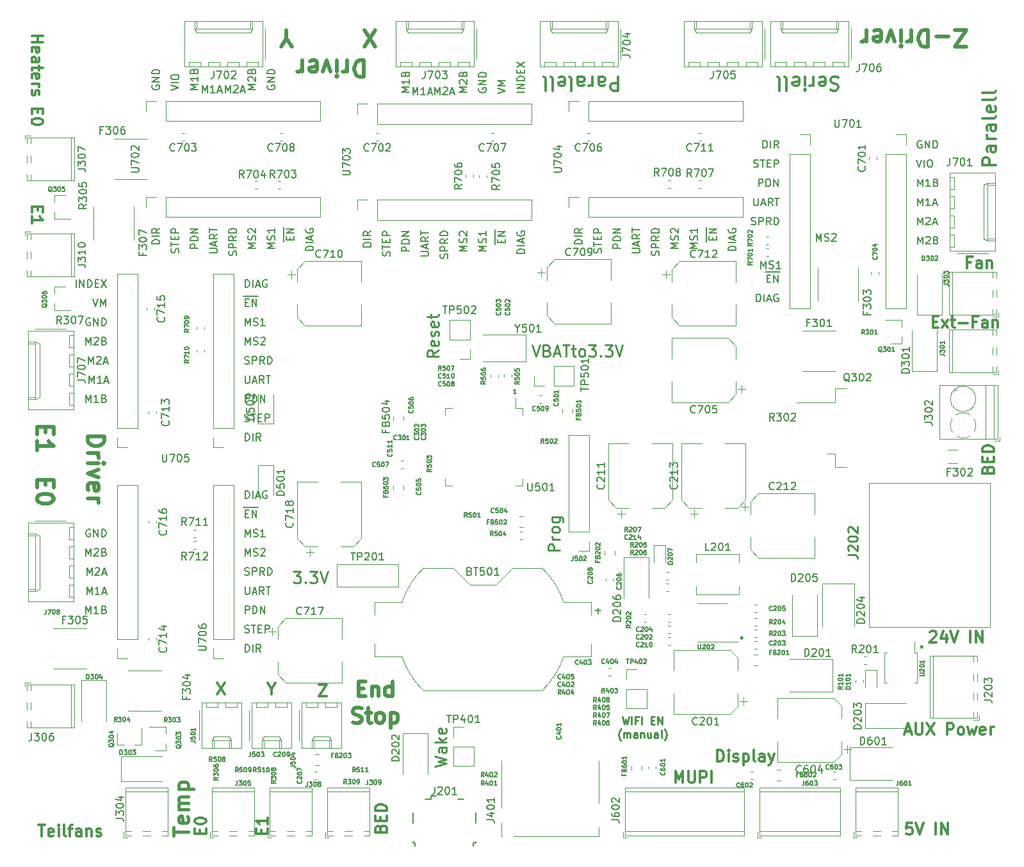
<source format=gbr>
G04 #@! TF.GenerationSoftware,KiCad,Pcbnew,(5.1.5)-3*
G04 #@! TF.CreationDate,2020-06-23T00:22:59+02:00*
G04 #@! TF.ProjectId,3D_Printer_Mainboard_STM32,33445f50-7269-46e7-9465-725f4d61696e,rev?*
G04 #@! TF.SameCoordinates,Original*
G04 #@! TF.FileFunction,Legend,Top*
G04 #@! TF.FilePolarity,Positive*
%FSLAX46Y46*%
G04 Gerber Fmt 4.6, Leading zero omitted, Abs format (unit mm)*
G04 Created by KiCad (PCBNEW (5.1.5)-3) date 2020-06-23 00:22:59*
%MOMM*%
%LPD*%
G04 APERTURE LIST*
%ADD10C,0.150000*%
%ADD11C,0.300000*%
%ADD12C,0.250000*%
%ADD13C,0.500000*%
%ADD14C,0.400000*%
%ADD15C,0.120000*%
%ADD16C,0.100000*%
%ADD17C,0.254000*%
G04 APERTURE END LIST*
D10*
X100371428Y-85071428D02*
X100028571Y-85071428D01*
X100200000Y-85071428D02*
X100200000Y-84471428D01*
X100142857Y-84557142D01*
X100085714Y-84614285D01*
X100028571Y-84642857D01*
D11*
X130200000Y-117335714D02*
X130271428Y-117407142D01*
X130200000Y-117478571D01*
X130128571Y-117407142D01*
X130200000Y-117335714D01*
X130200000Y-117478571D01*
X154000000Y-118535714D02*
X154071428Y-118607142D01*
X154000000Y-118678571D01*
X153928571Y-118607142D01*
X154000000Y-118535714D01*
X154000000Y-118678571D01*
D12*
X114403523Y-127863380D02*
X114641619Y-128863380D01*
X114832095Y-128149095D01*
X115022571Y-128863380D01*
X115260666Y-127863380D01*
X115641619Y-128863380D02*
X115641619Y-127863380D01*
X116451142Y-128339571D02*
X116117809Y-128339571D01*
X116117809Y-128863380D02*
X116117809Y-127863380D01*
X116594000Y-127863380D01*
X116974952Y-128863380D02*
X116974952Y-127863380D01*
X118213047Y-128339571D02*
X118546380Y-128339571D01*
X118689238Y-128863380D02*
X118213047Y-128863380D01*
X118213047Y-127863380D01*
X118689238Y-127863380D01*
X119117809Y-128863380D02*
X119117809Y-127863380D01*
X119689238Y-128863380D01*
X119689238Y-127863380D01*
X114213047Y-130994333D02*
X114165428Y-130946714D01*
X114070190Y-130803857D01*
X114022571Y-130708619D01*
X113974952Y-130565761D01*
X113927333Y-130327666D01*
X113927333Y-130137190D01*
X113974952Y-129899095D01*
X114022571Y-129756238D01*
X114070190Y-129661000D01*
X114165428Y-129518142D01*
X114213047Y-129470523D01*
X114594000Y-130613380D02*
X114594000Y-129946714D01*
X114594000Y-130041952D02*
X114641619Y-129994333D01*
X114736857Y-129946714D01*
X114879714Y-129946714D01*
X114974952Y-129994333D01*
X115022571Y-130089571D01*
X115022571Y-130613380D01*
X115022571Y-130089571D02*
X115070190Y-129994333D01*
X115165428Y-129946714D01*
X115308285Y-129946714D01*
X115403523Y-129994333D01*
X115451142Y-130089571D01*
X115451142Y-130613380D01*
X116355904Y-130613380D02*
X116355904Y-130089571D01*
X116308285Y-129994333D01*
X116213047Y-129946714D01*
X116022571Y-129946714D01*
X115927333Y-129994333D01*
X116355904Y-130565761D02*
X116260666Y-130613380D01*
X116022571Y-130613380D01*
X115927333Y-130565761D01*
X115879714Y-130470523D01*
X115879714Y-130375285D01*
X115927333Y-130280047D01*
X116022571Y-130232428D01*
X116260666Y-130232428D01*
X116355904Y-130184809D01*
X116832095Y-129946714D02*
X116832095Y-130613380D01*
X116832095Y-130041952D02*
X116879714Y-129994333D01*
X116974952Y-129946714D01*
X117117809Y-129946714D01*
X117213047Y-129994333D01*
X117260666Y-130089571D01*
X117260666Y-130613380D01*
X118165428Y-129946714D02*
X118165428Y-130613380D01*
X117736857Y-129946714D02*
X117736857Y-130470523D01*
X117784476Y-130565761D01*
X117879714Y-130613380D01*
X118022571Y-130613380D01*
X118117809Y-130565761D01*
X118165428Y-130518142D01*
X119070190Y-130613380D02*
X119070190Y-130089571D01*
X119022571Y-129994333D01*
X118927333Y-129946714D01*
X118736857Y-129946714D01*
X118641619Y-129994333D01*
X119070190Y-130565761D02*
X118974952Y-130613380D01*
X118736857Y-130613380D01*
X118641619Y-130565761D01*
X118594000Y-130470523D01*
X118594000Y-130375285D01*
X118641619Y-130280047D01*
X118736857Y-130232428D01*
X118974952Y-130232428D01*
X119070190Y-130184809D01*
X119689238Y-130613380D02*
X119594000Y-130565761D01*
X119546380Y-130470523D01*
X119546380Y-129613380D01*
X119974952Y-130994333D02*
X120022571Y-130946714D01*
X120117809Y-130803857D01*
X120165428Y-130708619D01*
X120213047Y-130565761D01*
X120260666Y-130327666D01*
X120260666Y-130137190D01*
X120213047Y-129899095D01*
X120165428Y-129756238D01*
X120117809Y-129661000D01*
X120022571Y-129518142D01*
X119974952Y-129470523D01*
X89602571Y-134397428D02*
X91102571Y-134040285D01*
X90031142Y-133754571D01*
X91102571Y-133468857D01*
X89602571Y-133111714D01*
X91102571Y-131897428D02*
X90316857Y-131897428D01*
X90174000Y-131968857D01*
X90102571Y-132111714D01*
X90102571Y-132397428D01*
X90174000Y-132540285D01*
X91031142Y-131897428D02*
X91102571Y-132040285D01*
X91102571Y-132397428D01*
X91031142Y-132540285D01*
X90888285Y-132611714D01*
X90745428Y-132611714D01*
X90602571Y-132540285D01*
X90531142Y-132397428D01*
X90531142Y-132040285D01*
X90459714Y-131897428D01*
X91102571Y-131183142D02*
X89602571Y-131183142D01*
X90531142Y-131040285D02*
X91102571Y-130611714D01*
X90102571Y-130611714D02*
X90674000Y-131183142D01*
X91031142Y-129397428D02*
X91102571Y-129540285D01*
X91102571Y-129826000D01*
X91031142Y-129968857D01*
X90888285Y-130040285D01*
X90316857Y-130040285D01*
X90174000Y-129968857D01*
X90102571Y-129826000D01*
X90102571Y-129540285D01*
X90174000Y-129397428D01*
X90316857Y-129326000D01*
X90459714Y-129326000D01*
X90602571Y-130040285D01*
X70937714Y-108652571D02*
X71866285Y-108652571D01*
X71366285Y-109224000D01*
X71580571Y-109224000D01*
X71723428Y-109295428D01*
X71794857Y-109366857D01*
X71866285Y-109509714D01*
X71866285Y-109866857D01*
X71794857Y-110009714D01*
X71723428Y-110081142D01*
X71580571Y-110152571D01*
X71152000Y-110152571D01*
X71009142Y-110081142D01*
X70937714Y-110009714D01*
X72509142Y-110009714D02*
X72580571Y-110081142D01*
X72509142Y-110152571D01*
X72437714Y-110081142D01*
X72509142Y-110009714D01*
X72509142Y-110152571D01*
X73080571Y-108652571D02*
X74009142Y-108652571D01*
X73509142Y-109224000D01*
X73723428Y-109224000D01*
X73866285Y-109295428D01*
X73937714Y-109366857D01*
X74009142Y-109509714D01*
X74009142Y-109866857D01*
X73937714Y-110009714D01*
X73866285Y-110081142D01*
X73723428Y-110152571D01*
X73294857Y-110152571D01*
X73152000Y-110081142D01*
X73080571Y-110009714D01*
X74437714Y-108652571D02*
X74937714Y-110152571D01*
X75437714Y-108652571D01*
X106088571Y-105846285D02*
X104588571Y-105846285D01*
X104588571Y-105274857D01*
X104660000Y-105132000D01*
X104731428Y-105060571D01*
X104874285Y-104989142D01*
X105088571Y-104989142D01*
X105231428Y-105060571D01*
X105302857Y-105132000D01*
X105374285Y-105274857D01*
X105374285Y-105846285D01*
X106088571Y-104346285D02*
X105088571Y-104346285D01*
X105374285Y-104346285D02*
X105231428Y-104274857D01*
X105160000Y-104203428D01*
X105088571Y-104060571D01*
X105088571Y-103917714D01*
X106088571Y-103203428D02*
X106017142Y-103346285D01*
X105945714Y-103417714D01*
X105802857Y-103489142D01*
X105374285Y-103489142D01*
X105231428Y-103417714D01*
X105160000Y-103346285D01*
X105088571Y-103203428D01*
X105088571Y-102989142D01*
X105160000Y-102846285D01*
X105231428Y-102774857D01*
X105374285Y-102703428D01*
X105802857Y-102703428D01*
X105945714Y-102774857D01*
X106017142Y-102846285D01*
X106088571Y-102989142D01*
X106088571Y-103203428D01*
X105088571Y-101417714D02*
X106302857Y-101417714D01*
X106445714Y-101489142D01*
X106517142Y-101560571D01*
X106588571Y-101703428D01*
X106588571Y-101917714D01*
X106517142Y-102060571D01*
X106017142Y-101417714D02*
X106088571Y-101560571D01*
X106088571Y-101846285D01*
X106017142Y-101989142D01*
X105945714Y-102060571D01*
X105802857Y-102132000D01*
X105374285Y-102132000D01*
X105231428Y-102060571D01*
X105160000Y-101989142D01*
X105088571Y-101846285D01*
X105088571Y-101560571D01*
X105160000Y-101417714D01*
X102458000Y-78680571D02*
X102958000Y-80180571D01*
X103458000Y-78680571D01*
X104458000Y-79394857D02*
X104672285Y-79466285D01*
X104743714Y-79537714D01*
X104815142Y-79680571D01*
X104815142Y-79894857D01*
X104743714Y-80037714D01*
X104672285Y-80109142D01*
X104529428Y-80180571D01*
X103958000Y-80180571D01*
X103958000Y-78680571D01*
X104458000Y-78680571D01*
X104600857Y-78752000D01*
X104672285Y-78823428D01*
X104743714Y-78966285D01*
X104743714Y-79109142D01*
X104672285Y-79252000D01*
X104600857Y-79323428D01*
X104458000Y-79394857D01*
X103958000Y-79394857D01*
X105386571Y-79752000D02*
X106100857Y-79752000D01*
X105243714Y-80180571D02*
X105743714Y-78680571D01*
X106243714Y-80180571D01*
X106529428Y-78680571D02*
X107386571Y-78680571D01*
X106958000Y-80180571D02*
X106958000Y-78680571D01*
X107672285Y-79180571D02*
X108243714Y-79180571D01*
X107886571Y-78680571D02*
X107886571Y-79966285D01*
X107958000Y-80109142D01*
X108100857Y-80180571D01*
X108243714Y-80180571D01*
X108958000Y-80180571D02*
X108815142Y-80109142D01*
X108743714Y-80037714D01*
X108672285Y-79894857D01*
X108672285Y-79466285D01*
X108743714Y-79323428D01*
X108815142Y-79252000D01*
X108958000Y-79180571D01*
X109172285Y-79180571D01*
X109315142Y-79252000D01*
X109386571Y-79323428D01*
X109458000Y-79466285D01*
X109458000Y-79894857D01*
X109386571Y-80037714D01*
X109315142Y-80109142D01*
X109172285Y-80180571D01*
X108958000Y-80180571D01*
X109958000Y-78680571D02*
X110886571Y-78680571D01*
X110386571Y-79252000D01*
X110600857Y-79252000D01*
X110743714Y-79323428D01*
X110815142Y-79394857D01*
X110886571Y-79537714D01*
X110886571Y-79894857D01*
X110815142Y-80037714D01*
X110743714Y-80109142D01*
X110600857Y-80180571D01*
X110172285Y-80180571D01*
X110029428Y-80109142D01*
X109958000Y-80037714D01*
X111529428Y-80037714D02*
X111600857Y-80109142D01*
X111529428Y-80180571D01*
X111458000Y-80109142D01*
X111529428Y-80037714D01*
X111529428Y-80180571D01*
X112100857Y-78680571D02*
X113029428Y-78680571D01*
X112529428Y-79252000D01*
X112743714Y-79252000D01*
X112886571Y-79323428D01*
X112958000Y-79394857D01*
X113029428Y-79537714D01*
X113029428Y-79894857D01*
X112958000Y-80037714D01*
X112886571Y-80109142D01*
X112743714Y-80180571D01*
X112315142Y-80180571D01*
X112172285Y-80109142D01*
X112100857Y-80037714D01*
X113458000Y-78680571D02*
X113958000Y-80180571D01*
X114458000Y-78680571D01*
X90086571Y-79327142D02*
X89372285Y-79827142D01*
X90086571Y-80184285D02*
X88586571Y-80184285D01*
X88586571Y-79612857D01*
X88658000Y-79470000D01*
X88729428Y-79398571D01*
X88872285Y-79327142D01*
X89086571Y-79327142D01*
X89229428Y-79398571D01*
X89300857Y-79470000D01*
X89372285Y-79612857D01*
X89372285Y-80184285D01*
X90015142Y-78112857D02*
X90086571Y-78255714D01*
X90086571Y-78541428D01*
X90015142Y-78684285D01*
X89872285Y-78755714D01*
X89300857Y-78755714D01*
X89158000Y-78684285D01*
X89086571Y-78541428D01*
X89086571Y-78255714D01*
X89158000Y-78112857D01*
X89300857Y-78041428D01*
X89443714Y-78041428D01*
X89586571Y-78755714D01*
X90015142Y-77470000D02*
X90086571Y-77327142D01*
X90086571Y-77041428D01*
X90015142Y-76898571D01*
X89872285Y-76827142D01*
X89800857Y-76827142D01*
X89658000Y-76898571D01*
X89586571Y-77041428D01*
X89586571Y-77255714D01*
X89515142Y-77398571D01*
X89372285Y-77470000D01*
X89300857Y-77470000D01*
X89158000Y-77398571D01*
X89086571Y-77255714D01*
X89086571Y-77041428D01*
X89158000Y-76898571D01*
X90015142Y-75612857D02*
X90086571Y-75755714D01*
X90086571Y-76041428D01*
X90015142Y-76184285D01*
X89872285Y-76255714D01*
X89300857Y-76255714D01*
X89158000Y-76184285D01*
X89086571Y-76041428D01*
X89086571Y-75755714D01*
X89158000Y-75612857D01*
X89300857Y-75541428D01*
X89443714Y-75541428D01*
X89586571Y-76255714D01*
X89086571Y-75112857D02*
X89086571Y-74541428D01*
X88586571Y-74898571D02*
X89872285Y-74898571D01*
X90015142Y-74827142D01*
X90086571Y-74684285D01*
X90086571Y-74541428D01*
D11*
X74282714Y-123638571D02*
X75282714Y-123638571D01*
X74282714Y-125138571D01*
X75282714Y-125138571D01*
X67996142Y-124170285D02*
X67996142Y-124884571D01*
X67496142Y-123384571D02*
X67996142Y-124170285D01*
X68496142Y-123384571D01*
X60820714Y-123384571D02*
X61820714Y-124884571D01*
X61820714Y-123384571D02*
X60820714Y-124884571D01*
D13*
X79511904Y-124107142D02*
X80178571Y-124107142D01*
X80464285Y-125154761D02*
X79511904Y-125154761D01*
X79511904Y-123154761D01*
X80464285Y-123154761D01*
X81321428Y-123821428D02*
X81321428Y-125154761D01*
X81321428Y-124011904D02*
X81416666Y-123916666D01*
X81607142Y-123821428D01*
X81892857Y-123821428D01*
X82083333Y-123916666D01*
X82178571Y-124107142D01*
X82178571Y-125154761D01*
X83988095Y-125154761D02*
X83988095Y-123154761D01*
X83988095Y-125059523D02*
X83797619Y-125154761D01*
X83416666Y-125154761D01*
X83226190Y-125059523D01*
X83130952Y-124964285D01*
X83035714Y-124773809D01*
X83035714Y-124202380D01*
X83130952Y-124011904D01*
X83226190Y-123916666D01*
X83416666Y-123821428D01*
X83797619Y-123821428D01*
X83988095Y-123916666D01*
X78797619Y-128559523D02*
X79083333Y-128654761D01*
X79559523Y-128654761D01*
X79750000Y-128559523D01*
X79845238Y-128464285D01*
X79940476Y-128273809D01*
X79940476Y-128083333D01*
X79845238Y-127892857D01*
X79750000Y-127797619D01*
X79559523Y-127702380D01*
X79178571Y-127607142D01*
X78988095Y-127511904D01*
X78892857Y-127416666D01*
X78797619Y-127226190D01*
X78797619Y-127035714D01*
X78892857Y-126845238D01*
X78988095Y-126750000D01*
X79178571Y-126654761D01*
X79654761Y-126654761D01*
X79940476Y-126750000D01*
X80511904Y-127321428D02*
X81273809Y-127321428D01*
X80797619Y-126654761D02*
X80797619Y-128369047D01*
X80892857Y-128559523D01*
X81083333Y-128654761D01*
X81273809Y-128654761D01*
X82226190Y-128654761D02*
X82035714Y-128559523D01*
X81940476Y-128464285D01*
X81845238Y-128273809D01*
X81845238Y-127702380D01*
X81940476Y-127511904D01*
X82035714Y-127416666D01*
X82226190Y-127321428D01*
X82511904Y-127321428D01*
X82702380Y-127416666D01*
X82797619Y-127511904D01*
X82892857Y-127702380D01*
X82892857Y-128273809D01*
X82797619Y-128464285D01*
X82702380Y-128559523D01*
X82511904Y-128654761D01*
X82226190Y-128654761D01*
X83750000Y-127321428D02*
X83750000Y-129321428D01*
X83750000Y-127416666D02*
X83940476Y-127321428D01*
X84321428Y-127321428D01*
X84511904Y-127416666D01*
X84607142Y-127511904D01*
X84702380Y-127702380D01*
X84702380Y-128273809D01*
X84607142Y-128464285D01*
X84511904Y-128559523D01*
X84321428Y-128654761D01*
X83940476Y-128654761D01*
X83750000Y-128559523D01*
X80242857Y-41004761D02*
X80242857Y-43204761D01*
X79719047Y-43204761D01*
X79404761Y-43100000D01*
X79195238Y-42890476D01*
X79090476Y-42680952D01*
X78985714Y-42261904D01*
X78985714Y-41947619D01*
X79090476Y-41528571D01*
X79195238Y-41319047D01*
X79404761Y-41109523D01*
X79719047Y-41004761D01*
X80242857Y-41004761D01*
X78042857Y-41004761D02*
X78042857Y-42471428D01*
X78042857Y-42052380D02*
X77938095Y-42261904D01*
X77833333Y-42366666D01*
X77623809Y-42471428D01*
X77414285Y-42471428D01*
X76680952Y-41004761D02*
X76680952Y-42471428D01*
X76680952Y-43204761D02*
X76785714Y-43100000D01*
X76680952Y-42995238D01*
X76576190Y-43100000D01*
X76680952Y-43204761D01*
X76680952Y-42995238D01*
X75842857Y-42471428D02*
X75319047Y-41004761D01*
X74795238Y-42471428D01*
X73119047Y-41109523D02*
X73328571Y-41004761D01*
X73747619Y-41004761D01*
X73957142Y-41109523D01*
X74061904Y-41319047D01*
X74061904Y-42157142D01*
X73957142Y-42366666D01*
X73747619Y-42471428D01*
X73328571Y-42471428D01*
X73119047Y-42366666D01*
X73014285Y-42157142D01*
X73014285Y-41947619D01*
X74061904Y-41738095D01*
X72071428Y-41004761D02*
X72071428Y-42471428D01*
X72071428Y-42052380D02*
X71966666Y-42261904D01*
X71861904Y-42366666D01*
X71652380Y-42471428D01*
X71442857Y-42471428D01*
D11*
X160492142Y-67710857D02*
X159992142Y-67710857D01*
X159992142Y-68496571D02*
X159992142Y-66996571D01*
X160706428Y-66996571D01*
X161920714Y-68496571D02*
X161920714Y-67710857D01*
X161849285Y-67568000D01*
X161706428Y-67496571D01*
X161420714Y-67496571D01*
X161277857Y-67568000D01*
X161920714Y-68425142D02*
X161777857Y-68496571D01*
X161420714Y-68496571D01*
X161277857Y-68425142D01*
X161206428Y-68282285D01*
X161206428Y-68139428D01*
X161277857Y-67996571D01*
X161420714Y-67925142D01*
X161777857Y-67925142D01*
X161920714Y-67853714D01*
X162635000Y-67496571D02*
X162635000Y-68496571D01*
X162635000Y-67639428D02*
X162706428Y-67568000D01*
X162849285Y-67496571D01*
X163063571Y-67496571D01*
X163206428Y-67568000D01*
X163277857Y-67710857D01*
X163277857Y-68496571D01*
X155468428Y-75584857D02*
X155968428Y-75584857D01*
X156182714Y-76370571D02*
X155468428Y-76370571D01*
X155468428Y-74870571D01*
X156182714Y-74870571D01*
X156682714Y-76370571D02*
X157468428Y-75370571D01*
X156682714Y-75370571D02*
X157468428Y-76370571D01*
X157825571Y-75370571D02*
X158397000Y-75370571D01*
X158039857Y-74870571D02*
X158039857Y-76156285D01*
X158111285Y-76299142D01*
X158254142Y-76370571D01*
X158397000Y-76370571D01*
X158897000Y-75799142D02*
X160039857Y-75799142D01*
X161254142Y-75584857D02*
X160754142Y-75584857D01*
X160754142Y-76370571D02*
X160754142Y-74870571D01*
X161468428Y-74870571D01*
X162682714Y-76370571D02*
X162682714Y-75584857D01*
X162611285Y-75442000D01*
X162468428Y-75370571D01*
X162182714Y-75370571D01*
X162039857Y-75442000D01*
X162682714Y-76299142D02*
X162539857Y-76370571D01*
X162182714Y-76370571D01*
X162039857Y-76299142D01*
X161968428Y-76156285D01*
X161968428Y-76013428D01*
X162039857Y-75870571D01*
X162182714Y-75799142D01*
X162539857Y-75799142D01*
X162682714Y-75727714D01*
X163397000Y-75370571D02*
X163397000Y-76370571D01*
X163397000Y-75513428D02*
X163468428Y-75442000D01*
X163611285Y-75370571D01*
X163825571Y-75370571D01*
X163968428Y-75442000D01*
X164039857Y-75584857D01*
X164039857Y-76370571D01*
X162706857Y-95135000D02*
X162778285Y-94920714D01*
X162849714Y-94849285D01*
X162992571Y-94777857D01*
X163206857Y-94777857D01*
X163349714Y-94849285D01*
X163421142Y-94920714D01*
X163492571Y-95063571D01*
X163492571Y-95635000D01*
X161992571Y-95635000D01*
X161992571Y-95135000D01*
X162064000Y-94992142D01*
X162135428Y-94920714D01*
X162278285Y-94849285D01*
X162421142Y-94849285D01*
X162564000Y-94920714D01*
X162635428Y-94992142D01*
X162706857Y-95135000D01*
X162706857Y-95635000D01*
X162706857Y-94135000D02*
X162706857Y-93635000D01*
X163492571Y-93420714D02*
X163492571Y-94135000D01*
X161992571Y-94135000D01*
X161992571Y-93420714D01*
X163492571Y-92777857D02*
X161992571Y-92777857D01*
X161992571Y-92420714D01*
X162064000Y-92206428D01*
X162206857Y-92063571D01*
X162349714Y-91992142D01*
X162635428Y-91920714D01*
X162849714Y-91920714D01*
X163135428Y-91992142D01*
X163278285Y-92063571D01*
X163421142Y-92206428D01*
X163492571Y-92420714D01*
X163492571Y-92777857D01*
X155079285Y-116669428D02*
X155150714Y-116598000D01*
X155293571Y-116526571D01*
X155650714Y-116526571D01*
X155793571Y-116598000D01*
X155865000Y-116669428D01*
X155936428Y-116812285D01*
X155936428Y-116955142D01*
X155865000Y-117169428D01*
X155007857Y-118026571D01*
X155936428Y-118026571D01*
X157222142Y-117026571D02*
X157222142Y-118026571D01*
X156865000Y-116455142D02*
X156507857Y-117526571D01*
X157436428Y-117526571D01*
X157793571Y-116526571D02*
X158293571Y-118026571D01*
X158793571Y-116526571D01*
X160436428Y-118026571D02*
X160436428Y-116526571D01*
X161150714Y-118026571D02*
X161150714Y-116526571D01*
X162007857Y-118026571D01*
X162007857Y-116526571D01*
X151849285Y-129790000D02*
X152563571Y-129790000D01*
X151706428Y-130218571D02*
X152206428Y-128718571D01*
X152706428Y-130218571D01*
X153206428Y-128718571D02*
X153206428Y-129932857D01*
X153277857Y-130075714D01*
X153349285Y-130147142D01*
X153492142Y-130218571D01*
X153777857Y-130218571D01*
X153920714Y-130147142D01*
X153992142Y-130075714D01*
X154063571Y-129932857D01*
X154063571Y-128718571D01*
X154635000Y-128718571D02*
X155635000Y-130218571D01*
X155635000Y-128718571D02*
X154635000Y-130218571D01*
X157349285Y-130218571D02*
X157349285Y-128718571D01*
X157920714Y-128718571D01*
X158063571Y-128790000D01*
X158135000Y-128861428D01*
X158206428Y-129004285D01*
X158206428Y-129218571D01*
X158135000Y-129361428D01*
X158063571Y-129432857D01*
X157920714Y-129504285D01*
X157349285Y-129504285D01*
X159063571Y-130218571D02*
X158920714Y-130147142D01*
X158849285Y-130075714D01*
X158777857Y-129932857D01*
X158777857Y-129504285D01*
X158849285Y-129361428D01*
X158920714Y-129290000D01*
X159063571Y-129218571D01*
X159277857Y-129218571D01*
X159420714Y-129290000D01*
X159492142Y-129361428D01*
X159563571Y-129504285D01*
X159563571Y-129932857D01*
X159492142Y-130075714D01*
X159420714Y-130147142D01*
X159277857Y-130218571D01*
X159063571Y-130218571D01*
X160063571Y-129218571D02*
X160349285Y-130218571D01*
X160635000Y-129504285D01*
X160920714Y-130218571D01*
X161206428Y-129218571D01*
X162349285Y-130147142D02*
X162206428Y-130218571D01*
X161920714Y-130218571D01*
X161777857Y-130147142D01*
X161706428Y-130004285D01*
X161706428Y-129432857D01*
X161777857Y-129290000D01*
X161920714Y-129218571D01*
X162206428Y-129218571D01*
X162349285Y-129290000D01*
X162420714Y-129432857D01*
X162420714Y-129575714D01*
X161706428Y-129718571D01*
X163063571Y-130218571D02*
X163063571Y-129218571D01*
X163063571Y-129504285D02*
X163135000Y-129361428D01*
X163206428Y-129290000D01*
X163349285Y-129218571D01*
X163492142Y-129218571D01*
X152721571Y-141926571D02*
X152007285Y-141926571D01*
X151935857Y-142640857D01*
X152007285Y-142569428D01*
X152150142Y-142498000D01*
X152507285Y-142498000D01*
X152650142Y-142569428D01*
X152721571Y-142640857D01*
X152793000Y-142783714D01*
X152793000Y-143140857D01*
X152721571Y-143283714D01*
X152650142Y-143355142D01*
X152507285Y-143426571D01*
X152150142Y-143426571D01*
X152007285Y-143355142D01*
X151935857Y-143283714D01*
X153221571Y-141926571D02*
X153721571Y-143426571D01*
X154221571Y-141926571D01*
X155864428Y-143426571D02*
X155864428Y-141926571D01*
X156578714Y-143426571D02*
X156578714Y-141926571D01*
X157435857Y-143426571D01*
X157435857Y-141926571D01*
X126964714Y-133774571D02*
X126964714Y-132274571D01*
X127321857Y-132274571D01*
X127536142Y-132346000D01*
X127679000Y-132488857D01*
X127750428Y-132631714D01*
X127821857Y-132917428D01*
X127821857Y-133131714D01*
X127750428Y-133417428D01*
X127679000Y-133560285D01*
X127536142Y-133703142D01*
X127321857Y-133774571D01*
X126964714Y-133774571D01*
X128464714Y-133774571D02*
X128464714Y-132774571D01*
X128464714Y-132274571D02*
X128393285Y-132346000D01*
X128464714Y-132417428D01*
X128536142Y-132346000D01*
X128464714Y-132274571D01*
X128464714Y-132417428D01*
X129107571Y-133703142D02*
X129250428Y-133774571D01*
X129536142Y-133774571D01*
X129679000Y-133703142D01*
X129750428Y-133560285D01*
X129750428Y-133488857D01*
X129679000Y-133346000D01*
X129536142Y-133274571D01*
X129321857Y-133274571D01*
X129179000Y-133203142D01*
X129107571Y-133060285D01*
X129107571Y-132988857D01*
X129179000Y-132846000D01*
X129321857Y-132774571D01*
X129536142Y-132774571D01*
X129679000Y-132846000D01*
X130393285Y-132774571D02*
X130393285Y-134274571D01*
X130393285Y-132846000D02*
X130536142Y-132774571D01*
X130821857Y-132774571D01*
X130964714Y-132846000D01*
X131036142Y-132917428D01*
X131107571Y-133060285D01*
X131107571Y-133488857D01*
X131036142Y-133631714D01*
X130964714Y-133703142D01*
X130821857Y-133774571D01*
X130536142Y-133774571D01*
X130393285Y-133703142D01*
X131964714Y-133774571D02*
X131821857Y-133703142D01*
X131750428Y-133560285D01*
X131750428Y-132274571D01*
X133179000Y-133774571D02*
X133179000Y-132988857D01*
X133107571Y-132846000D01*
X132964714Y-132774571D01*
X132679000Y-132774571D01*
X132536142Y-132846000D01*
X133179000Y-133703142D02*
X133036142Y-133774571D01*
X132679000Y-133774571D01*
X132536142Y-133703142D01*
X132464714Y-133560285D01*
X132464714Y-133417428D01*
X132536142Y-133274571D01*
X132679000Y-133203142D01*
X133036142Y-133203142D01*
X133179000Y-133131714D01*
X133750428Y-132774571D02*
X134107571Y-133774571D01*
X134464714Y-132774571D02*
X134107571Y-133774571D01*
X133964714Y-134131714D01*
X133893285Y-134203142D01*
X133750428Y-134274571D01*
X121408142Y-136568571D02*
X121408142Y-135068571D01*
X121908142Y-136140000D01*
X122408142Y-135068571D01*
X122408142Y-136568571D01*
X123122428Y-135068571D02*
X123122428Y-136282857D01*
X123193857Y-136425714D01*
X123265285Y-136497142D01*
X123408142Y-136568571D01*
X123693857Y-136568571D01*
X123836714Y-136497142D01*
X123908142Y-136425714D01*
X123979571Y-136282857D01*
X123979571Y-135068571D01*
X124693857Y-136568571D02*
X124693857Y-135068571D01*
X125265285Y-135068571D01*
X125408142Y-135140000D01*
X125479571Y-135211428D01*
X125551000Y-135354285D01*
X125551000Y-135568571D01*
X125479571Y-135711428D01*
X125408142Y-135782857D01*
X125265285Y-135854285D01*
X124693857Y-135854285D01*
X126193857Y-136568571D02*
X126193857Y-135068571D01*
X82442857Y-142633000D02*
X82514285Y-142418714D01*
X82585714Y-142347285D01*
X82728571Y-142275857D01*
X82942857Y-142275857D01*
X83085714Y-142347285D01*
X83157142Y-142418714D01*
X83228571Y-142561571D01*
X83228571Y-143133000D01*
X81728571Y-143133000D01*
X81728571Y-142633000D01*
X81800000Y-142490142D01*
X81871428Y-142418714D01*
X82014285Y-142347285D01*
X82157142Y-142347285D01*
X82300000Y-142418714D01*
X82371428Y-142490142D01*
X82442857Y-142633000D01*
X82442857Y-143133000D01*
X82442857Y-141633000D02*
X82442857Y-141133000D01*
X83228571Y-140918714D02*
X83228571Y-141633000D01*
X81728571Y-141633000D01*
X81728571Y-140918714D01*
X83228571Y-140275857D02*
X81728571Y-140275857D01*
X81728571Y-139918714D01*
X81800000Y-139704428D01*
X81942857Y-139561571D01*
X82085714Y-139490142D01*
X82371428Y-139418714D01*
X82585714Y-139418714D01*
X82871428Y-139490142D01*
X83014285Y-139561571D01*
X83157142Y-139704428D01*
X83228571Y-139918714D01*
X83228571Y-140275857D01*
X66694857Y-143339571D02*
X66694857Y-142839571D01*
X67480571Y-142625285D02*
X67480571Y-143339571D01*
X65980571Y-143339571D01*
X65980571Y-142625285D01*
X67480571Y-141196714D02*
X67480571Y-142053857D01*
X67480571Y-141625285D02*
X65980571Y-141625285D01*
X66194857Y-141768142D01*
X66337714Y-141911000D01*
X66409142Y-142053857D01*
X58566857Y-143339571D02*
X58566857Y-142839571D01*
X59352571Y-142625285D02*
X59352571Y-143339571D01*
X57852571Y-143339571D01*
X57852571Y-142625285D01*
X57852571Y-141696714D02*
X57852571Y-141553857D01*
X57924000Y-141411000D01*
X57995428Y-141339571D01*
X58138285Y-141268142D01*
X58424000Y-141196714D01*
X58781142Y-141196714D01*
X59066857Y-141268142D01*
X59209714Y-141339571D01*
X59281142Y-141411000D01*
X59352571Y-141553857D01*
X59352571Y-141696714D01*
X59281142Y-141839571D01*
X59209714Y-141911000D01*
X59066857Y-141982428D01*
X58781142Y-142053857D01*
X58424000Y-142053857D01*
X58138285Y-141982428D01*
X57995428Y-141911000D01*
X57924000Y-141839571D01*
X57852571Y-141696714D01*
D14*
X55038761Y-143620666D02*
X55038761Y-142477809D01*
X57038761Y-143049238D02*
X55038761Y-143049238D01*
X56943523Y-141049238D02*
X57038761Y-141239714D01*
X57038761Y-141620666D01*
X56943523Y-141811142D01*
X56753047Y-141906380D01*
X55991142Y-141906380D01*
X55800666Y-141811142D01*
X55705428Y-141620666D01*
X55705428Y-141239714D01*
X55800666Y-141049238D01*
X55991142Y-140954000D01*
X56181619Y-140954000D01*
X56372095Y-141906380D01*
X57038761Y-140096857D02*
X55705428Y-140096857D01*
X55895904Y-140096857D02*
X55800666Y-140001619D01*
X55705428Y-139811142D01*
X55705428Y-139525428D01*
X55800666Y-139334952D01*
X55991142Y-139239714D01*
X57038761Y-139239714D01*
X55991142Y-139239714D02*
X55800666Y-139144476D01*
X55705428Y-138954000D01*
X55705428Y-138668285D01*
X55800666Y-138477809D01*
X55991142Y-138382571D01*
X57038761Y-138382571D01*
X55705428Y-137430190D02*
X57705428Y-137430190D01*
X55800666Y-137430190D02*
X55705428Y-137239714D01*
X55705428Y-136858761D01*
X55800666Y-136668285D01*
X55895904Y-136573047D01*
X56086380Y-136477809D01*
X56657809Y-136477809D01*
X56848285Y-136573047D01*
X56943523Y-136668285D01*
X57038761Y-136858761D01*
X57038761Y-137239714D01*
X56943523Y-137430190D01*
D11*
X37233571Y-142178571D02*
X38090714Y-142178571D01*
X37662142Y-143678571D02*
X37662142Y-142178571D01*
X39162142Y-143607142D02*
X39019285Y-143678571D01*
X38733571Y-143678571D01*
X38590714Y-143607142D01*
X38519285Y-143464285D01*
X38519285Y-142892857D01*
X38590714Y-142750000D01*
X38733571Y-142678571D01*
X39019285Y-142678571D01*
X39162142Y-142750000D01*
X39233571Y-142892857D01*
X39233571Y-143035714D01*
X38519285Y-143178571D01*
X39876428Y-143678571D02*
X39876428Y-142678571D01*
X39876428Y-142178571D02*
X39805000Y-142250000D01*
X39876428Y-142321428D01*
X39947857Y-142250000D01*
X39876428Y-142178571D01*
X39876428Y-142321428D01*
X40805000Y-143678571D02*
X40662142Y-143607142D01*
X40590714Y-143464285D01*
X40590714Y-142178571D01*
X41162142Y-142678571D02*
X41733571Y-142678571D01*
X41376428Y-143678571D02*
X41376428Y-142392857D01*
X41447857Y-142250000D01*
X41590714Y-142178571D01*
X41733571Y-142178571D01*
X42876428Y-143678571D02*
X42876428Y-142892857D01*
X42805000Y-142750000D01*
X42662142Y-142678571D01*
X42376428Y-142678571D01*
X42233571Y-142750000D01*
X42876428Y-143607142D02*
X42733571Y-143678571D01*
X42376428Y-143678571D01*
X42233571Y-143607142D01*
X42162142Y-143464285D01*
X42162142Y-143321428D01*
X42233571Y-143178571D01*
X42376428Y-143107142D01*
X42733571Y-143107142D01*
X42876428Y-143035714D01*
X43590714Y-142678571D02*
X43590714Y-143678571D01*
X43590714Y-142821428D02*
X43662142Y-142750000D01*
X43805000Y-142678571D01*
X44019285Y-142678571D01*
X44162142Y-142750000D01*
X44233571Y-142892857D01*
X44233571Y-143678571D01*
X44876428Y-143607142D02*
X45019285Y-143678571D01*
X45305000Y-143678571D01*
X45447857Y-143607142D01*
X45519285Y-143464285D01*
X45519285Y-143392857D01*
X45447857Y-143250000D01*
X45305000Y-143178571D01*
X45090714Y-143178571D01*
X44947857Y-143107142D01*
X44876428Y-142964285D01*
X44876428Y-142892857D01*
X44947857Y-142750000D01*
X45090714Y-142678571D01*
X45305000Y-142678571D01*
X45447857Y-142750000D01*
D13*
X43723761Y-90757142D02*
X45923761Y-90757142D01*
X45923761Y-91280952D01*
X45819000Y-91595238D01*
X45609476Y-91804761D01*
X45399952Y-91909523D01*
X44980904Y-92014285D01*
X44666619Y-92014285D01*
X44247571Y-91909523D01*
X44038047Y-91804761D01*
X43828523Y-91595238D01*
X43723761Y-91280952D01*
X43723761Y-90757142D01*
X43723761Y-92957142D02*
X45190428Y-92957142D01*
X44771380Y-92957142D02*
X44980904Y-93061904D01*
X45085666Y-93166666D01*
X45190428Y-93376190D01*
X45190428Y-93585714D01*
X43723761Y-94319047D02*
X45190428Y-94319047D01*
X45923761Y-94319047D02*
X45819000Y-94214285D01*
X45714238Y-94319047D01*
X45819000Y-94423809D01*
X45923761Y-94319047D01*
X45714238Y-94319047D01*
X45190428Y-95157142D02*
X43723761Y-95680952D01*
X45190428Y-96204761D01*
X43828523Y-97880952D02*
X43723761Y-97671428D01*
X43723761Y-97252380D01*
X43828523Y-97042857D01*
X44038047Y-96938095D01*
X44876142Y-96938095D01*
X45085666Y-97042857D01*
X45190428Y-97252380D01*
X45190428Y-97671428D01*
X45085666Y-97880952D01*
X44876142Y-97985714D01*
X44666619Y-97985714D01*
X44457095Y-96938095D01*
X43723761Y-98928571D02*
X45190428Y-98928571D01*
X44771380Y-98928571D02*
X44980904Y-99033333D01*
X45085666Y-99138095D01*
X45190428Y-99347619D01*
X45190428Y-99557142D01*
X38157142Y-96480952D02*
X38157142Y-97214285D01*
X37004761Y-97528571D02*
X37004761Y-96480952D01*
X39204761Y-96480952D01*
X39204761Y-97528571D01*
X39204761Y-98890476D02*
X39204761Y-99100000D01*
X39100000Y-99309523D01*
X38995238Y-99414285D01*
X38785714Y-99519047D01*
X38366666Y-99623809D01*
X37842857Y-99623809D01*
X37423809Y-99519047D01*
X37214285Y-99414285D01*
X37109523Y-99309523D01*
X37004761Y-99100000D01*
X37004761Y-98890476D01*
X37109523Y-98680952D01*
X37214285Y-98576190D01*
X37423809Y-98471428D01*
X37842857Y-98366666D01*
X38366666Y-98366666D01*
X38785714Y-98471428D01*
X38995238Y-98576190D01*
X39100000Y-98680952D01*
X39204761Y-98890476D01*
X38157142Y-89480952D02*
X38157142Y-90214285D01*
X37004761Y-90528571D02*
X37004761Y-89480952D01*
X39204761Y-89480952D01*
X39204761Y-90528571D01*
X37004761Y-92623809D02*
X37004761Y-91366666D01*
X37004761Y-91995238D02*
X39204761Y-91995238D01*
X38890476Y-91785714D01*
X38680952Y-91576190D01*
X38576190Y-91366666D01*
D11*
X37107142Y-60376428D02*
X37107142Y-60876428D01*
X36321428Y-61090714D02*
X36321428Y-60376428D01*
X37821428Y-60376428D01*
X37821428Y-61090714D01*
X36321428Y-62519285D02*
X36321428Y-61662142D01*
X36321428Y-62090714D02*
X37821428Y-62090714D01*
X37607142Y-61947857D01*
X37464285Y-61805000D01*
X37392857Y-61662142D01*
X36321428Y-37733571D02*
X37821428Y-37733571D01*
X37107142Y-37733571D02*
X37107142Y-38590714D01*
X36321428Y-38590714D02*
X37821428Y-38590714D01*
X36392857Y-39876428D02*
X36321428Y-39733571D01*
X36321428Y-39447857D01*
X36392857Y-39305000D01*
X36535714Y-39233571D01*
X37107142Y-39233571D01*
X37250000Y-39305000D01*
X37321428Y-39447857D01*
X37321428Y-39733571D01*
X37250000Y-39876428D01*
X37107142Y-39947857D01*
X36964285Y-39947857D01*
X36821428Y-39233571D01*
X36321428Y-41233571D02*
X37107142Y-41233571D01*
X37250000Y-41162142D01*
X37321428Y-41019285D01*
X37321428Y-40733571D01*
X37250000Y-40590714D01*
X36392857Y-41233571D02*
X36321428Y-41090714D01*
X36321428Y-40733571D01*
X36392857Y-40590714D01*
X36535714Y-40519285D01*
X36678571Y-40519285D01*
X36821428Y-40590714D01*
X36892857Y-40733571D01*
X36892857Y-41090714D01*
X36964285Y-41233571D01*
X37321428Y-41733571D02*
X37321428Y-42305000D01*
X37821428Y-41947857D02*
X36535714Y-41947857D01*
X36392857Y-42019285D01*
X36321428Y-42162142D01*
X36321428Y-42305000D01*
X36392857Y-43376428D02*
X36321428Y-43233571D01*
X36321428Y-42947857D01*
X36392857Y-42805000D01*
X36535714Y-42733571D01*
X37107142Y-42733571D01*
X37250000Y-42805000D01*
X37321428Y-42947857D01*
X37321428Y-43233571D01*
X37250000Y-43376428D01*
X37107142Y-43447857D01*
X36964285Y-43447857D01*
X36821428Y-42733571D01*
X36321428Y-44090714D02*
X37321428Y-44090714D01*
X37035714Y-44090714D02*
X37178571Y-44162142D01*
X37250000Y-44233571D01*
X37321428Y-44376428D01*
X37321428Y-44519285D01*
X36392857Y-44947857D02*
X36321428Y-45090714D01*
X36321428Y-45376428D01*
X36392857Y-45519285D01*
X36535714Y-45590714D01*
X36607142Y-45590714D01*
X36750000Y-45519285D01*
X36821428Y-45376428D01*
X36821428Y-45162142D01*
X36892857Y-45019285D01*
X37035714Y-44947857D01*
X37107142Y-44947857D01*
X37250000Y-45019285D01*
X37321428Y-45162142D01*
X37321428Y-45376428D01*
X37250000Y-45519285D01*
X37107142Y-47376428D02*
X37107142Y-47876428D01*
X36321428Y-48090714D02*
X36321428Y-47376428D01*
X37821428Y-47376428D01*
X37821428Y-48090714D01*
X37821428Y-49019285D02*
X37821428Y-49162142D01*
X37750000Y-49305000D01*
X37678571Y-49376428D01*
X37535714Y-49447857D01*
X37250000Y-49519285D01*
X36892857Y-49519285D01*
X36607142Y-49447857D01*
X36464285Y-49376428D01*
X36392857Y-49305000D01*
X36321428Y-49162142D01*
X36321428Y-49019285D01*
X36392857Y-48876428D01*
X36464285Y-48805000D01*
X36607142Y-48733571D01*
X36892857Y-48662142D01*
X37250000Y-48662142D01*
X37535714Y-48733571D01*
X37678571Y-48805000D01*
X37750000Y-48876428D01*
X37821428Y-49019285D01*
X163814285Y-54842857D02*
X162014285Y-54842857D01*
X162014285Y-54157142D01*
X162100000Y-53985714D01*
X162185714Y-53900000D01*
X162357142Y-53814285D01*
X162614285Y-53814285D01*
X162785714Y-53900000D01*
X162871428Y-53985714D01*
X162957142Y-54157142D01*
X162957142Y-54842857D01*
X163814285Y-52271428D02*
X162871428Y-52271428D01*
X162700000Y-52357142D01*
X162614285Y-52528571D01*
X162614285Y-52871428D01*
X162700000Y-53042857D01*
X163728571Y-52271428D02*
X163814285Y-52442857D01*
X163814285Y-52871428D01*
X163728571Y-53042857D01*
X163557142Y-53128571D01*
X163385714Y-53128571D01*
X163214285Y-53042857D01*
X163128571Y-52871428D01*
X163128571Y-52442857D01*
X163042857Y-52271428D01*
X163814285Y-51414285D02*
X162614285Y-51414285D01*
X162957142Y-51414285D02*
X162785714Y-51328571D01*
X162700000Y-51242857D01*
X162614285Y-51071428D01*
X162614285Y-50900000D01*
X163814285Y-49528571D02*
X162871428Y-49528571D01*
X162700000Y-49614285D01*
X162614285Y-49785714D01*
X162614285Y-50128571D01*
X162700000Y-50300000D01*
X163728571Y-49528571D02*
X163814285Y-49700000D01*
X163814285Y-50128571D01*
X163728571Y-50300000D01*
X163557142Y-50385714D01*
X163385714Y-50385714D01*
X163214285Y-50300000D01*
X163128571Y-50128571D01*
X163128571Y-49700000D01*
X163042857Y-49528571D01*
X163814285Y-48414285D02*
X163728571Y-48585714D01*
X163557142Y-48671428D01*
X162014285Y-48671428D01*
X163728571Y-47042857D02*
X163814285Y-47214285D01*
X163814285Y-47557142D01*
X163728571Y-47728571D01*
X163557142Y-47814285D01*
X162871428Y-47814285D01*
X162700000Y-47728571D01*
X162614285Y-47557142D01*
X162614285Y-47214285D01*
X162700000Y-47042857D01*
X162871428Y-46957142D01*
X163042857Y-46957142D01*
X163214285Y-47814285D01*
X163814285Y-45928571D02*
X163728571Y-46100000D01*
X163557142Y-46185714D01*
X162014285Y-46185714D01*
X163814285Y-44985714D02*
X163728571Y-45157142D01*
X163557142Y-45242857D01*
X162014285Y-45242857D01*
X113842857Y-43185714D02*
X113842857Y-44985714D01*
X113157142Y-44985714D01*
X112985714Y-44900000D01*
X112900000Y-44814285D01*
X112814285Y-44642857D01*
X112814285Y-44385714D01*
X112900000Y-44214285D01*
X112985714Y-44128571D01*
X113157142Y-44042857D01*
X113842857Y-44042857D01*
X111271428Y-43185714D02*
X111271428Y-44128571D01*
X111357142Y-44300000D01*
X111528571Y-44385714D01*
X111871428Y-44385714D01*
X112042857Y-44300000D01*
X111271428Y-43271428D02*
X111442857Y-43185714D01*
X111871428Y-43185714D01*
X112042857Y-43271428D01*
X112128571Y-43442857D01*
X112128571Y-43614285D01*
X112042857Y-43785714D01*
X111871428Y-43871428D01*
X111442857Y-43871428D01*
X111271428Y-43957142D01*
X110414285Y-43185714D02*
X110414285Y-44385714D01*
X110414285Y-44042857D02*
X110328571Y-44214285D01*
X110242857Y-44300000D01*
X110071428Y-44385714D01*
X109900000Y-44385714D01*
X108528571Y-43185714D02*
X108528571Y-44128571D01*
X108614285Y-44300000D01*
X108785714Y-44385714D01*
X109128571Y-44385714D01*
X109300000Y-44300000D01*
X108528571Y-43271428D02*
X108700000Y-43185714D01*
X109128571Y-43185714D01*
X109300000Y-43271428D01*
X109385714Y-43442857D01*
X109385714Y-43614285D01*
X109300000Y-43785714D01*
X109128571Y-43871428D01*
X108700000Y-43871428D01*
X108528571Y-43957142D01*
X107414285Y-43185714D02*
X107585714Y-43271428D01*
X107671428Y-43442857D01*
X107671428Y-44985714D01*
X106042857Y-43271428D02*
X106214285Y-43185714D01*
X106557142Y-43185714D01*
X106728571Y-43271428D01*
X106814285Y-43442857D01*
X106814285Y-44128571D01*
X106728571Y-44300000D01*
X106557142Y-44385714D01*
X106214285Y-44385714D01*
X106042857Y-44300000D01*
X105957142Y-44128571D01*
X105957142Y-43957142D01*
X106814285Y-43785714D01*
X104928571Y-43185714D02*
X105100000Y-43271428D01*
X105185714Y-43442857D01*
X105185714Y-44985714D01*
X103985714Y-43185714D02*
X104157142Y-43271428D01*
X104242857Y-43442857D01*
X104242857Y-44985714D01*
D13*
X159861904Y-39204761D02*
X158395238Y-39204761D01*
X159861904Y-37004761D01*
X158395238Y-37004761D01*
X157557142Y-37842857D02*
X155880952Y-37842857D01*
X154833333Y-37004761D02*
X154833333Y-39204761D01*
X154309523Y-39204761D01*
X153995238Y-39100000D01*
X153785714Y-38890476D01*
X153680952Y-38680952D01*
X153576190Y-38261904D01*
X153576190Y-37947619D01*
X153680952Y-37528571D01*
X153785714Y-37319047D01*
X153995238Y-37109523D01*
X154309523Y-37004761D01*
X154833333Y-37004761D01*
X152633333Y-37004761D02*
X152633333Y-38471428D01*
X152633333Y-38052380D02*
X152528571Y-38261904D01*
X152423809Y-38366666D01*
X152214285Y-38471428D01*
X152004761Y-38471428D01*
X151271428Y-37004761D02*
X151271428Y-38471428D01*
X151271428Y-39204761D02*
X151376190Y-39100000D01*
X151271428Y-38995238D01*
X151166666Y-39100000D01*
X151271428Y-39204761D01*
X151271428Y-38995238D01*
X150433333Y-38471428D02*
X149909523Y-37004761D01*
X149385714Y-38471428D01*
X147709523Y-37109523D02*
X147919047Y-37004761D01*
X148338095Y-37004761D01*
X148547619Y-37109523D01*
X148652380Y-37319047D01*
X148652380Y-38157142D01*
X148547619Y-38366666D01*
X148338095Y-38471428D01*
X147919047Y-38471428D01*
X147709523Y-38366666D01*
X147604761Y-38157142D01*
X147604761Y-37947619D01*
X148652380Y-37738095D01*
X146661904Y-37004761D02*
X146661904Y-38471428D01*
X146661904Y-38052380D02*
X146557142Y-38261904D01*
X146452380Y-38366666D01*
X146242857Y-38471428D01*
X146033333Y-38471428D01*
D11*
X142985714Y-43271428D02*
X142728571Y-43185714D01*
X142300000Y-43185714D01*
X142128571Y-43271428D01*
X142042857Y-43357142D01*
X141957142Y-43528571D01*
X141957142Y-43700000D01*
X142042857Y-43871428D01*
X142128571Y-43957142D01*
X142300000Y-44042857D01*
X142642857Y-44128571D01*
X142814285Y-44214285D01*
X142900000Y-44300000D01*
X142985714Y-44471428D01*
X142985714Y-44642857D01*
X142900000Y-44814285D01*
X142814285Y-44900000D01*
X142642857Y-44985714D01*
X142214285Y-44985714D01*
X141957142Y-44900000D01*
X140500000Y-43271428D02*
X140671428Y-43185714D01*
X141014285Y-43185714D01*
X141185714Y-43271428D01*
X141271428Y-43442857D01*
X141271428Y-44128571D01*
X141185714Y-44300000D01*
X141014285Y-44385714D01*
X140671428Y-44385714D01*
X140500000Y-44300000D01*
X140414285Y-44128571D01*
X140414285Y-43957142D01*
X141271428Y-43785714D01*
X139642857Y-43185714D02*
X139642857Y-44385714D01*
X139642857Y-44042857D02*
X139557142Y-44214285D01*
X139471428Y-44300000D01*
X139300000Y-44385714D01*
X139128571Y-44385714D01*
X138528571Y-43185714D02*
X138528571Y-44385714D01*
X138528571Y-44985714D02*
X138614285Y-44900000D01*
X138528571Y-44814285D01*
X138442857Y-44900000D01*
X138528571Y-44985714D01*
X138528571Y-44814285D01*
X136985714Y-43271428D02*
X137157142Y-43185714D01*
X137500000Y-43185714D01*
X137671428Y-43271428D01*
X137757142Y-43442857D01*
X137757142Y-44128571D01*
X137671428Y-44300000D01*
X137500000Y-44385714D01*
X137157142Y-44385714D01*
X136985714Y-44300000D01*
X136900000Y-44128571D01*
X136900000Y-43957142D01*
X137757142Y-43785714D01*
X135871428Y-43185714D02*
X136042857Y-43271428D01*
X136128571Y-43442857D01*
X136128571Y-44985714D01*
X134928571Y-43185714D02*
X135100000Y-43271428D01*
X135185714Y-43442857D01*
X135185714Y-44985714D01*
D13*
X70000000Y-38052380D02*
X70000000Y-37004761D01*
X70733333Y-39204761D02*
X70000000Y-38052380D01*
X69266666Y-39204761D01*
X81733333Y-39204761D02*
X80266666Y-37004761D01*
X80266666Y-39204761D02*
X81733333Y-37004761D01*
D15*
X103805370Y-108168211D02*
G75*
G02X106652000Y-112670000I-7845370J-8111789D01*
G01*
X88114630Y-124391789D02*
G75*
G02X85268000Y-119890000I7845370J8111789D01*
G01*
X88114630Y-108168211D02*
G75*
G03X85268000Y-112670000I7845370J-8111789D01*
G01*
X103805370Y-124391789D02*
G75*
G03X106652000Y-119890000I-7845370J8111789D01*
G01*
X110270000Y-114380000D02*
X110270000Y-112670000D01*
X106652000Y-112670000D02*
X110270000Y-112670000D01*
X99820000Y-108170000D02*
X103807300Y-108170000D01*
X97620000Y-110370000D02*
X99820000Y-108170000D01*
X94300000Y-110370000D02*
X97620000Y-110370000D01*
X94300000Y-110370000D02*
X92100000Y-108170000D01*
X88112700Y-108170000D02*
X92100000Y-108170000D01*
X81650000Y-114380000D02*
X81650000Y-112670000D01*
X81650000Y-112670000D02*
X85268000Y-112670000D01*
X85268000Y-119890000D02*
X81650000Y-119890000D01*
X81650000Y-118180000D02*
X81650000Y-119890000D01*
X103807300Y-124390000D02*
X88112700Y-124390000D01*
X110270000Y-118180000D02*
X110270000Y-119890000D01*
X110270000Y-119890000D02*
X106652000Y-119890000D01*
X160790000Y-128000000D02*
X160790000Y-127230000D01*
X160790000Y-125650000D02*
X160790000Y-124690000D01*
X160790000Y-123110000D02*
X160790000Y-122150000D01*
X160790000Y-120570000D02*
X160790000Y-119800000D01*
X155490000Y-128000000D02*
X155490000Y-119800000D01*
X155030000Y-128000000D02*
X155030000Y-119800000D01*
X161350000Y-128000000D02*
X161350000Y-127230000D01*
X161350000Y-125650000D02*
X161350000Y-124690000D01*
X161350000Y-123110000D02*
X161350000Y-122150000D01*
X161350000Y-120570000D02*
X161350000Y-119800000D01*
X155030000Y-128000000D02*
X161350000Y-128000000D01*
X155030000Y-119800000D02*
X161350000Y-119800000D01*
X160850000Y-128240000D02*
X161590000Y-128240000D01*
X161590000Y-128240000D02*
X161590000Y-127740000D01*
X95927000Y-80869000D02*
X101677000Y-80869000D01*
X101677000Y-80869000D02*
X101677000Y-77269000D01*
X101677000Y-77269000D02*
X95927000Y-77269000D01*
X136540000Y-53415000D02*
X139200000Y-53415000D01*
X136540000Y-53415000D02*
X136540000Y-73795000D01*
X136540000Y-73795000D02*
X139200000Y-73795000D01*
X139200000Y-53415000D02*
X139200000Y-73795000D01*
X139200000Y-50815000D02*
X139200000Y-52145000D01*
X137870000Y-50815000D02*
X139200000Y-50815000D01*
X151900000Y-50815000D02*
X151900000Y-52145000D01*
X149240000Y-73795000D02*
X151900000Y-73795000D01*
X151900000Y-53415000D02*
X151900000Y-73795000D01*
X149240000Y-53415000D02*
X149240000Y-73795000D01*
X149240000Y-53415000D02*
X151900000Y-53415000D01*
X150570000Y-50815000D02*
X151900000Y-50815000D01*
X120760779Y-115770000D02*
X120435221Y-115770000D01*
X120760779Y-116790000D02*
X120435221Y-116790000D01*
X131865221Y-117802000D02*
X132190779Y-117802000D01*
X131865221Y-118822000D02*
X132190779Y-118822000D01*
X120760779Y-115266000D02*
X120435221Y-115266000D01*
X120760779Y-114246000D02*
X120435221Y-114246000D01*
X131865221Y-113996000D02*
X132190779Y-113996000D01*
X131865221Y-112976000D02*
X132190779Y-112976000D01*
X112214000Y-109513221D02*
X112214000Y-109838779D01*
X113234000Y-109513221D02*
X113234000Y-109838779D01*
X73724721Y-135074000D02*
X74050279Y-135074000D01*
X73724721Y-136094000D02*
X74050279Y-136094000D01*
X120735279Y-118314000D02*
X120409721Y-118314000D01*
X120735279Y-117294000D02*
X120409721Y-117294000D01*
X120506779Y-110182000D02*
X120181221Y-110182000D01*
X120506779Y-111202000D02*
X120181221Y-111202000D01*
X112561221Y-122378000D02*
X112886779Y-122378000D01*
X112561221Y-121358000D02*
X112886779Y-121358000D01*
X85454779Y-93926000D02*
X85129221Y-93926000D01*
X85454779Y-94946000D02*
X85129221Y-94946000D01*
X103417221Y-85290000D02*
X103742779Y-85290000D01*
X103417221Y-86310000D02*
X103742779Y-86310000D01*
X118822000Y-134730779D02*
X118822000Y-134405221D01*
X117802000Y-134730779D02*
X117802000Y-134405221D01*
X131682779Y-136094000D02*
X131357221Y-136094000D01*
X131682779Y-135074000D02*
X131357221Y-135074000D01*
X142604779Y-135074000D02*
X142279221Y-135074000D01*
X142604779Y-136094000D02*
X142279221Y-136094000D01*
X147012000Y-54085779D02*
X147012000Y-53760221D01*
X148032000Y-54085779D02*
X148032000Y-53760221D01*
X82152779Y-51639000D02*
X81827221Y-51639000D01*
X82152779Y-50619000D02*
X81827221Y-50619000D01*
X56498779Y-51639000D02*
X56173221Y-51639000D01*
X56498779Y-50619000D02*
X56173221Y-50619000D01*
X147266000Y-69351279D02*
X147266000Y-69025721D01*
X148286000Y-69351279D02*
X148286000Y-69025721D01*
X110092779Y-51639000D02*
X109767221Y-51639000D01*
X110092779Y-50619000D02*
X109767221Y-50619000D01*
X97392779Y-50619000D02*
X97067221Y-50619000D01*
X97392779Y-51639000D02*
X97067221Y-51639000D01*
X69452779Y-51639000D02*
X69127221Y-51639000D01*
X69452779Y-50619000D02*
X69127221Y-50619000D01*
X124824779Y-50619000D02*
X124499221Y-50619000D01*
X124824779Y-51639000D02*
X124499221Y-51639000D01*
X52782000Y-87740779D02*
X52782000Y-87415221D01*
X51762000Y-87740779D02*
X51762000Y-87415221D01*
X51762000Y-117387221D02*
X51762000Y-117712779D01*
X52782000Y-117387221D02*
X52782000Y-117712779D01*
X52528000Y-73699221D02*
X52528000Y-74024779D01*
X51508000Y-73699221D02*
X51508000Y-74024779D01*
X51762000Y-101893221D02*
X51762000Y-102218779D01*
X52782000Y-101893221D02*
X52782000Y-102218779D01*
X146533000Y-121627500D02*
X146533000Y-123912500D01*
X148003000Y-121627500D02*
X146533000Y-121627500D01*
X148003000Y-123912500D02*
X148003000Y-121627500D01*
X142182000Y-124526000D02*
X142182000Y-120226000D01*
X142182000Y-120226000D02*
X136482000Y-120226000D01*
X142182000Y-124526000D02*
X136482000Y-124526000D01*
X88720000Y-130025000D02*
X88720000Y-135425000D01*
X85420000Y-130025000D02*
X85420000Y-135425000D01*
X88720000Y-130025000D02*
X85420000Y-130025000D01*
X146535000Y-126060000D02*
X146535000Y-129360000D01*
X146535000Y-129360000D02*
X151935000Y-129360000D01*
X146535000Y-126060000D02*
X151935000Y-126060000D01*
X145100000Y-110190000D02*
X145100000Y-115890000D01*
X140800000Y-110190000D02*
X140800000Y-115890000D01*
X145100000Y-110190000D02*
X140800000Y-110190000D01*
X136855000Y-117140000D02*
X136855000Y-111740000D01*
X140155000Y-117140000D02*
X140155000Y-111740000D01*
X136855000Y-117140000D02*
X140155000Y-117140000D01*
X117930000Y-106784000D02*
X114630000Y-106784000D01*
X114630000Y-106784000D02*
X114630000Y-112184000D01*
X117930000Y-106784000D02*
X117930000Y-112184000D01*
X120063000Y-107428000D02*
X120063000Y-105143000D01*
X120063000Y-105143000D02*
X118593000Y-105143000D01*
X118593000Y-105143000D02*
X118593000Y-107428000D01*
X152730000Y-82120000D02*
X156030000Y-82120000D01*
X156030000Y-82120000D02*
X156030000Y-76720000D01*
X152730000Y-82120000D02*
X152730000Y-76720000D01*
X153365000Y-74690000D02*
X153365000Y-69290000D01*
X156665000Y-74690000D02*
X156665000Y-69290000D01*
X153365000Y-74690000D02*
X156665000Y-74690000D01*
X48110000Y-133045000D02*
X53510000Y-133045000D01*
X48110000Y-136345000D02*
X53510000Y-136345000D01*
X48110000Y-133045000D02*
X48110000Y-136345000D01*
X46175000Y-123040000D02*
X42875000Y-123040000D01*
X42875000Y-123040000D02*
X42875000Y-128440000D01*
X46175000Y-123040000D02*
X46175000Y-128440000D01*
X144480000Y-131910000D02*
X144480000Y-136210000D01*
X144480000Y-136210000D02*
X150180000Y-136210000D01*
X144480000Y-131910000D02*
X150180000Y-131910000D01*
X138206248Y-82120000D02*
X142613752Y-82120000D01*
X138206248Y-76780000D02*
X142613752Y-76780000D01*
X157457936Y-92510000D02*
X158662064Y-92510000D01*
X157457936Y-94330000D02*
X158662064Y-94330000D01*
X145620000Y-68356248D02*
X145620000Y-72763752D01*
X140280000Y-68356248D02*
X140280000Y-72763752D01*
X49052248Y-121738000D02*
X53459752Y-121738000D01*
X49052248Y-127078000D02*
X53459752Y-127078000D01*
X43553752Y-116150000D02*
X39146248Y-116150000D01*
X43553752Y-121490000D02*
X39146248Y-121490000D01*
X51596252Y-56720000D02*
X47188748Y-56720000D01*
X51596252Y-51380000D02*
X47188748Y-51380000D01*
X44522000Y-60313748D02*
X44522000Y-64721252D01*
X49862000Y-60313748D02*
X49862000Y-64721252D01*
X131769422Y-119634000D02*
X132286578Y-119634000D01*
X131769422Y-121054000D02*
X132286578Y-121054000D01*
X112014000Y-106378578D02*
X112014000Y-105861422D01*
X113434000Y-106378578D02*
X113434000Y-105861422D01*
X73778922Y-134262000D02*
X74296078Y-134262000D01*
X73778922Y-132842000D02*
X74296078Y-132842000D01*
X107846000Y-87065422D02*
X107846000Y-87582578D01*
X106426000Y-87065422D02*
X106426000Y-87582578D01*
X101298578Y-102766000D02*
X100781422Y-102766000D01*
X101298578Y-101346000D02*
X100781422Y-101346000D01*
X85494000Y-97742578D02*
X85494000Y-97225422D01*
X84074000Y-97742578D02*
X84074000Y-97225422D01*
X84074000Y-88081422D02*
X84074000Y-88598578D01*
X85494000Y-88081422D02*
X85494000Y-88598578D01*
X116990000Y-134309422D02*
X116990000Y-134826578D01*
X115570000Y-134309422D02*
X115570000Y-134826578D01*
X135334578Y-134874000D02*
X134817422Y-134874000D01*
X135334578Y-136294000D02*
X134817422Y-136294000D01*
D10*
X86730000Y-140522000D02*
X86730000Y-141922000D01*
X86730000Y-144322000D02*
X86730000Y-144472000D01*
X86730000Y-144472000D02*
X87030000Y-144472000D01*
X87030000Y-144472000D02*
X87030000Y-144922000D01*
X94730000Y-144922000D02*
X94730000Y-144472000D01*
X94730000Y-144472000D02*
X95030000Y-144472000D01*
X95030000Y-144472000D02*
X95030000Y-144322000D01*
X95030000Y-141922000D02*
X95030000Y-140522000D01*
X89805000Y-138347000D02*
X89080000Y-138347000D01*
X89080000Y-138347000D02*
X89080000Y-138772000D01*
X89080000Y-138772000D02*
X88355000Y-138772000D01*
X92680000Y-138772000D02*
X93405000Y-138772000D01*
D16*
X147050000Y-115960000D02*
X147050000Y-96920000D01*
X147050000Y-96920000D02*
X163050000Y-96920000D01*
X163050000Y-96920000D02*
X163050000Y-115960000D01*
X163050000Y-115960000D02*
X147050000Y-115960000D01*
D15*
X164130000Y-82520000D02*
X164130000Y-82020000D01*
X163390000Y-82520000D02*
X164130000Y-82520000D01*
X157570000Y-76620000D02*
X163890000Y-76620000D01*
X157570000Y-82280000D02*
X163890000Y-82280000D01*
X163890000Y-77390000D02*
X163890000Y-76620000D01*
X163890000Y-79930000D02*
X163890000Y-78970000D01*
X163890000Y-82280000D02*
X163890000Y-81510000D01*
X157570000Y-82280000D02*
X157570000Y-76620000D01*
X158030000Y-82280000D02*
X158030000Y-76620000D01*
X163330000Y-77390000D02*
X163330000Y-76620000D01*
X163330000Y-79930000D02*
X163330000Y-78970000D01*
X163330000Y-82280000D02*
X163330000Y-81510000D01*
X160884721Y-88409736D02*
G75*
G02X161140000Y-89300000I-1424721J-890264D01*
G01*
X158569807Y-87874495D02*
G75*
G02X160351000Y-87875000I890193J-1425505D01*
G01*
X158034642Y-90189894D02*
G75*
G02X158020000Y-88434000I1425358J889894D01*
G01*
X160349894Y-90725358D02*
G75*
G02X158594000Y-90740000I-889894J1425358D01*
G01*
X161140099Y-89271326D02*
G75*
G02X160900000Y-90166000I-1680099J-28674D01*
G01*
X161140000Y-85800000D02*
G75*
G03X161140000Y-85800000I-1680000J0D01*
G01*
X163560000Y-91110000D02*
X163560000Y-83990000D01*
X162460000Y-91110000D02*
X162460000Y-83990000D01*
X156300000Y-91110000D02*
X156300000Y-83990000D01*
X164020000Y-91110000D02*
X164020000Y-83990000D01*
X156300000Y-91110000D02*
X164020000Y-91110000D01*
X156300000Y-83990000D02*
X164020000Y-83990000D01*
X158391000Y-84525000D02*
X158519000Y-84654000D01*
X160641000Y-86775000D02*
X160734000Y-86869000D01*
X158185000Y-84730000D02*
X158279000Y-84824000D01*
X160401000Y-86945000D02*
X160529000Y-87074000D01*
X163620000Y-91350000D02*
X164260000Y-91350000D01*
X164260000Y-91350000D02*
X164260000Y-90950000D01*
X164130000Y-74900000D02*
X164130000Y-74400000D01*
X163390000Y-74900000D02*
X164130000Y-74900000D01*
X157570000Y-69000000D02*
X163890000Y-69000000D01*
X157570000Y-74660000D02*
X163890000Y-74660000D01*
X163890000Y-69770000D02*
X163890000Y-69000000D01*
X163890000Y-72310000D02*
X163890000Y-71350000D01*
X163890000Y-74660000D02*
X163890000Y-73890000D01*
X157570000Y-74660000D02*
X157570000Y-69000000D01*
X158030000Y-74660000D02*
X158030000Y-69000000D01*
X163330000Y-69770000D02*
X163330000Y-69000000D01*
X163330000Y-72310000D02*
X163330000Y-71350000D01*
X163330000Y-74660000D02*
X163330000Y-73890000D01*
X48680000Y-143010000D02*
X49450000Y-143010000D01*
X51030000Y-143010000D02*
X51990000Y-143010000D01*
X53570000Y-143010000D02*
X54340000Y-143010000D01*
X48680000Y-137710000D02*
X54340000Y-137710000D01*
X48680000Y-137250000D02*
X54340000Y-137250000D01*
X48680000Y-143570000D02*
X49450000Y-143570000D01*
X51030000Y-143570000D02*
X51990000Y-143570000D01*
X53570000Y-143570000D02*
X54340000Y-143570000D01*
X48680000Y-137250000D02*
X48680000Y-143570000D01*
X54340000Y-137250000D02*
X54340000Y-143570000D01*
X48440000Y-143070000D02*
X48440000Y-143810000D01*
X48440000Y-143810000D02*
X48940000Y-143810000D01*
X60110000Y-143010000D02*
X60880000Y-143010000D01*
X62460000Y-143010000D02*
X63420000Y-143010000D01*
X65000000Y-143010000D02*
X65770000Y-143010000D01*
X60110000Y-137710000D02*
X65770000Y-137710000D01*
X60110000Y-137250000D02*
X65770000Y-137250000D01*
X60110000Y-143570000D02*
X60880000Y-143570000D01*
X62460000Y-143570000D02*
X63420000Y-143570000D01*
X65000000Y-143570000D02*
X65770000Y-143570000D01*
X60110000Y-137250000D02*
X60110000Y-143570000D01*
X65770000Y-137250000D02*
X65770000Y-143570000D01*
X59870000Y-143070000D02*
X59870000Y-143810000D01*
X59870000Y-143810000D02*
X60370000Y-143810000D01*
X35410000Y-123370000D02*
X35410000Y-123870000D01*
X36150000Y-123370000D02*
X35410000Y-123370000D01*
X41970000Y-129270000D02*
X35650000Y-129270000D01*
X41970000Y-123610000D02*
X35650000Y-123610000D01*
X35650000Y-128500000D02*
X35650000Y-129270000D01*
X35650000Y-125960000D02*
X35650000Y-126920000D01*
X35650000Y-123610000D02*
X35650000Y-124380000D01*
X41970000Y-123610000D02*
X41970000Y-129270000D01*
X41510000Y-123610000D02*
X41510000Y-129270000D01*
X36210000Y-128500000D02*
X36210000Y-129270000D01*
X36210000Y-125960000D02*
X36210000Y-126920000D01*
X36210000Y-123610000D02*
X36210000Y-124380000D01*
X35410000Y-50980000D02*
X35410000Y-51480000D01*
X36150000Y-50980000D02*
X35410000Y-50980000D01*
X41970000Y-56880000D02*
X35650000Y-56880000D01*
X41970000Y-51220000D02*
X35650000Y-51220000D01*
X35650000Y-56110000D02*
X35650000Y-56880000D01*
X35650000Y-53570000D02*
X35650000Y-54530000D01*
X35650000Y-51220000D02*
X35650000Y-51990000D01*
X41970000Y-51220000D02*
X41970000Y-56880000D01*
X41510000Y-51220000D02*
X41510000Y-56880000D01*
X36210000Y-56110000D02*
X36210000Y-56880000D01*
X36210000Y-53570000D02*
X36210000Y-54530000D01*
X36210000Y-51220000D02*
X36210000Y-51990000D01*
X67730000Y-143010000D02*
X68500000Y-143010000D01*
X70080000Y-143010000D02*
X71040000Y-143010000D01*
X72620000Y-143010000D02*
X73390000Y-143010000D01*
X67730000Y-137710000D02*
X73390000Y-137710000D01*
X67730000Y-137250000D02*
X73390000Y-137250000D01*
X67730000Y-143570000D02*
X68500000Y-143570000D01*
X70080000Y-143570000D02*
X71040000Y-143570000D01*
X72620000Y-143570000D02*
X73390000Y-143570000D01*
X67730000Y-137250000D02*
X67730000Y-143570000D01*
X73390000Y-137250000D02*
X73390000Y-143570000D01*
X67490000Y-143070000D02*
X67490000Y-143810000D01*
X67490000Y-143810000D02*
X67990000Y-143810000D01*
X75350000Y-143010000D02*
X76120000Y-143010000D01*
X77700000Y-143010000D02*
X78660000Y-143010000D01*
X80240000Y-143010000D02*
X81010000Y-143010000D01*
X75350000Y-137710000D02*
X81010000Y-137710000D01*
X75350000Y-137250000D02*
X81010000Y-137250000D01*
X75350000Y-143570000D02*
X76120000Y-143570000D01*
X77700000Y-143570000D02*
X78660000Y-143570000D01*
X80240000Y-143570000D02*
X81010000Y-143570000D01*
X75350000Y-137250000D02*
X75350000Y-143570000D01*
X81010000Y-137250000D02*
X81010000Y-143570000D01*
X75110000Y-143070000D02*
X75110000Y-143810000D01*
X75110000Y-143810000D02*
X75610000Y-143810000D01*
X35410000Y-63680000D02*
X35410000Y-64180000D01*
X36150000Y-63680000D02*
X35410000Y-63680000D01*
X41970000Y-69580000D02*
X35650000Y-69580000D01*
X41970000Y-63920000D02*
X35650000Y-63920000D01*
X35650000Y-68810000D02*
X35650000Y-69580000D01*
X35650000Y-66270000D02*
X35650000Y-67230000D01*
X35650000Y-63920000D02*
X35650000Y-64690000D01*
X41970000Y-63920000D02*
X41970000Y-69580000D01*
X41510000Y-63920000D02*
X41510000Y-69580000D01*
X36210000Y-68810000D02*
X36210000Y-69580000D01*
X36210000Y-66270000D02*
X36210000Y-67230000D01*
X36210000Y-63920000D02*
X36210000Y-64690000D01*
X98415000Y-139945000D02*
X98415000Y-133645000D01*
X111285000Y-139245000D02*
X111285000Y-133645000D01*
X98415000Y-143655000D02*
X98415000Y-141845000D01*
X111285000Y-143655000D02*
X100025000Y-143655000D01*
X111285000Y-142495000D02*
X111285000Y-143655000D01*
X98525000Y-143655000D02*
X98415000Y-143655000D01*
X109990000Y-90566000D02*
X107330000Y-90566000D01*
X109990000Y-103326000D02*
X109990000Y-90566000D01*
X107330000Y-103326000D02*
X107330000Y-90566000D01*
X109990000Y-103326000D02*
X107330000Y-103326000D01*
X109990000Y-104596000D02*
X109990000Y-105926000D01*
X109990000Y-105926000D02*
X108660000Y-105926000D01*
X145200000Y-143010000D02*
X145970000Y-143010000D01*
X147550000Y-143010000D02*
X148510000Y-143010000D01*
X150090000Y-143010000D02*
X150860000Y-143010000D01*
X145200000Y-137710000D02*
X150860000Y-137710000D01*
X145200000Y-137250000D02*
X150860000Y-137250000D01*
X145200000Y-143570000D02*
X145970000Y-143570000D01*
X147550000Y-143570000D02*
X148510000Y-143570000D01*
X150090000Y-143570000D02*
X150860000Y-143570000D01*
X145200000Y-137250000D02*
X145200000Y-143570000D01*
X150860000Y-137250000D02*
X150860000Y-143570000D01*
X144960000Y-143070000D02*
X144960000Y-143810000D01*
X144960000Y-143810000D02*
X145460000Y-143810000D01*
X114720000Y-143010000D02*
X130540000Y-143010000D01*
X114720000Y-137710000D02*
X130540000Y-137710000D01*
X114720000Y-137250000D02*
X130540000Y-137250000D01*
X114720000Y-143570000D02*
X130540000Y-143570000D01*
X114720000Y-137250000D02*
X114720000Y-143570000D01*
X130540000Y-137250000D02*
X130540000Y-143570000D01*
X114480000Y-143070000D02*
X114480000Y-143810000D01*
X114480000Y-143810000D02*
X114980000Y-143810000D01*
X132500000Y-143010000D02*
X143240000Y-143010000D01*
X132500000Y-137710000D02*
X143240000Y-137710000D01*
X132500000Y-137250000D02*
X143240000Y-137250000D01*
X132500000Y-143570000D02*
X143240000Y-143570000D01*
X132500000Y-137250000D02*
X132500000Y-143570000D01*
X143240000Y-137250000D02*
X143240000Y-143570000D01*
X132260000Y-143070000D02*
X132260000Y-143810000D01*
X132260000Y-143810000D02*
X132760000Y-143810000D01*
X157700000Y-66225000D02*
X163720000Y-66225000D01*
X163720000Y-66225000D02*
X163720000Y-55845000D01*
X163720000Y-55845000D02*
X157700000Y-55845000D01*
X157700000Y-55845000D02*
X157700000Y-66225000D01*
X158730000Y-66515000D02*
X162730000Y-66515000D01*
X163720000Y-64845000D02*
X162720000Y-64845000D01*
X162720000Y-64845000D02*
X162720000Y-57225000D01*
X162720000Y-57225000D02*
X163720000Y-57225000D01*
X162720000Y-64845000D02*
X162190000Y-64595000D01*
X162190000Y-64595000D02*
X162190000Y-57475000D01*
X162190000Y-57475000D02*
X162720000Y-57225000D01*
X163720000Y-64595000D02*
X162720000Y-64595000D01*
X163720000Y-57475000D02*
X162720000Y-57475000D01*
X157700000Y-65645000D02*
X158300000Y-65645000D01*
X158300000Y-65645000D02*
X158300000Y-64045000D01*
X158300000Y-64045000D02*
X157700000Y-64045000D01*
X157700000Y-63105000D02*
X158300000Y-63105000D01*
X158300000Y-63105000D02*
X158300000Y-61505000D01*
X158300000Y-61505000D02*
X157700000Y-61505000D01*
X157700000Y-60565000D02*
X158300000Y-60565000D01*
X158300000Y-60565000D02*
X158300000Y-58965000D01*
X158300000Y-58965000D02*
X157700000Y-58965000D01*
X157700000Y-58025000D02*
X158300000Y-58025000D01*
X158300000Y-58025000D02*
X158300000Y-56425000D01*
X158300000Y-56425000D02*
X157700000Y-56425000D01*
X57060000Y-41240000D02*
X57060000Y-41840000D01*
X58660000Y-41240000D02*
X57060000Y-41240000D01*
X58660000Y-41840000D02*
X58660000Y-41240000D01*
X59600000Y-41240000D02*
X59600000Y-41840000D01*
X61200000Y-41240000D02*
X59600000Y-41240000D01*
X61200000Y-41840000D02*
X61200000Y-41240000D01*
X62140000Y-41240000D02*
X62140000Y-41840000D01*
X63740000Y-41240000D02*
X62140000Y-41240000D01*
X63740000Y-41840000D02*
X63740000Y-41240000D01*
X64680000Y-41240000D02*
X64680000Y-41840000D01*
X66280000Y-41240000D02*
X64680000Y-41240000D01*
X66280000Y-41840000D02*
X66280000Y-41240000D01*
X58110000Y-35820000D02*
X58110000Y-36820000D01*
X65230000Y-35820000D02*
X65230000Y-36820000D01*
X58110000Y-37350000D02*
X57860000Y-36820000D01*
X65230000Y-37350000D02*
X58110000Y-37350000D01*
X65480000Y-36820000D02*
X65230000Y-37350000D01*
X57860000Y-36820000D02*
X57860000Y-35820000D01*
X65480000Y-36820000D02*
X57860000Y-36820000D01*
X65480000Y-35820000D02*
X65480000Y-36820000D01*
X67150000Y-40810000D02*
X67150000Y-36810000D01*
X56480000Y-41840000D02*
X66860000Y-41840000D01*
X56480000Y-35820000D02*
X56480000Y-41840000D01*
X66860000Y-35820000D02*
X56480000Y-35820000D01*
X66860000Y-41840000D02*
X66860000Y-35820000D01*
X85000000Y-41240000D02*
X85000000Y-41840000D01*
X86600000Y-41240000D02*
X85000000Y-41240000D01*
X86600000Y-41840000D02*
X86600000Y-41240000D01*
X87540000Y-41240000D02*
X87540000Y-41840000D01*
X89140000Y-41240000D02*
X87540000Y-41240000D01*
X89140000Y-41840000D02*
X89140000Y-41240000D01*
X90080000Y-41240000D02*
X90080000Y-41840000D01*
X91680000Y-41240000D02*
X90080000Y-41240000D01*
X91680000Y-41840000D02*
X91680000Y-41240000D01*
X92620000Y-41240000D02*
X92620000Y-41840000D01*
X94220000Y-41240000D02*
X92620000Y-41240000D01*
X94220000Y-41840000D02*
X94220000Y-41240000D01*
X86050000Y-35820000D02*
X86050000Y-36820000D01*
X93170000Y-35820000D02*
X93170000Y-36820000D01*
X86050000Y-37350000D02*
X85800000Y-36820000D01*
X93170000Y-37350000D02*
X86050000Y-37350000D01*
X93420000Y-36820000D02*
X93170000Y-37350000D01*
X85800000Y-36820000D02*
X85800000Y-35820000D01*
X93420000Y-36820000D02*
X85800000Y-36820000D01*
X93420000Y-35820000D02*
X93420000Y-36820000D01*
X95090000Y-40810000D02*
X95090000Y-36810000D01*
X84420000Y-41840000D02*
X94800000Y-41840000D01*
X84420000Y-35820000D02*
X84420000Y-41840000D01*
X94800000Y-35820000D02*
X84420000Y-35820000D01*
X94800000Y-41840000D02*
X94800000Y-35820000D01*
X113850000Y-41840000D02*
X113850000Y-35820000D01*
X113850000Y-35820000D02*
X103470000Y-35820000D01*
X103470000Y-35820000D02*
X103470000Y-41840000D01*
X103470000Y-41840000D02*
X113850000Y-41840000D01*
X114140000Y-40810000D02*
X114140000Y-36810000D01*
X112470000Y-35820000D02*
X112470000Y-36820000D01*
X112470000Y-36820000D02*
X104850000Y-36820000D01*
X104850000Y-36820000D02*
X104850000Y-35820000D01*
X112470000Y-36820000D02*
X112220000Y-37350000D01*
X112220000Y-37350000D02*
X105100000Y-37350000D01*
X105100000Y-37350000D02*
X104850000Y-36820000D01*
X112220000Y-35820000D02*
X112220000Y-36820000D01*
X105100000Y-35820000D02*
X105100000Y-36820000D01*
X113270000Y-41840000D02*
X113270000Y-41240000D01*
X113270000Y-41240000D02*
X111670000Y-41240000D01*
X111670000Y-41240000D02*
X111670000Y-41840000D01*
X110730000Y-41840000D02*
X110730000Y-41240000D01*
X110730000Y-41240000D02*
X109130000Y-41240000D01*
X109130000Y-41240000D02*
X109130000Y-41840000D01*
X108190000Y-41840000D02*
X108190000Y-41240000D01*
X108190000Y-41240000D02*
X106590000Y-41240000D01*
X106590000Y-41240000D02*
X106590000Y-41840000D01*
X105650000Y-41840000D02*
X105650000Y-41240000D01*
X105650000Y-41240000D02*
X104050000Y-41240000D01*
X104050000Y-41240000D02*
X104050000Y-41840000D01*
X123100000Y-41240000D02*
X123100000Y-41840000D01*
X124700000Y-41240000D02*
X123100000Y-41240000D01*
X124700000Y-41840000D02*
X124700000Y-41240000D01*
X125640000Y-41240000D02*
X125640000Y-41840000D01*
X127240000Y-41240000D02*
X125640000Y-41240000D01*
X127240000Y-41840000D02*
X127240000Y-41240000D01*
X128180000Y-41240000D02*
X128180000Y-41840000D01*
X129780000Y-41240000D02*
X128180000Y-41240000D01*
X129780000Y-41840000D02*
X129780000Y-41240000D01*
X130720000Y-41240000D02*
X130720000Y-41840000D01*
X132320000Y-41240000D02*
X130720000Y-41240000D01*
X132320000Y-41840000D02*
X132320000Y-41240000D01*
X124150000Y-35820000D02*
X124150000Y-36820000D01*
X131270000Y-35820000D02*
X131270000Y-36820000D01*
X124150000Y-37350000D02*
X123900000Y-36820000D01*
X131270000Y-37350000D02*
X124150000Y-37350000D01*
X131520000Y-36820000D02*
X131270000Y-37350000D01*
X123900000Y-36820000D02*
X123900000Y-35820000D01*
X131520000Y-36820000D02*
X123900000Y-36820000D01*
X131520000Y-35820000D02*
X131520000Y-36820000D01*
X133190000Y-40810000D02*
X133190000Y-36810000D01*
X122520000Y-41840000D02*
X132900000Y-41840000D01*
X122520000Y-35820000D02*
X122520000Y-41840000D01*
X132900000Y-35820000D02*
X122520000Y-35820000D01*
X132900000Y-41840000D02*
X132900000Y-35820000D01*
X144330000Y-41840000D02*
X144330000Y-35820000D01*
X144330000Y-35820000D02*
X133950000Y-35820000D01*
X133950000Y-35820000D02*
X133950000Y-41840000D01*
X133950000Y-41840000D02*
X144330000Y-41840000D01*
X144620000Y-40810000D02*
X144620000Y-36810000D01*
X142950000Y-35820000D02*
X142950000Y-36820000D01*
X142950000Y-36820000D02*
X135330000Y-36820000D01*
X135330000Y-36820000D02*
X135330000Y-35820000D01*
X142950000Y-36820000D02*
X142700000Y-37350000D01*
X142700000Y-37350000D02*
X135580000Y-37350000D01*
X135580000Y-37350000D02*
X135330000Y-36820000D01*
X142700000Y-35820000D02*
X142700000Y-36820000D01*
X135580000Y-35820000D02*
X135580000Y-36820000D01*
X143750000Y-41840000D02*
X143750000Y-41240000D01*
X143750000Y-41240000D02*
X142150000Y-41240000D01*
X142150000Y-41240000D02*
X142150000Y-41840000D01*
X141210000Y-41840000D02*
X141210000Y-41240000D01*
X141210000Y-41240000D02*
X139610000Y-41240000D01*
X139610000Y-41240000D02*
X139610000Y-41840000D01*
X138670000Y-41840000D02*
X138670000Y-41240000D01*
X138670000Y-41240000D02*
X137070000Y-41240000D01*
X137070000Y-41240000D02*
X137070000Y-41840000D01*
X136130000Y-41840000D02*
X136130000Y-41240000D01*
X136130000Y-41240000D02*
X134530000Y-41240000D01*
X134530000Y-41240000D02*
X134530000Y-41840000D01*
X41840000Y-76800000D02*
X35820000Y-76800000D01*
X35820000Y-76800000D02*
X35820000Y-87180000D01*
X35820000Y-87180000D02*
X41840000Y-87180000D01*
X41840000Y-87180000D02*
X41840000Y-76800000D01*
X40810000Y-76510000D02*
X36810000Y-76510000D01*
X35820000Y-78180000D02*
X36820000Y-78180000D01*
X36820000Y-78180000D02*
X36820000Y-85800000D01*
X36820000Y-85800000D02*
X35820000Y-85800000D01*
X36820000Y-78180000D02*
X37350000Y-78430000D01*
X37350000Y-78430000D02*
X37350000Y-85550000D01*
X37350000Y-85550000D02*
X36820000Y-85800000D01*
X35820000Y-78430000D02*
X36820000Y-78430000D01*
X35820000Y-85550000D02*
X36820000Y-85550000D01*
X41840000Y-77380000D02*
X41240000Y-77380000D01*
X41240000Y-77380000D02*
X41240000Y-78980000D01*
X41240000Y-78980000D02*
X41840000Y-78980000D01*
X41840000Y-79920000D02*
X41240000Y-79920000D01*
X41240000Y-79920000D02*
X41240000Y-81520000D01*
X41240000Y-81520000D02*
X41840000Y-81520000D01*
X41840000Y-82460000D02*
X41240000Y-82460000D01*
X41240000Y-82460000D02*
X41240000Y-84060000D01*
X41240000Y-84060000D02*
X41840000Y-84060000D01*
X41840000Y-85000000D02*
X41240000Y-85000000D01*
X41240000Y-85000000D02*
X41240000Y-86600000D01*
X41240000Y-86600000D02*
X41840000Y-86600000D01*
X41240000Y-112000000D02*
X41840000Y-112000000D01*
X41240000Y-110400000D02*
X41240000Y-112000000D01*
X41840000Y-110400000D02*
X41240000Y-110400000D01*
X41240000Y-109460000D02*
X41840000Y-109460000D01*
X41240000Y-107860000D02*
X41240000Y-109460000D01*
X41840000Y-107860000D02*
X41240000Y-107860000D01*
X41240000Y-106920000D02*
X41840000Y-106920000D01*
X41240000Y-105320000D02*
X41240000Y-106920000D01*
X41840000Y-105320000D02*
X41240000Y-105320000D01*
X41240000Y-104380000D02*
X41840000Y-104380000D01*
X41240000Y-102780000D02*
X41240000Y-104380000D01*
X41840000Y-102780000D02*
X41240000Y-102780000D01*
X35820000Y-110950000D02*
X36820000Y-110950000D01*
X35820000Y-103830000D02*
X36820000Y-103830000D01*
X37350000Y-110950000D02*
X36820000Y-111200000D01*
X37350000Y-103830000D02*
X37350000Y-110950000D01*
X36820000Y-103580000D02*
X37350000Y-103830000D01*
X36820000Y-111200000D02*
X35820000Y-111200000D01*
X36820000Y-103580000D02*
X36820000Y-111200000D01*
X35820000Y-103580000D02*
X36820000Y-103580000D01*
X40810000Y-101910000D02*
X36810000Y-101910000D01*
X41840000Y-112580000D02*
X41840000Y-102200000D01*
X35820000Y-112580000D02*
X41840000Y-112580000D01*
X35820000Y-102200000D02*
X35820000Y-112580000D01*
X41840000Y-102200000D02*
X35820000Y-102200000D01*
X151330000Y-78490000D02*
X149870000Y-78490000D01*
X151330000Y-75330000D02*
X149170000Y-75330000D01*
X151330000Y-75330000D02*
X151330000Y-76260000D01*
X151330000Y-78490000D02*
X151330000Y-77560000D01*
X144040000Y-84410000D02*
X142540000Y-84410000D01*
X142540000Y-84410000D02*
X142540000Y-86220000D01*
X142540000Y-86220000D02*
X137415000Y-86220000D01*
X144040000Y-94810000D02*
X142540000Y-94810000D01*
X142540000Y-94810000D02*
X142540000Y-93000000D01*
X142540000Y-93000000D02*
X141440000Y-93000000D01*
X54048000Y-132338000D02*
X54048000Y-131408000D01*
X54048000Y-129178000D02*
X54048000Y-130108000D01*
X54048000Y-129178000D02*
X51888000Y-129178000D01*
X54048000Y-132338000D02*
X52588000Y-132338000D01*
X47644000Y-131518000D02*
X48574000Y-131518000D01*
X50804000Y-131518000D02*
X49874000Y-131518000D01*
X50804000Y-131518000D02*
X50804000Y-129358000D01*
X47644000Y-131518000D02*
X47644000Y-130058000D01*
X39320000Y-58820000D02*
X40780000Y-58820000D01*
X39320000Y-61980000D02*
X41480000Y-61980000D01*
X39320000Y-61980000D02*
X39320000Y-61050000D01*
X39320000Y-58820000D02*
X39320000Y-59750000D01*
X39320000Y-70946000D02*
X39320000Y-71876000D01*
X39320000Y-74106000D02*
X39320000Y-73176000D01*
X39320000Y-74106000D02*
X41480000Y-74106000D01*
X39320000Y-70946000D02*
X40780000Y-70946000D01*
X146254000Y-122975221D02*
X146254000Y-123300779D01*
X145234000Y-122975221D02*
X145234000Y-123300779D01*
X146317721Y-120854000D02*
X146643279Y-120854000D01*
X146317721Y-119834000D02*
X146643279Y-119834000D01*
X117585779Y-115266000D02*
X117260221Y-115266000D01*
X117585779Y-114246000D02*
X117260221Y-114246000D01*
X131865221Y-116278000D02*
X132190779Y-116278000D01*
X131865221Y-117298000D02*
X132190779Y-117298000D01*
X131865221Y-115774000D02*
X132190779Y-115774000D01*
X131865221Y-114754000D02*
X132190779Y-114754000D01*
X120506779Y-108658000D02*
X120181221Y-108658000D01*
X120506779Y-109678000D02*
X120181221Y-109678000D01*
X101211267Y-104344000D02*
X100868733Y-104344000D01*
X101211267Y-103324000D02*
X100868733Y-103324000D01*
X99772000Y-82889279D02*
X99772000Y-82563721D01*
X98752000Y-82889279D02*
X98752000Y-82563721D01*
X96974000Y-82914779D02*
X96974000Y-82589221D01*
X97994000Y-82914779D02*
X97994000Y-82589221D01*
X133689279Y-66879000D02*
X133363721Y-66879000D01*
X133689279Y-65859000D02*
X133363721Y-65859000D01*
X133689279Y-64335000D02*
X133363721Y-64335000D01*
X133689279Y-65355000D02*
X133363721Y-65355000D01*
X68873221Y-57989000D02*
X69198779Y-57989000D01*
X68873221Y-56969000D02*
X69198779Y-56969000D01*
X65825221Y-56969000D02*
X66150779Y-56969000D01*
X65825221Y-57989000D02*
X66150779Y-57989000D01*
X95450000Y-56498779D02*
X95450000Y-56173221D01*
X96470000Y-56498779D02*
X96470000Y-56173221D01*
X94692000Y-56473279D02*
X94692000Y-56147721D01*
X93672000Y-56473279D02*
X93672000Y-56147721D01*
X124524721Y-57862000D02*
X124850279Y-57862000D01*
X124524721Y-56842000D02*
X124850279Y-56842000D01*
X120760779Y-56842000D02*
X120435221Y-56842000D01*
X120760779Y-57862000D02*
X120435221Y-57862000D01*
X59132000Y-76239221D02*
X59132000Y-76564779D01*
X58112000Y-76239221D02*
X58112000Y-76564779D01*
X59132000Y-79287221D02*
X59132000Y-79612779D01*
X58112000Y-79287221D02*
X58112000Y-79612779D01*
X58022779Y-103070000D02*
X57697221Y-103070000D01*
X58022779Y-104090000D02*
X57697221Y-104090000D01*
X58022779Y-105614000D02*
X57697221Y-105614000D01*
X58022779Y-104594000D02*
X57697221Y-104594000D01*
X76680000Y-107668000D02*
X76680000Y-110668000D01*
X84780000Y-110668000D02*
X84780000Y-107668000D01*
X76680000Y-107668000D02*
X84780000Y-107668000D01*
X84780000Y-110668000D02*
X76680000Y-110668000D01*
X92090000Y-129174000D02*
X93420000Y-129174000D01*
X92090000Y-130504000D02*
X92090000Y-129174000D01*
X92090000Y-131774000D02*
X94750000Y-131774000D01*
X94750000Y-131774000D02*
X94750000Y-134374000D01*
X92090000Y-131774000D02*
X92090000Y-134374000D01*
X92090000Y-134374000D02*
X94750000Y-134374000D01*
X114950000Y-126754000D02*
X117610000Y-126754000D01*
X114950000Y-124154000D02*
X114950000Y-126754000D01*
X117610000Y-124154000D02*
X117610000Y-126754000D01*
X114950000Y-124154000D02*
X117610000Y-124154000D01*
X114950000Y-122884000D02*
X114950000Y-121554000D01*
X114950000Y-121554000D02*
X116280000Y-121554000D01*
X102758000Y-84082000D02*
X102758000Y-82752000D01*
X104088000Y-84082000D02*
X102758000Y-84082000D01*
X105358000Y-84082000D02*
X105358000Y-81422000D01*
X105358000Y-81422000D02*
X107958000Y-81422000D01*
X105358000Y-84082000D02*
X107958000Y-84082000D01*
X107958000Y-84082000D02*
X107958000Y-81422000D01*
X94242000Y-75326000D02*
X91582000Y-75326000D01*
X94242000Y-77926000D02*
X94242000Y-75326000D01*
X91582000Y-77926000D02*
X91582000Y-75326000D01*
X94242000Y-77926000D02*
X91582000Y-77926000D01*
X94242000Y-79196000D02*
X94242000Y-80526000D01*
X94242000Y-80526000D02*
X92912000Y-80526000D01*
X149045000Y-121360000D02*
X149045000Y-123370000D01*
X149045000Y-123370000D02*
X149400000Y-123370000D01*
X149045000Y-121360000D02*
X149045000Y-119350000D01*
X149045000Y-119350000D02*
X149400000Y-119350000D01*
X153365000Y-121360000D02*
X153365000Y-123370000D01*
X153365000Y-123370000D02*
X153010000Y-123370000D01*
X153365000Y-121360000D02*
X153365000Y-119350000D01*
X153365000Y-119350000D02*
X153010000Y-119350000D01*
X153010000Y-119350000D02*
X153010000Y-117885000D01*
X126313000Y-112831000D02*
X124363000Y-112831000D01*
X126313000Y-112831000D02*
X128263000Y-112831000D01*
X126313000Y-117951000D02*
X124363000Y-117951000D01*
X126313000Y-117951000D02*
X129763000Y-117951000D01*
X90977000Y-96310000D02*
X90977000Y-97260000D01*
X90977000Y-97260000D02*
X91927000Y-97260000D01*
X90977000Y-87990000D02*
X90977000Y-87040000D01*
X90977000Y-87040000D02*
X91927000Y-87040000D01*
X101197000Y-96310000D02*
X101197000Y-97260000D01*
X101197000Y-97260000D02*
X100247000Y-97260000D01*
X101197000Y-87990000D02*
X101197000Y-87040000D01*
X101197000Y-87040000D02*
X100247000Y-87040000D01*
X100247000Y-87040000D02*
X100247000Y-85700000D01*
X51450000Y-47700000D02*
X51450000Y-46370000D01*
X54050000Y-49030000D02*
X54050000Y-46370000D01*
X54050000Y-49030000D02*
X74430000Y-49030000D01*
X54050000Y-46370000D02*
X74430000Y-46370000D01*
X74430000Y-49030000D02*
X74430000Y-46370000D01*
X51450000Y-46370000D02*
X52780000Y-46370000D01*
X51450000Y-60400000D02*
X51450000Y-59070000D01*
X51450000Y-59070000D02*
X52780000Y-59070000D01*
X54050000Y-59070000D02*
X74430000Y-59070000D01*
X74430000Y-61730000D02*
X74430000Y-59070000D01*
X54050000Y-61730000D02*
X74430000Y-61730000D01*
X54050000Y-61730000D02*
X54050000Y-59070000D01*
X81990000Y-62111000D02*
X81990000Y-59451000D01*
X81990000Y-62111000D02*
X102370000Y-62111000D01*
X102370000Y-62111000D02*
X102370000Y-59451000D01*
X81990000Y-59451000D02*
X102370000Y-59451000D01*
X79390000Y-59451000D02*
X80720000Y-59451000D01*
X79390000Y-60781000D02*
X79390000Y-59451000D01*
X79390000Y-46751000D02*
X80720000Y-46751000D01*
X102370000Y-49411000D02*
X102370000Y-46751000D01*
X81990000Y-46751000D02*
X102370000Y-46751000D01*
X81990000Y-49411000D02*
X102370000Y-49411000D01*
X81990000Y-49411000D02*
X81990000Y-46751000D01*
X79390000Y-48081000D02*
X79390000Y-46751000D01*
X107330000Y-47700000D02*
X107330000Y-46370000D01*
X109930000Y-49030000D02*
X109930000Y-46370000D01*
X109930000Y-49030000D02*
X130310000Y-49030000D01*
X109930000Y-46370000D02*
X130310000Y-46370000D01*
X130310000Y-49030000D02*
X130310000Y-46370000D01*
X107330000Y-46370000D02*
X108660000Y-46370000D01*
X107330000Y-60400000D02*
X107330000Y-59070000D01*
X107330000Y-59070000D02*
X108660000Y-59070000D01*
X109930000Y-59070000D02*
X130310000Y-59070000D01*
X130310000Y-61730000D02*
X130310000Y-59070000D01*
X109930000Y-61730000D02*
X130310000Y-61730000D01*
X109930000Y-61730000D02*
X109930000Y-59070000D01*
X63000000Y-89610000D02*
X60340000Y-89610000D01*
X63000000Y-89610000D02*
X63000000Y-69230000D01*
X63000000Y-69230000D02*
X60340000Y-69230000D01*
X60340000Y-89610000D02*
X60340000Y-69230000D01*
X60340000Y-92210000D02*
X60340000Y-90880000D01*
X61670000Y-92210000D02*
X60340000Y-92210000D01*
X47640000Y-92210000D02*
X47640000Y-90880000D01*
X50300000Y-69230000D02*
X47640000Y-69230000D01*
X47640000Y-89610000D02*
X47640000Y-69230000D01*
X50300000Y-89610000D02*
X50300000Y-69230000D01*
X50300000Y-89610000D02*
X47640000Y-89610000D01*
X48970000Y-92210000D02*
X47640000Y-92210000D01*
X48970000Y-120150000D02*
X47640000Y-120150000D01*
X50300000Y-117550000D02*
X47640000Y-117550000D01*
X50300000Y-117550000D02*
X50300000Y-97170000D01*
X47640000Y-117550000D02*
X47640000Y-97170000D01*
X50300000Y-97170000D02*
X47640000Y-97170000D01*
X47640000Y-120150000D02*
X47640000Y-118820000D01*
X61670000Y-120150000D02*
X60340000Y-120150000D01*
X60340000Y-120150000D02*
X60340000Y-118820000D01*
X60340000Y-117550000D02*
X60340000Y-97170000D01*
X63000000Y-97170000D02*
X60340000Y-97170000D01*
X63000000Y-117550000D02*
X63000000Y-97170000D01*
X63000000Y-117550000D02*
X60340000Y-117550000D01*
X68258000Y-94598000D02*
X66258000Y-94598000D01*
X66258000Y-94598000D02*
X66258000Y-98498000D01*
X68258000Y-94598000D02*
X68258000Y-98498000D01*
X66258000Y-89066000D02*
X66258000Y-85166000D01*
X68258000Y-89066000D02*
X68258000Y-85166000D01*
X66258000Y-89066000D02*
X68258000Y-89066000D01*
X58766000Y-125950000D02*
X58766000Y-131970000D01*
X58766000Y-131970000D02*
X64066000Y-131970000D01*
X64066000Y-131970000D02*
X64066000Y-125950000D01*
X64066000Y-125950000D02*
X58766000Y-125950000D01*
X58476000Y-126980000D02*
X58476000Y-130980000D01*
X60146000Y-131970000D02*
X60146000Y-130970000D01*
X60146000Y-130970000D02*
X62686000Y-130970000D01*
X62686000Y-130970000D02*
X62686000Y-131970000D01*
X60146000Y-130970000D02*
X60396000Y-130440000D01*
X60396000Y-130440000D02*
X62436000Y-130440000D01*
X62436000Y-130440000D02*
X62686000Y-130970000D01*
X60396000Y-131970000D02*
X60396000Y-130970000D01*
X62436000Y-131970000D02*
X62436000Y-130970000D01*
X59346000Y-125950000D02*
X59346000Y-126550000D01*
X59346000Y-126550000D02*
X60946000Y-126550000D01*
X60946000Y-126550000D02*
X60946000Y-125950000D01*
X61886000Y-125950000D02*
X61886000Y-126550000D01*
X61886000Y-126550000D02*
X63486000Y-126550000D01*
X63486000Y-126550000D02*
X63486000Y-125950000D01*
X70090000Y-126550000D02*
X70090000Y-125950000D01*
X68490000Y-126550000D02*
X70090000Y-126550000D01*
X68490000Y-125950000D02*
X68490000Y-126550000D01*
X67550000Y-126550000D02*
X67550000Y-125950000D01*
X65950000Y-126550000D02*
X67550000Y-126550000D01*
X65950000Y-125950000D02*
X65950000Y-126550000D01*
X69040000Y-131970000D02*
X69040000Y-130970000D01*
X67000000Y-131970000D02*
X67000000Y-130970000D01*
X69040000Y-130440000D02*
X69290000Y-130970000D01*
X67000000Y-130440000D02*
X69040000Y-130440000D01*
X66750000Y-130970000D02*
X67000000Y-130440000D01*
X69290000Y-130970000D02*
X69290000Y-131970000D01*
X66750000Y-130970000D02*
X69290000Y-130970000D01*
X66750000Y-131970000D02*
X66750000Y-130970000D01*
X65080000Y-126980000D02*
X65080000Y-130980000D01*
X70670000Y-125950000D02*
X65370000Y-125950000D01*
X70670000Y-131970000D02*
X70670000Y-125950000D01*
X65370000Y-131970000D02*
X70670000Y-131970000D01*
X65370000Y-125950000D02*
X65370000Y-131970000D01*
X71974000Y-125950000D02*
X71974000Y-131970000D01*
X71974000Y-131970000D02*
X77274000Y-131970000D01*
X77274000Y-131970000D02*
X77274000Y-125950000D01*
X77274000Y-125950000D02*
X71974000Y-125950000D01*
X71684000Y-126980000D02*
X71684000Y-130980000D01*
X73354000Y-131970000D02*
X73354000Y-130970000D01*
X73354000Y-130970000D02*
X75894000Y-130970000D01*
X75894000Y-130970000D02*
X75894000Y-131970000D01*
X73354000Y-130970000D02*
X73604000Y-130440000D01*
X73604000Y-130440000D02*
X75644000Y-130440000D01*
X75644000Y-130440000D02*
X75894000Y-130970000D01*
X73604000Y-131970000D02*
X73604000Y-130970000D01*
X75644000Y-131970000D02*
X75644000Y-130970000D01*
X72554000Y-125950000D02*
X72554000Y-126550000D01*
X72554000Y-126550000D02*
X74154000Y-126550000D01*
X74154000Y-126550000D02*
X74154000Y-125950000D01*
X75094000Y-125950000D02*
X75094000Y-126550000D01*
X75094000Y-126550000D02*
X76694000Y-126550000D01*
X76694000Y-126550000D02*
X76694000Y-125950000D01*
X124200000Y-106300000D02*
X129800000Y-106300000D01*
X124200000Y-111700000D02*
X129800000Y-111700000D01*
X124200000Y-106300000D02*
X124200000Y-107450000D01*
X124200000Y-111700000D02*
X124200000Y-110550000D01*
X129800000Y-106300000D02*
X129800000Y-107450000D01*
X129800000Y-111700000D02*
X129800000Y-110550000D01*
X121164000Y-119005000D02*
X121164000Y-121755000D01*
X121164000Y-127525000D02*
X121164000Y-124775000D01*
X128619563Y-127525000D02*
X121164000Y-127525000D01*
X128619563Y-119005000D02*
X121164000Y-119005000D01*
X129684000Y-120069437D02*
X129684000Y-121755000D01*
X129684000Y-126460563D02*
X129684000Y-124775000D01*
X129684000Y-126460563D02*
X128619563Y-127525000D01*
X129684000Y-120069437D02*
X128619563Y-119005000D01*
X130924000Y-125775000D02*
X129924000Y-125775000D01*
X130424000Y-126275000D02*
X130424000Y-125275000D01*
X113778000Y-100960000D02*
X114778000Y-100960000D01*
X114278000Y-101460000D02*
X114278000Y-100460000D01*
X119983563Y-100220000D02*
X121048000Y-99155563D01*
X113592437Y-100220000D02*
X112528000Y-99155563D01*
X113592437Y-100220000D02*
X115278000Y-100220000D01*
X119983563Y-100220000D02*
X118298000Y-100220000D01*
X121048000Y-99155563D02*
X121048000Y-91700000D01*
X112528000Y-99155563D02*
X112528000Y-91700000D01*
X112528000Y-91700000D02*
X115278000Y-91700000D01*
X121048000Y-91700000D02*
X118298000Y-91700000D01*
X130584000Y-99554000D02*
X130584000Y-100554000D01*
X130084000Y-100054000D02*
X131084000Y-100054000D01*
X131324000Y-105759563D02*
X132388437Y-106824000D01*
X131324000Y-99368437D02*
X132388437Y-98304000D01*
X131324000Y-99368437D02*
X131324000Y-101054000D01*
X131324000Y-105759563D02*
X131324000Y-104074000D01*
X132388437Y-106824000D02*
X139844000Y-106824000D01*
X132388437Y-98304000D02*
X139844000Y-98304000D01*
X139844000Y-98304000D02*
X139844000Y-101054000D01*
X139844000Y-106824000D02*
X139844000Y-104074000D01*
X123430000Y-100960000D02*
X124430000Y-100960000D01*
X123930000Y-101460000D02*
X123930000Y-100460000D01*
X129635563Y-100220000D02*
X130700000Y-99155563D01*
X123244437Y-100220000D02*
X122180000Y-99155563D01*
X123244437Y-100220000D02*
X124930000Y-100220000D01*
X129635563Y-100220000D02*
X127950000Y-100220000D01*
X130700000Y-99155563D02*
X130700000Y-91700000D01*
X122180000Y-99155563D02*
X122180000Y-91700000D01*
X122180000Y-91700000D02*
X124930000Y-91700000D01*
X130700000Y-91700000D02*
X127950000Y-91700000D01*
X144140000Y-132625000D02*
X144140000Y-131625000D01*
X144640000Y-132125000D02*
X143640000Y-132125000D01*
X143400000Y-126419437D02*
X142335563Y-125355000D01*
X143400000Y-132810563D02*
X142335563Y-133875000D01*
X143400000Y-132810563D02*
X143400000Y-131125000D01*
X143400000Y-126419437D02*
X143400000Y-128105000D01*
X142335563Y-125355000D02*
X134880000Y-125355000D01*
X142335563Y-133875000D02*
X134880000Y-133875000D01*
X134880000Y-133875000D02*
X134880000Y-131125000D01*
X134880000Y-125355000D02*
X134880000Y-128105000D01*
X130170000Y-85000000D02*
X130170000Y-84000000D01*
X130670000Y-84500000D02*
X129670000Y-84500000D01*
X129430000Y-78794437D02*
X128365563Y-77730000D01*
X129430000Y-85185563D02*
X128365563Y-86250000D01*
X129430000Y-85185563D02*
X129430000Y-83500000D01*
X129430000Y-78794437D02*
X129430000Y-80480000D01*
X128365563Y-77730000D02*
X120910000Y-77730000D01*
X128365563Y-86250000D02*
X120910000Y-86250000D01*
X120910000Y-86250000D02*
X120910000Y-83500000D01*
X120910000Y-77730000D02*
X120910000Y-80480000D01*
X112920000Y-75836000D02*
X112920000Y-73086000D01*
X112920000Y-67316000D02*
X112920000Y-70066000D01*
X105464437Y-67316000D02*
X112920000Y-67316000D01*
X105464437Y-75836000D02*
X112920000Y-75836000D01*
X104400000Y-74771563D02*
X104400000Y-73086000D01*
X104400000Y-68380437D02*
X104400000Y-70066000D01*
X104400000Y-68380437D02*
X105464437Y-67316000D01*
X104400000Y-74771563D02*
X105464437Y-75836000D01*
X103160000Y-69066000D02*
X104160000Y-69066000D01*
X103660000Y-68566000D02*
X103660000Y-69566000D01*
X79900000Y-76090000D02*
X79900000Y-73340000D01*
X79900000Y-67570000D02*
X79900000Y-70320000D01*
X72444437Y-67570000D02*
X79900000Y-67570000D01*
X72444437Y-76090000D02*
X79900000Y-76090000D01*
X71380000Y-75025563D02*
X71380000Y-73340000D01*
X71380000Y-68634437D02*
X71380000Y-70320000D01*
X71380000Y-68634437D02*
X72444437Y-67570000D01*
X71380000Y-75025563D02*
X72444437Y-76090000D01*
X70140000Y-69320000D02*
X71140000Y-69320000D01*
X70640000Y-68820000D02*
X70640000Y-69820000D01*
X129430000Y-76090000D02*
X129430000Y-73340000D01*
X129430000Y-67570000D02*
X129430000Y-70320000D01*
X121974437Y-67570000D02*
X129430000Y-67570000D01*
X121974437Y-76090000D02*
X129430000Y-76090000D01*
X120910000Y-75025563D02*
X120910000Y-73340000D01*
X120910000Y-68634437D02*
X120910000Y-70320000D01*
X120910000Y-68634437D02*
X121974437Y-67570000D01*
X120910000Y-75025563D02*
X121974437Y-76090000D01*
X119670000Y-69320000D02*
X120670000Y-69320000D01*
X120170000Y-68820000D02*
X120170000Y-69820000D01*
X77360000Y-123334000D02*
X77360000Y-120584000D01*
X77360000Y-114814000D02*
X77360000Y-117564000D01*
X69904437Y-114814000D02*
X77360000Y-114814000D01*
X69904437Y-123334000D02*
X77360000Y-123334000D01*
X68840000Y-122269563D02*
X68840000Y-120584000D01*
X68840000Y-115878437D02*
X68840000Y-117564000D01*
X68840000Y-115878437D02*
X69904437Y-114814000D01*
X68840000Y-122269563D02*
X69904437Y-123334000D01*
X67600000Y-116564000D02*
X68600000Y-116564000D01*
X68100000Y-116064000D02*
X68100000Y-117064000D01*
X79900000Y-96780000D02*
X77150000Y-96780000D01*
X71380000Y-96780000D02*
X74130000Y-96780000D01*
X71380000Y-104235563D02*
X71380000Y-96780000D01*
X79900000Y-104235563D02*
X79900000Y-96780000D01*
X78835563Y-105300000D02*
X77150000Y-105300000D01*
X72444437Y-105300000D02*
X74130000Y-105300000D01*
X72444437Y-105300000D02*
X71380000Y-104235563D01*
X78835563Y-105300000D02*
X79900000Y-104235563D01*
X73130000Y-106540000D02*
X73130000Y-105540000D01*
X72630000Y-106040000D02*
X73630000Y-106040000D01*
D10*
X94221904Y-108588571D02*
X94364761Y-108636190D01*
X94412380Y-108683809D01*
X94460000Y-108779047D01*
X94460000Y-108921904D01*
X94412380Y-109017142D01*
X94364761Y-109064761D01*
X94269523Y-109112380D01*
X93888571Y-109112380D01*
X93888571Y-108112380D01*
X94221904Y-108112380D01*
X94317142Y-108160000D01*
X94364761Y-108207619D01*
X94412380Y-108302857D01*
X94412380Y-108398095D01*
X94364761Y-108493333D01*
X94317142Y-108540952D01*
X94221904Y-108588571D01*
X93888571Y-108588571D01*
X94745714Y-108112380D02*
X95317142Y-108112380D01*
X95031428Y-109112380D02*
X95031428Y-108112380D01*
X96126666Y-108112380D02*
X95650476Y-108112380D01*
X95602857Y-108588571D01*
X95650476Y-108540952D01*
X95745714Y-108493333D01*
X95983809Y-108493333D01*
X96079047Y-108540952D01*
X96126666Y-108588571D01*
X96174285Y-108683809D01*
X96174285Y-108921904D01*
X96126666Y-109017142D01*
X96079047Y-109064761D01*
X95983809Y-109112380D01*
X95745714Y-109112380D01*
X95650476Y-109064761D01*
X95602857Y-109017142D01*
X96793333Y-108112380D02*
X96888571Y-108112380D01*
X96983809Y-108160000D01*
X97031428Y-108207619D01*
X97079047Y-108302857D01*
X97126666Y-108493333D01*
X97126666Y-108731428D01*
X97079047Y-108921904D01*
X97031428Y-109017142D01*
X96983809Y-109064761D01*
X96888571Y-109112380D01*
X96793333Y-109112380D01*
X96698095Y-109064761D01*
X96650476Y-109017142D01*
X96602857Y-108921904D01*
X96555238Y-108731428D01*
X96555238Y-108493333D01*
X96602857Y-108302857D01*
X96650476Y-108207619D01*
X96698095Y-108160000D01*
X96793333Y-108112380D01*
X98079047Y-109112380D02*
X97507619Y-109112380D01*
X97793333Y-109112380D02*
X97793333Y-108112380D01*
X97698095Y-108255238D01*
X97602857Y-108350476D01*
X97507619Y-108398095D01*
X110819047Y-113811428D02*
X111580952Y-113811428D01*
X111200000Y-114192380D02*
X111200000Y-113430476D01*
X162266380Y-125618714D02*
X162980666Y-125618714D01*
X163123523Y-125666333D01*
X163218761Y-125761571D01*
X163266380Y-125904428D01*
X163266380Y-125999666D01*
X162361619Y-125190142D02*
X162314000Y-125142523D01*
X162266380Y-125047285D01*
X162266380Y-124809190D01*
X162314000Y-124713952D01*
X162361619Y-124666333D01*
X162456857Y-124618714D01*
X162552095Y-124618714D01*
X162694952Y-124666333D01*
X163266380Y-125237761D01*
X163266380Y-124618714D01*
X162266380Y-123999666D02*
X162266380Y-123904428D01*
X162314000Y-123809190D01*
X162361619Y-123761571D01*
X162456857Y-123713952D01*
X162647333Y-123666333D01*
X162885428Y-123666333D01*
X163075904Y-123713952D01*
X163171142Y-123761571D01*
X163218761Y-123809190D01*
X163266380Y-123904428D01*
X163266380Y-123999666D01*
X163218761Y-124094904D01*
X163171142Y-124142523D01*
X163075904Y-124190142D01*
X162885428Y-124237761D01*
X162647333Y-124237761D01*
X162456857Y-124190142D01*
X162361619Y-124142523D01*
X162314000Y-124094904D01*
X162266380Y-123999666D01*
X162266380Y-123333000D02*
X162266380Y-122713952D01*
X162647333Y-123047285D01*
X162647333Y-122904428D01*
X162694952Y-122809190D01*
X162742571Y-122761571D01*
X162837809Y-122713952D01*
X163075904Y-122713952D01*
X163171142Y-122761571D01*
X163218761Y-122809190D01*
X163266380Y-122904428D01*
X163266380Y-123190142D01*
X163218761Y-123285380D01*
X163171142Y-123333000D01*
X100552428Y-76430190D02*
X100552428Y-76906380D01*
X100219095Y-75906380D02*
X100552428Y-76430190D01*
X100885761Y-75906380D01*
X101695285Y-75906380D02*
X101219095Y-75906380D01*
X101171476Y-76382571D01*
X101219095Y-76334952D01*
X101314333Y-76287333D01*
X101552428Y-76287333D01*
X101647666Y-76334952D01*
X101695285Y-76382571D01*
X101742904Y-76477809D01*
X101742904Y-76715904D01*
X101695285Y-76811142D01*
X101647666Y-76858761D01*
X101552428Y-76906380D01*
X101314333Y-76906380D01*
X101219095Y-76858761D01*
X101171476Y-76811142D01*
X102361952Y-75906380D02*
X102457190Y-75906380D01*
X102552428Y-75954000D01*
X102600047Y-76001619D01*
X102647666Y-76096857D01*
X102695285Y-76287333D01*
X102695285Y-76525428D01*
X102647666Y-76715904D01*
X102600047Y-76811142D01*
X102552428Y-76858761D01*
X102457190Y-76906380D01*
X102361952Y-76906380D01*
X102266714Y-76858761D01*
X102219095Y-76811142D01*
X102171476Y-76715904D01*
X102123857Y-76525428D01*
X102123857Y-76287333D01*
X102171476Y-76096857D01*
X102219095Y-76001619D01*
X102266714Y-75954000D01*
X102361952Y-75906380D01*
X103647666Y-76906380D02*
X103076238Y-76906380D01*
X103361952Y-76906380D02*
X103361952Y-75906380D01*
X103266714Y-76049238D01*
X103171476Y-76144476D01*
X103076238Y-76192095D01*
X142505714Y-48827380D02*
X142505714Y-49636904D01*
X142553333Y-49732142D01*
X142600952Y-49779761D01*
X142696190Y-49827380D01*
X142886666Y-49827380D01*
X142981904Y-49779761D01*
X143029523Y-49732142D01*
X143077142Y-49636904D01*
X143077142Y-48827380D01*
X143458095Y-48827380D02*
X144124761Y-48827380D01*
X143696190Y-49827380D01*
X144696190Y-48827380D02*
X144791428Y-48827380D01*
X144886666Y-48875000D01*
X144934285Y-48922619D01*
X144981904Y-49017857D01*
X145029523Y-49208333D01*
X145029523Y-49446428D01*
X144981904Y-49636904D01*
X144934285Y-49732142D01*
X144886666Y-49779761D01*
X144791428Y-49827380D01*
X144696190Y-49827380D01*
X144600952Y-49779761D01*
X144553333Y-49732142D01*
X144505714Y-49636904D01*
X144458095Y-49446428D01*
X144458095Y-49208333D01*
X144505714Y-49017857D01*
X144553333Y-48922619D01*
X144600952Y-48875000D01*
X144696190Y-48827380D01*
X145981904Y-49827380D02*
X145410476Y-49827380D01*
X145696190Y-49827380D02*
X145696190Y-48827380D01*
X145600952Y-48970238D01*
X145505714Y-49065476D01*
X145410476Y-49113095D01*
X132994404Y-52597380D02*
X132994404Y-51597380D01*
X133232500Y-51597380D01*
X133375357Y-51645000D01*
X133470595Y-51740238D01*
X133518214Y-51835476D01*
X133565833Y-52025952D01*
X133565833Y-52168809D01*
X133518214Y-52359285D01*
X133470595Y-52454523D01*
X133375357Y-52549761D01*
X133232500Y-52597380D01*
X132994404Y-52597380D01*
X133994404Y-52597380D02*
X133994404Y-51597380D01*
X135042023Y-52597380D02*
X134708690Y-52121190D01*
X134470595Y-52597380D02*
X134470595Y-51597380D01*
X134851547Y-51597380D01*
X134946785Y-51645000D01*
X134994404Y-51692619D01*
X135042023Y-51787857D01*
X135042023Y-51930714D01*
X134994404Y-52025952D01*
X134946785Y-52073571D01*
X134851547Y-52121190D01*
X134470595Y-52121190D01*
X131803928Y-55089761D02*
X131946785Y-55137380D01*
X132184880Y-55137380D01*
X132280119Y-55089761D01*
X132327738Y-55042142D01*
X132375357Y-54946904D01*
X132375357Y-54851666D01*
X132327738Y-54756428D01*
X132280119Y-54708809D01*
X132184880Y-54661190D01*
X131994404Y-54613571D01*
X131899166Y-54565952D01*
X131851547Y-54518333D01*
X131803928Y-54423095D01*
X131803928Y-54327857D01*
X131851547Y-54232619D01*
X131899166Y-54185000D01*
X131994404Y-54137380D01*
X132232500Y-54137380D01*
X132375357Y-54185000D01*
X132661071Y-54137380D02*
X133232500Y-54137380D01*
X132946785Y-55137380D02*
X132946785Y-54137380D01*
X133565833Y-54613571D02*
X133899166Y-54613571D01*
X134042023Y-55137380D02*
X133565833Y-55137380D01*
X133565833Y-54137380D01*
X134042023Y-54137380D01*
X134470595Y-55137380D02*
X134470595Y-54137380D01*
X134851547Y-54137380D01*
X134946785Y-54185000D01*
X134994404Y-54232619D01*
X135042023Y-54327857D01*
X135042023Y-54470714D01*
X134994404Y-54565952D01*
X134946785Y-54613571D01*
X134851547Y-54661190D01*
X134470595Y-54661190D01*
X132422976Y-57677380D02*
X132422976Y-56677380D01*
X132803928Y-56677380D01*
X132899166Y-56725000D01*
X132946785Y-56772619D01*
X132994404Y-56867857D01*
X132994404Y-57010714D01*
X132946785Y-57105952D01*
X132899166Y-57153571D01*
X132803928Y-57201190D01*
X132422976Y-57201190D01*
X133422976Y-57677380D02*
X133422976Y-56677380D01*
X133661071Y-56677380D01*
X133803928Y-56725000D01*
X133899166Y-56820238D01*
X133946785Y-56915476D01*
X133994404Y-57105952D01*
X133994404Y-57248809D01*
X133946785Y-57439285D01*
X133899166Y-57534523D01*
X133803928Y-57629761D01*
X133661071Y-57677380D01*
X133422976Y-57677380D01*
X134422976Y-57677380D02*
X134422976Y-56677380D01*
X134994404Y-57677380D01*
X134994404Y-56677380D01*
X131803928Y-59217380D02*
X131803928Y-60026904D01*
X131851547Y-60122142D01*
X131899166Y-60169761D01*
X131994404Y-60217380D01*
X132184880Y-60217380D01*
X132280119Y-60169761D01*
X132327738Y-60122142D01*
X132375357Y-60026904D01*
X132375357Y-59217380D01*
X132803928Y-59931666D02*
X133280119Y-59931666D01*
X132708690Y-60217380D02*
X133042023Y-59217380D01*
X133375357Y-60217380D01*
X134280119Y-60217380D02*
X133946785Y-59741190D01*
X133708690Y-60217380D02*
X133708690Y-59217380D01*
X134089642Y-59217380D01*
X134184880Y-59265000D01*
X134232500Y-59312619D01*
X134280119Y-59407857D01*
X134280119Y-59550714D01*
X134232500Y-59645952D01*
X134184880Y-59693571D01*
X134089642Y-59741190D01*
X133708690Y-59741190D01*
X134565833Y-59217380D02*
X135137261Y-59217380D01*
X134851547Y-60217380D02*
X134851547Y-59217380D01*
X131470595Y-62709761D02*
X131613452Y-62757380D01*
X131851547Y-62757380D01*
X131946785Y-62709761D01*
X131994404Y-62662142D01*
X132042023Y-62566904D01*
X132042023Y-62471666D01*
X131994404Y-62376428D01*
X131946785Y-62328809D01*
X131851547Y-62281190D01*
X131661071Y-62233571D01*
X131565833Y-62185952D01*
X131518214Y-62138333D01*
X131470595Y-62043095D01*
X131470595Y-61947857D01*
X131518214Y-61852619D01*
X131565833Y-61805000D01*
X131661071Y-61757380D01*
X131899166Y-61757380D01*
X132042023Y-61805000D01*
X132470595Y-62757380D02*
X132470595Y-61757380D01*
X132851547Y-61757380D01*
X132946785Y-61805000D01*
X132994404Y-61852619D01*
X133042023Y-61947857D01*
X133042023Y-62090714D01*
X132994404Y-62185952D01*
X132946785Y-62233571D01*
X132851547Y-62281190D01*
X132470595Y-62281190D01*
X134042023Y-62757380D02*
X133708690Y-62281190D01*
X133470595Y-62757380D02*
X133470595Y-61757380D01*
X133851547Y-61757380D01*
X133946785Y-61805000D01*
X133994404Y-61852619D01*
X134042023Y-61947857D01*
X134042023Y-62090714D01*
X133994404Y-62185952D01*
X133946785Y-62233571D01*
X133851547Y-62281190D01*
X133470595Y-62281190D01*
X134470595Y-62757380D02*
X134470595Y-61757380D01*
X134708690Y-61757380D01*
X134851547Y-61805000D01*
X134946785Y-61900238D01*
X134994404Y-61995476D01*
X135042023Y-62185952D01*
X135042023Y-62328809D01*
X134994404Y-62519285D01*
X134946785Y-62614523D01*
X134851547Y-62709761D01*
X134708690Y-62757380D01*
X134470595Y-62757380D01*
X140042976Y-64916380D02*
X140042976Y-63916380D01*
X140376309Y-64630666D01*
X140709642Y-63916380D01*
X140709642Y-64916380D01*
X141138214Y-64868761D02*
X141281071Y-64916380D01*
X141519166Y-64916380D01*
X141614404Y-64868761D01*
X141662023Y-64821142D01*
X141709642Y-64725904D01*
X141709642Y-64630666D01*
X141662023Y-64535428D01*
X141614404Y-64487809D01*
X141519166Y-64440190D01*
X141328690Y-64392571D01*
X141233452Y-64344952D01*
X141185833Y-64297333D01*
X141138214Y-64202095D01*
X141138214Y-64106857D01*
X141185833Y-64011619D01*
X141233452Y-63964000D01*
X141328690Y-63916380D01*
X141566785Y-63916380D01*
X141709642Y-63964000D01*
X142090595Y-64011619D02*
X142138214Y-63964000D01*
X142233452Y-63916380D01*
X142471547Y-63916380D01*
X142566785Y-63964000D01*
X142614404Y-64011619D01*
X142662023Y-64106857D01*
X142662023Y-64202095D01*
X142614404Y-64344952D01*
X142042976Y-64916380D01*
X142662023Y-64916380D01*
X132728976Y-68524380D02*
X132728976Y-67524380D01*
X133062309Y-68238666D01*
X133395642Y-67524380D01*
X133395642Y-68524380D01*
X133824214Y-68476761D02*
X133967071Y-68524380D01*
X134205166Y-68524380D01*
X134300404Y-68476761D01*
X134348023Y-68429142D01*
X134395642Y-68333904D01*
X134395642Y-68238666D01*
X134348023Y-68143428D01*
X134300404Y-68095809D01*
X134205166Y-68048190D01*
X134014690Y-68000571D01*
X133919452Y-67952952D01*
X133871833Y-67905333D01*
X133824214Y-67810095D01*
X133824214Y-67714857D01*
X133871833Y-67619619D01*
X133919452Y-67572000D01*
X134014690Y-67524380D01*
X134252785Y-67524380D01*
X134395642Y-67572000D01*
X135348023Y-68524380D02*
X134776595Y-68524380D01*
X135062309Y-68524380D02*
X135062309Y-67524380D01*
X134967071Y-67667238D01*
X134871833Y-67762476D01*
X134776595Y-67810095D01*
X133280119Y-69010000D02*
X134184880Y-69010000D01*
X133518214Y-69853571D02*
X133851547Y-69853571D01*
X133994404Y-70377380D02*
X133518214Y-70377380D01*
X133518214Y-69377380D01*
X133994404Y-69377380D01*
X134184880Y-69010000D02*
X135232500Y-69010000D01*
X134422976Y-70377380D02*
X134422976Y-69377380D01*
X134994404Y-70377380D01*
X134994404Y-69377380D01*
X132137261Y-72917380D02*
X132137261Y-71917380D01*
X132375357Y-71917380D01*
X132518214Y-71965000D01*
X132613452Y-72060238D01*
X132661071Y-72155476D01*
X132708690Y-72345952D01*
X132708690Y-72488809D01*
X132661071Y-72679285D01*
X132613452Y-72774523D01*
X132518214Y-72869761D01*
X132375357Y-72917380D01*
X132137261Y-72917380D01*
X133137261Y-72917380D02*
X133137261Y-71917380D01*
X133565833Y-72631666D02*
X134042023Y-72631666D01*
X133470595Y-72917380D02*
X133803928Y-71917380D01*
X134137261Y-72917380D01*
X134994404Y-71965000D02*
X134899166Y-71917380D01*
X134756309Y-71917380D01*
X134613452Y-71965000D01*
X134518214Y-72060238D01*
X134470595Y-72155476D01*
X134422976Y-72345952D01*
X134422976Y-72488809D01*
X134470595Y-72679285D01*
X134518214Y-72774523D01*
X134613452Y-72869761D01*
X134756309Y-72917380D01*
X134851547Y-72917380D01*
X134994404Y-72869761D01*
X135042023Y-72822142D01*
X135042023Y-72488809D01*
X134851547Y-72488809D01*
X153969404Y-51645000D02*
X153874166Y-51597380D01*
X153731309Y-51597380D01*
X153588452Y-51645000D01*
X153493214Y-51740238D01*
X153445595Y-51835476D01*
X153397976Y-52025952D01*
X153397976Y-52168809D01*
X153445595Y-52359285D01*
X153493214Y-52454523D01*
X153588452Y-52549761D01*
X153731309Y-52597380D01*
X153826547Y-52597380D01*
X153969404Y-52549761D01*
X154017023Y-52502142D01*
X154017023Y-52168809D01*
X153826547Y-52168809D01*
X154445595Y-52597380D02*
X154445595Y-51597380D01*
X155017023Y-52597380D01*
X155017023Y-51597380D01*
X155493214Y-52597380D02*
X155493214Y-51597380D01*
X155731309Y-51597380D01*
X155874166Y-51645000D01*
X155969404Y-51740238D01*
X156017023Y-51835476D01*
X156064642Y-52025952D01*
X156064642Y-52168809D01*
X156017023Y-52359285D01*
X155969404Y-52454523D01*
X155874166Y-52549761D01*
X155731309Y-52597380D01*
X155493214Y-52597380D01*
X153445595Y-57677380D02*
X153445595Y-56677380D01*
X153778928Y-57391666D01*
X154112261Y-56677380D01*
X154112261Y-57677380D01*
X155112261Y-57677380D02*
X154540833Y-57677380D01*
X154826547Y-57677380D02*
X154826547Y-56677380D01*
X154731309Y-56820238D01*
X154636071Y-56915476D01*
X154540833Y-56963095D01*
X155874166Y-57153571D02*
X156017023Y-57201190D01*
X156064642Y-57248809D01*
X156112261Y-57344047D01*
X156112261Y-57486904D01*
X156064642Y-57582142D01*
X156017023Y-57629761D01*
X155921785Y-57677380D01*
X155540833Y-57677380D01*
X155540833Y-56677380D01*
X155874166Y-56677380D01*
X155969404Y-56725000D01*
X156017023Y-56772619D01*
X156064642Y-56867857D01*
X156064642Y-56963095D01*
X156017023Y-57058333D01*
X155969404Y-57105952D01*
X155874166Y-57153571D01*
X155540833Y-57153571D01*
X153302738Y-54137380D02*
X153636071Y-55137380D01*
X153969404Y-54137380D01*
X154302738Y-55137380D02*
X154302738Y-54137380D01*
X154969404Y-54137380D02*
X155159880Y-54137380D01*
X155255119Y-54185000D01*
X155350357Y-54280238D01*
X155397976Y-54470714D01*
X155397976Y-54804047D01*
X155350357Y-54994523D01*
X155255119Y-55089761D01*
X155159880Y-55137380D01*
X154969404Y-55137380D01*
X154874166Y-55089761D01*
X154778928Y-54994523D01*
X154731309Y-54804047D01*
X154731309Y-54470714D01*
X154778928Y-54280238D01*
X154874166Y-54185000D01*
X154969404Y-54137380D01*
X153445595Y-60217380D02*
X153445595Y-59217380D01*
X153778928Y-59931666D01*
X154112261Y-59217380D01*
X154112261Y-60217380D01*
X155112261Y-60217380D02*
X154540833Y-60217380D01*
X154826547Y-60217380D02*
X154826547Y-59217380D01*
X154731309Y-59360238D01*
X154636071Y-59455476D01*
X154540833Y-59503095D01*
X155493214Y-59931666D02*
X155969404Y-59931666D01*
X155397976Y-60217380D02*
X155731309Y-59217380D01*
X156064642Y-60217380D01*
X153445595Y-62757380D02*
X153445595Y-61757380D01*
X153778928Y-62471666D01*
X154112261Y-61757380D01*
X154112261Y-62757380D01*
X154540833Y-61852619D02*
X154588452Y-61805000D01*
X154683690Y-61757380D01*
X154921785Y-61757380D01*
X155017023Y-61805000D01*
X155064642Y-61852619D01*
X155112261Y-61947857D01*
X155112261Y-62043095D01*
X155064642Y-62185952D01*
X154493214Y-62757380D01*
X155112261Y-62757380D01*
X155493214Y-62471666D02*
X155969404Y-62471666D01*
X155397976Y-62757380D02*
X155731309Y-61757380D01*
X156064642Y-62757380D01*
X153445595Y-65297380D02*
X153445595Y-64297380D01*
X153778928Y-65011666D01*
X154112261Y-64297380D01*
X154112261Y-65297380D01*
X154540833Y-64392619D02*
X154588452Y-64345000D01*
X154683690Y-64297380D01*
X154921785Y-64297380D01*
X155017023Y-64345000D01*
X155064642Y-64392619D01*
X155112261Y-64487857D01*
X155112261Y-64583095D01*
X155064642Y-64725952D01*
X154493214Y-65297380D01*
X155112261Y-65297380D01*
X155874166Y-64773571D02*
X156017023Y-64821190D01*
X156064642Y-64868809D01*
X156112261Y-64964047D01*
X156112261Y-65106904D01*
X156064642Y-65202142D01*
X156017023Y-65249761D01*
X155921785Y-65297380D01*
X155540833Y-65297380D01*
X155540833Y-64297380D01*
X155874166Y-64297380D01*
X155969404Y-64345000D01*
X156017023Y-64392619D01*
X156064642Y-64487857D01*
X156064642Y-64583095D01*
X156017023Y-64678333D01*
X155969404Y-64725952D01*
X155874166Y-64773571D01*
X155540833Y-64773571D01*
X116624571Y-117510285D02*
X116596000Y-117538857D01*
X116510285Y-117567428D01*
X116453142Y-117567428D01*
X116367428Y-117538857D01*
X116310285Y-117481714D01*
X116281714Y-117424571D01*
X116253142Y-117310285D01*
X116253142Y-117224571D01*
X116281714Y-117110285D01*
X116310285Y-117053142D01*
X116367428Y-116996000D01*
X116453142Y-116967428D01*
X116510285Y-116967428D01*
X116596000Y-116996000D01*
X116624571Y-117024571D01*
X116853142Y-117024571D02*
X116881714Y-116996000D01*
X116938857Y-116967428D01*
X117081714Y-116967428D01*
X117138857Y-116996000D01*
X117167428Y-117024571D01*
X117196000Y-117081714D01*
X117196000Y-117138857D01*
X117167428Y-117224571D01*
X116824571Y-117567428D01*
X117196000Y-117567428D01*
X117567428Y-116967428D02*
X117624571Y-116967428D01*
X117681714Y-116996000D01*
X117710285Y-117024571D01*
X117738857Y-117081714D01*
X117767428Y-117196000D01*
X117767428Y-117338857D01*
X117738857Y-117453142D01*
X117710285Y-117510285D01*
X117681714Y-117538857D01*
X117624571Y-117567428D01*
X117567428Y-117567428D01*
X117510285Y-117538857D01*
X117481714Y-117510285D01*
X117453142Y-117453142D01*
X117424571Y-117338857D01*
X117424571Y-117196000D01*
X117453142Y-117081714D01*
X117481714Y-117024571D01*
X117510285Y-116996000D01*
X117567428Y-116967428D01*
X117996000Y-117024571D02*
X118024571Y-116996000D01*
X118081714Y-116967428D01*
X118224571Y-116967428D01*
X118281714Y-116996000D01*
X118310285Y-117024571D01*
X118338857Y-117081714D01*
X118338857Y-117138857D01*
X118310285Y-117224571D01*
X117967428Y-117567428D01*
X118338857Y-117567428D01*
X134202571Y-118324285D02*
X134174000Y-118352857D01*
X134088285Y-118381428D01*
X134031142Y-118381428D01*
X133945428Y-118352857D01*
X133888285Y-118295714D01*
X133859714Y-118238571D01*
X133831142Y-118124285D01*
X133831142Y-118038571D01*
X133859714Y-117924285D01*
X133888285Y-117867142D01*
X133945428Y-117810000D01*
X134031142Y-117781428D01*
X134088285Y-117781428D01*
X134174000Y-117810000D01*
X134202571Y-117838571D01*
X134431142Y-117838571D02*
X134459714Y-117810000D01*
X134516857Y-117781428D01*
X134659714Y-117781428D01*
X134716857Y-117810000D01*
X134745428Y-117838571D01*
X134774000Y-117895714D01*
X134774000Y-117952857D01*
X134745428Y-118038571D01*
X134402571Y-118381428D01*
X134774000Y-118381428D01*
X135145428Y-117781428D02*
X135202571Y-117781428D01*
X135259714Y-117810000D01*
X135288285Y-117838571D01*
X135316857Y-117895714D01*
X135345428Y-118010000D01*
X135345428Y-118152857D01*
X135316857Y-118267142D01*
X135288285Y-118324285D01*
X135259714Y-118352857D01*
X135202571Y-118381428D01*
X135145428Y-118381428D01*
X135088285Y-118352857D01*
X135059714Y-118324285D01*
X135031142Y-118267142D01*
X135002571Y-118152857D01*
X135002571Y-118010000D01*
X135031142Y-117895714D01*
X135059714Y-117838571D01*
X135088285Y-117810000D01*
X135145428Y-117781428D01*
X135545428Y-117781428D02*
X135916857Y-117781428D01*
X135716857Y-118010000D01*
X135802571Y-118010000D01*
X135859714Y-118038571D01*
X135888285Y-118067142D01*
X135916857Y-118124285D01*
X135916857Y-118267142D01*
X135888285Y-118324285D01*
X135859714Y-118352857D01*
X135802571Y-118381428D01*
X135631142Y-118381428D01*
X135574000Y-118352857D01*
X135545428Y-118324285D01*
X116624571Y-116494285D02*
X116596000Y-116522857D01*
X116510285Y-116551428D01*
X116453142Y-116551428D01*
X116367428Y-116522857D01*
X116310285Y-116465714D01*
X116281714Y-116408571D01*
X116253142Y-116294285D01*
X116253142Y-116208571D01*
X116281714Y-116094285D01*
X116310285Y-116037142D01*
X116367428Y-115980000D01*
X116453142Y-115951428D01*
X116510285Y-115951428D01*
X116596000Y-115980000D01*
X116624571Y-116008571D01*
X116853142Y-116008571D02*
X116881714Y-115980000D01*
X116938857Y-115951428D01*
X117081714Y-115951428D01*
X117138857Y-115980000D01*
X117167428Y-116008571D01*
X117196000Y-116065714D01*
X117196000Y-116122857D01*
X117167428Y-116208571D01*
X116824571Y-116551428D01*
X117196000Y-116551428D01*
X117567428Y-115951428D02*
X117624571Y-115951428D01*
X117681714Y-115980000D01*
X117710285Y-116008571D01*
X117738857Y-116065714D01*
X117767428Y-116180000D01*
X117767428Y-116322857D01*
X117738857Y-116437142D01*
X117710285Y-116494285D01*
X117681714Y-116522857D01*
X117624571Y-116551428D01*
X117567428Y-116551428D01*
X117510285Y-116522857D01*
X117481714Y-116494285D01*
X117453142Y-116437142D01*
X117424571Y-116322857D01*
X117424571Y-116180000D01*
X117453142Y-116065714D01*
X117481714Y-116008571D01*
X117510285Y-115980000D01*
X117567428Y-115951428D01*
X118281714Y-116151428D02*
X118281714Y-116551428D01*
X118138857Y-115922857D02*
X117996000Y-116351428D01*
X118367428Y-116351428D01*
X134202571Y-113752285D02*
X134174000Y-113780857D01*
X134088285Y-113809428D01*
X134031142Y-113809428D01*
X133945428Y-113780857D01*
X133888285Y-113723714D01*
X133859714Y-113666571D01*
X133831142Y-113552285D01*
X133831142Y-113466571D01*
X133859714Y-113352285D01*
X133888285Y-113295142D01*
X133945428Y-113238000D01*
X134031142Y-113209428D01*
X134088285Y-113209428D01*
X134174000Y-113238000D01*
X134202571Y-113266571D01*
X134431142Y-113266571D02*
X134459714Y-113238000D01*
X134516857Y-113209428D01*
X134659714Y-113209428D01*
X134716857Y-113238000D01*
X134745428Y-113266571D01*
X134774000Y-113323714D01*
X134774000Y-113380857D01*
X134745428Y-113466571D01*
X134402571Y-113809428D01*
X134774000Y-113809428D01*
X135145428Y-113209428D02*
X135202571Y-113209428D01*
X135259714Y-113238000D01*
X135288285Y-113266571D01*
X135316857Y-113323714D01*
X135345428Y-113438000D01*
X135345428Y-113580857D01*
X135316857Y-113695142D01*
X135288285Y-113752285D01*
X135259714Y-113780857D01*
X135202571Y-113809428D01*
X135145428Y-113809428D01*
X135088285Y-113780857D01*
X135059714Y-113752285D01*
X135031142Y-113695142D01*
X135002571Y-113580857D01*
X135002571Y-113438000D01*
X135031142Y-113323714D01*
X135059714Y-113266571D01*
X135088285Y-113238000D01*
X135145428Y-113209428D01*
X135888285Y-113209428D02*
X135602571Y-113209428D01*
X135574000Y-113495142D01*
X135602571Y-113466571D01*
X135659714Y-113438000D01*
X135802571Y-113438000D01*
X135859714Y-113466571D01*
X135888285Y-113495142D01*
X135916857Y-113552285D01*
X135916857Y-113695142D01*
X135888285Y-113752285D01*
X135859714Y-113780857D01*
X135802571Y-113809428D01*
X135659714Y-113809428D01*
X135602571Y-113780857D01*
X135574000Y-113752285D01*
X114208285Y-110601428D02*
X114236857Y-110630000D01*
X114265428Y-110715714D01*
X114265428Y-110772857D01*
X114236857Y-110858571D01*
X114179714Y-110915714D01*
X114122571Y-110944285D01*
X114008285Y-110972857D01*
X113922571Y-110972857D01*
X113808285Y-110944285D01*
X113751142Y-110915714D01*
X113694000Y-110858571D01*
X113665428Y-110772857D01*
X113665428Y-110715714D01*
X113694000Y-110630000D01*
X113722571Y-110601428D01*
X113722571Y-110372857D02*
X113694000Y-110344285D01*
X113665428Y-110287142D01*
X113665428Y-110144285D01*
X113694000Y-110087142D01*
X113722571Y-110058571D01*
X113779714Y-110030000D01*
X113836857Y-110030000D01*
X113922571Y-110058571D01*
X114265428Y-110401428D01*
X114265428Y-110030000D01*
X113665428Y-109658571D02*
X113665428Y-109601428D01*
X113694000Y-109544285D01*
X113722571Y-109515714D01*
X113779714Y-109487142D01*
X113894000Y-109458571D01*
X114036857Y-109458571D01*
X114151142Y-109487142D01*
X114208285Y-109515714D01*
X114236857Y-109544285D01*
X114265428Y-109601428D01*
X114265428Y-109658571D01*
X114236857Y-109715714D01*
X114208285Y-109744285D01*
X114151142Y-109772857D01*
X114036857Y-109801428D01*
X113894000Y-109801428D01*
X113779714Y-109772857D01*
X113722571Y-109744285D01*
X113694000Y-109715714D01*
X113665428Y-109658571D01*
X113665428Y-108944285D02*
X113665428Y-109058571D01*
X113694000Y-109115714D01*
X113722571Y-109144285D01*
X113808285Y-109201428D01*
X113922571Y-109230000D01*
X114151142Y-109230000D01*
X114208285Y-109201428D01*
X114236857Y-109172857D01*
X114265428Y-109115714D01*
X114265428Y-109001428D01*
X114236857Y-108944285D01*
X114208285Y-108915714D01*
X114151142Y-108887142D01*
X114008285Y-108887142D01*
X113951142Y-108915714D01*
X113922571Y-108944285D01*
X113894000Y-109001428D01*
X113894000Y-109115714D01*
X113922571Y-109172857D01*
X113951142Y-109201428D01*
X114008285Y-109230000D01*
X71969285Y-136307428D02*
X71997857Y-136336000D01*
X72026428Y-136421714D01*
X72026428Y-136478857D01*
X71997857Y-136564571D01*
X71940714Y-136621714D01*
X71883571Y-136650285D01*
X71769285Y-136678857D01*
X71683571Y-136678857D01*
X71569285Y-136650285D01*
X71512142Y-136621714D01*
X71455000Y-136564571D01*
X71426428Y-136478857D01*
X71426428Y-136421714D01*
X71455000Y-136336000D01*
X71483571Y-136307428D01*
X71483571Y-136078857D02*
X71455000Y-136050285D01*
X71426428Y-135993142D01*
X71426428Y-135850285D01*
X71455000Y-135793142D01*
X71483571Y-135764571D01*
X71540714Y-135736000D01*
X71597857Y-135736000D01*
X71683571Y-135764571D01*
X72026428Y-136107428D01*
X72026428Y-135736000D01*
X71426428Y-135364571D02*
X71426428Y-135307428D01*
X71455000Y-135250285D01*
X71483571Y-135221714D01*
X71540714Y-135193142D01*
X71655000Y-135164571D01*
X71797857Y-135164571D01*
X71912142Y-135193142D01*
X71969285Y-135221714D01*
X71997857Y-135250285D01*
X72026428Y-135307428D01*
X72026428Y-135364571D01*
X71997857Y-135421714D01*
X71969285Y-135450285D01*
X71912142Y-135478857D01*
X71797857Y-135507428D01*
X71655000Y-135507428D01*
X71540714Y-135478857D01*
X71483571Y-135450285D01*
X71455000Y-135421714D01*
X71426428Y-135364571D01*
X71426428Y-134964571D02*
X71426428Y-134564571D01*
X72026428Y-134821714D01*
X110398285Y-109839428D02*
X110426857Y-109868000D01*
X110455428Y-109953714D01*
X110455428Y-110010857D01*
X110426857Y-110096571D01*
X110369714Y-110153714D01*
X110312571Y-110182285D01*
X110198285Y-110210857D01*
X110112571Y-110210857D01*
X109998285Y-110182285D01*
X109941142Y-110153714D01*
X109884000Y-110096571D01*
X109855428Y-110010857D01*
X109855428Y-109953714D01*
X109884000Y-109868000D01*
X109912571Y-109839428D01*
X109912571Y-109610857D02*
X109884000Y-109582285D01*
X109855428Y-109525142D01*
X109855428Y-109382285D01*
X109884000Y-109325142D01*
X109912571Y-109296571D01*
X109969714Y-109268000D01*
X110026857Y-109268000D01*
X110112571Y-109296571D01*
X110455428Y-109639428D01*
X110455428Y-109268000D01*
X109855428Y-108896571D02*
X109855428Y-108839428D01*
X109884000Y-108782285D01*
X109912571Y-108753714D01*
X109969714Y-108725142D01*
X110084000Y-108696571D01*
X110226857Y-108696571D01*
X110341142Y-108725142D01*
X110398285Y-108753714D01*
X110426857Y-108782285D01*
X110455428Y-108839428D01*
X110455428Y-108896571D01*
X110426857Y-108953714D01*
X110398285Y-108982285D01*
X110341142Y-109010857D01*
X110226857Y-109039428D01*
X110084000Y-109039428D01*
X109969714Y-109010857D01*
X109912571Y-108982285D01*
X109884000Y-108953714D01*
X109855428Y-108896571D01*
X110112571Y-108353714D02*
X110084000Y-108410857D01*
X110055428Y-108439428D01*
X109998285Y-108468000D01*
X109969714Y-108468000D01*
X109912571Y-108439428D01*
X109884000Y-108410857D01*
X109855428Y-108353714D01*
X109855428Y-108239428D01*
X109884000Y-108182285D01*
X109912571Y-108153714D01*
X109969714Y-108125142D01*
X109998285Y-108125142D01*
X110055428Y-108153714D01*
X110084000Y-108182285D01*
X110112571Y-108239428D01*
X110112571Y-108353714D01*
X110141142Y-108410857D01*
X110169714Y-108439428D01*
X110226857Y-108468000D01*
X110341142Y-108468000D01*
X110398285Y-108439428D01*
X110426857Y-108410857D01*
X110455428Y-108353714D01*
X110455428Y-108239428D01*
X110426857Y-108182285D01*
X110398285Y-108153714D01*
X110341142Y-108125142D01*
X110226857Y-108125142D01*
X110169714Y-108153714D01*
X110141142Y-108182285D01*
X110112571Y-108239428D01*
X68670571Y-133056285D02*
X68642000Y-133084857D01*
X68556285Y-133113428D01*
X68499142Y-133113428D01*
X68413428Y-133084857D01*
X68356285Y-133027714D01*
X68327714Y-132970571D01*
X68299142Y-132856285D01*
X68299142Y-132770571D01*
X68327714Y-132656285D01*
X68356285Y-132599142D01*
X68413428Y-132542000D01*
X68499142Y-132513428D01*
X68556285Y-132513428D01*
X68642000Y-132542000D01*
X68670571Y-132570571D01*
X68899142Y-132570571D02*
X68927714Y-132542000D01*
X68984857Y-132513428D01*
X69127714Y-132513428D01*
X69184857Y-132542000D01*
X69213428Y-132570571D01*
X69242000Y-132627714D01*
X69242000Y-132684857D01*
X69213428Y-132770571D01*
X68870571Y-133113428D01*
X69242000Y-133113428D01*
X69613428Y-132513428D02*
X69670571Y-132513428D01*
X69727714Y-132542000D01*
X69756285Y-132570571D01*
X69784857Y-132627714D01*
X69813428Y-132742000D01*
X69813428Y-132884857D01*
X69784857Y-132999142D01*
X69756285Y-133056285D01*
X69727714Y-133084857D01*
X69670571Y-133113428D01*
X69613428Y-133113428D01*
X69556285Y-133084857D01*
X69527714Y-133056285D01*
X69499142Y-132999142D01*
X69470571Y-132884857D01*
X69470571Y-132742000D01*
X69499142Y-132627714D01*
X69527714Y-132570571D01*
X69556285Y-132542000D01*
X69613428Y-132513428D01*
X70099142Y-133113428D02*
X70213428Y-133113428D01*
X70270571Y-133084857D01*
X70299142Y-133056285D01*
X70356285Y-132970571D01*
X70384857Y-132856285D01*
X70384857Y-132627714D01*
X70356285Y-132570571D01*
X70327714Y-132542000D01*
X70270571Y-132513428D01*
X70156285Y-132513428D01*
X70099142Y-132542000D01*
X70070571Y-132570571D01*
X70042000Y-132627714D01*
X70042000Y-132770571D01*
X70070571Y-132827714D01*
X70099142Y-132856285D01*
X70156285Y-132884857D01*
X70270571Y-132884857D01*
X70327714Y-132856285D01*
X70356285Y-132827714D01*
X70384857Y-132770571D01*
X116624571Y-118526285D02*
X116596000Y-118554857D01*
X116510285Y-118583428D01*
X116453142Y-118583428D01*
X116367428Y-118554857D01*
X116310285Y-118497714D01*
X116281714Y-118440571D01*
X116253142Y-118326285D01*
X116253142Y-118240571D01*
X116281714Y-118126285D01*
X116310285Y-118069142D01*
X116367428Y-118012000D01*
X116453142Y-117983428D01*
X116510285Y-117983428D01*
X116596000Y-118012000D01*
X116624571Y-118040571D01*
X116853142Y-118040571D02*
X116881714Y-118012000D01*
X116938857Y-117983428D01*
X117081714Y-117983428D01*
X117138857Y-118012000D01*
X117167428Y-118040571D01*
X117196000Y-118097714D01*
X117196000Y-118154857D01*
X117167428Y-118240571D01*
X116824571Y-118583428D01*
X117196000Y-118583428D01*
X117767428Y-118583428D02*
X117424571Y-118583428D01*
X117596000Y-118583428D02*
X117596000Y-117983428D01*
X117538857Y-118069142D01*
X117481714Y-118126285D01*
X117424571Y-118154857D01*
X118138857Y-117983428D02*
X118196000Y-117983428D01*
X118253142Y-118012000D01*
X118281714Y-118040571D01*
X118310285Y-118097714D01*
X118338857Y-118212000D01*
X118338857Y-118354857D01*
X118310285Y-118469142D01*
X118281714Y-118526285D01*
X118253142Y-118554857D01*
X118196000Y-118583428D01*
X118138857Y-118583428D01*
X118081714Y-118554857D01*
X118053142Y-118526285D01*
X118024571Y-118469142D01*
X117996000Y-118354857D01*
X117996000Y-118212000D01*
X118024571Y-118097714D01*
X118053142Y-118040571D01*
X118081714Y-118012000D01*
X118138857Y-117983428D01*
X115100571Y-104302285D02*
X115072000Y-104330857D01*
X114986285Y-104359428D01*
X114929142Y-104359428D01*
X114843428Y-104330857D01*
X114786285Y-104273714D01*
X114757714Y-104216571D01*
X114729142Y-104102285D01*
X114729142Y-104016571D01*
X114757714Y-103902285D01*
X114786285Y-103845142D01*
X114843428Y-103788000D01*
X114929142Y-103759428D01*
X114986285Y-103759428D01*
X115072000Y-103788000D01*
X115100571Y-103816571D01*
X115329142Y-103816571D02*
X115357714Y-103788000D01*
X115414857Y-103759428D01*
X115557714Y-103759428D01*
X115614857Y-103788000D01*
X115643428Y-103816571D01*
X115672000Y-103873714D01*
X115672000Y-103930857D01*
X115643428Y-104016571D01*
X115300571Y-104359428D01*
X115672000Y-104359428D01*
X116243428Y-104359428D02*
X115900571Y-104359428D01*
X116072000Y-104359428D02*
X116072000Y-103759428D01*
X116014857Y-103845142D01*
X115957714Y-103902285D01*
X115900571Y-103930857D01*
X116757714Y-103959428D02*
X116757714Y-104359428D01*
X116614857Y-103730857D02*
X116472000Y-104159428D01*
X116843428Y-104159428D01*
X84545571Y-91146285D02*
X84517000Y-91174857D01*
X84431285Y-91203428D01*
X84374142Y-91203428D01*
X84288428Y-91174857D01*
X84231285Y-91117714D01*
X84202714Y-91060571D01*
X84174142Y-90946285D01*
X84174142Y-90860571D01*
X84202714Y-90746285D01*
X84231285Y-90689142D01*
X84288428Y-90632000D01*
X84374142Y-90603428D01*
X84431285Y-90603428D01*
X84517000Y-90632000D01*
X84545571Y-90660571D01*
X84745571Y-90603428D02*
X85117000Y-90603428D01*
X84917000Y-90832000D01*
X85002714Y-90832000D01*
X85059857Y-90860571D01*
X85088428Y-90889142D01*
X85117000Y-90946285D01*
X85117000Y-91089142D01*
X85088428Y-91146285D01*
X85059857Y-91174857D01*
X85002714Y-91203428D01*
X84831285Y-91203428D01*
X84774142Y-91174857D01*
X84745571Y-91146285D01*
X85488428Y-90603428D02*
X85545571Y-90603428D01*
X85602714Y-90632000D01*
X85631285Y-90660571D01*
X85659857Y-90717714D01*
X85688428Y-90832000D01*
X85688428Y-90974857D01*
X85659857Y-91089142D01*
X85631285Y-91146285D01*
X85602714Y-91174857D01*
X85545571Y-91203428D01*
X85488428Y-91203428D01*
X85431285Y-91174857D01*
X85402714Y-91146285D01*
X85374142Y-91089142D01*
X85345571Y-90974857D01*
X85345571Y-90832000D01*
X85374142Y-90717714D01*
X85402714Y-90660571D01*
X85431285Y-90632000D01*
X85488428Y-90603428D01*
X86259857Y-91203428D02*
X85917000Y-91203428D01*
X86088428Y-91203428D02*
X86088428Y-90603428D01*
X86031285Y-90689142D01*
X85974142Y-90746285D01*
X85917000Y-90774857D01*
X87463285Y-90841428D02*
X87491857Y-90870000D01*
X87520428Y-90955714D01*
X87520428Y-91012857D01*
X87491857Y-91098571D01*
X87434714Y-91155714D01*
X87377571Y-91184285D01*
X87263285Y-91212857D01*
X87177571Y-91212857D01*
X87063285Y-91184285D01*
X87006142Y-91155714D01*
X86949000Y-91098571D01*
X86920428Y-91012857D01*
X86920428Y-90955714D01*
X86949000Y-90870000D01*
X86977571Y-90841428D01*
X86920428Y-90641428D02*
X86920428Y-90270000D01*
X87149000Y-90470000D01*
X87149000Y-90384285D01*
X87177571Y-90327142D01*
X87206142Y-90298571D01*
X87263285Y-90270000D01*
X87406142Y-90270000D01*
X87463285Y-90298571D01*
X87491857Y-90327142D01*
X87520428Y-90384285D01*
X87520428Y-90555714D01*
X87491857Y-90612857D01*
X87463285Y-90641428D01*
X86920428Y-89898571D02*
X86920428Y-89841428D01*
X86949000Y-89784285D01*
X86977571Y-89755714D01*
X87034714Y-89727142D01*
X87149000Y-89698571D01*
X87291857Y-89698571D01*
X87406142Y-89727142D01*
X87463285Y-89755714D01*
X87491857Y-89784285D01*
X87520428Y-89841428D01*
X87520428Y-89898571D01*
X87491857Y-89955714D01*
X87463285Y-89984285D01*
X87406142Y-90012857D01*
X87291857Y-90041428D01*
X87149000Y-90041428D01*
X87034714Y-90012857D01*
X86977571Y-89984285D01*
X86949000Y-89955714D01*
X86920428Y-89898571D01*
X86977571Y-89470000D02*
X86949000Y-89441428D01*
X86920428Y-89384285D01*
X86920428Y-89241428D01*
X86949000Y-89184285D01*
X86977571Y-89155714D01*
X87034714Y-89127142D01*
X87091857Y-89127142D01*
X87177571Y-89155714D01*
X87520428Y-89498571D01*
X87520428Y-89127142D01*
X88352285Y-90841428D02*
X88380857Y-90870000D01*
X88409428Y-90955714D01*
X88409428Y-91012857D01*
X88380857Y-91098571D01*
X88323714Y-91155714D01*
X88266571Y-91184285D01*
X88152285Y-91212857D01*
X88066571Y-91212857D01*
X87952285Y-91184285D01*
X87895142Y-91155714D01*
X87838000Y-91098571D01*
X87809428Y-91012857D01*
X87809428Y-90955714D01*
X87838000Y-90870000D01*
X87866571Y-90841428D01*
X87809428Y-90641428D02*
X87809428Y-90270000D01*
X88038000Y-90470000D01*
X88038000Y-90384285D01*
X88066571Y-90327142D01*
X88095142Y-90298571D01*
X88152285Y-90270000D01*
X88295142Y-90270000D01*
X88352285Y-90298571D01*
X88380857Y-90327142D01*
X88409428Y-90384285D01*
X88409428Y-90555714D01*
X88380857Y-90612857D01*
X88352285Y-90641428D01*
X87809428Y-89898571D02*
X87809428Y-89841428D01*
X87838000Y-89784285D01*
X87866571Y-89755714D01*
X87923714Y-89727142D01*
X88038000Y-89698571D01*
X88180857Y-89698571D01*
X88295142Y-89727142D01*
X88352285Y-89755714D01*
X88380857Y-89784285D01*
X88409428Y-89841428D01*
X88409428Y-89898571D01*
X88380857Y-89955714D01*
X88352285Y-89984285D01*
X88295142Y-90012857D01*
X88180857Y-90041428D01*
X88038000Y-90041428D01*
X87923714Y-90012857D01*
X87866571Y-89984285D01*
X87838000Y-89955714D01*
X87809428Y-89898571D01*
X87809428Y-89498571D02*
X87809428Y-89127142D01*
X88038000Y-89327142D01*
X88038000Y-89241428D01*
X88066571Y-89184285D01*
X88095142Y-89155714D01*
X88152285Y-89127142D01*
X88295142Y-89127142D01*
X88352285Y-89155714D01*
X88380857Y-89184285D01*
X88409428Y-89241428D01*
X88409428Y-89412857D01*
X88380857Y-89470000D01*
X88352285Y-89498571D01*
X106234285Y-130413428D02*
X106262857Y-130442000D01*
X106291428Y-130527714D01*
X106291428Y-130584857D01*
X106262857Y-130670571D01*
X106205714Y-130727714D01*
X106148571Y-130756285D01*
X106034285Y-130784857D01*
X105948571Y-130784857D01*
X105834285Y-130756285D01*
X105777142Y-130727714D01*
X105720000Y-130670571D01*
X105691428Y-130584857D01*
X105691428Y-130527714D01*
X105720000Y-130442000D01*
X105748571Y-130413428D01*
X105891428Y-129899142D02*
X106291428Y-129899142D01*
X105662857Y-130042000D02*
X106091428Y-130184857D01*
X106091428Y-129813428D01*
X105691428Y-129470571D02*
X105691428Y-129413428D01*
X105720000Y-129356285D01*
X105748571Y-129327714D01*
X105805714Y-129299142D01*
X105920000Y-129270571D01*
X106062857Y-129270571D01*
X106177142Y-129299142D01*
X106234285Y-129327714D01*
X106262857Y-129356285D01*
X106291428Y-129413428D01*
X106291428Y-129470571D01*
X106262857Y-129527714D01*
X106234285Y-129556285D01*
X106177142Y-129584857D01*
X106062857Y-129613428D01*
X105920000Y-129613428D01*
X105805714Y-129584857D01*
X105748571Y-129556285D01*
X105720000Y-129527714D01*
X105691428Y-129470571D01*
X106291428Y-128699142D02*
X106291428Y-129042000D01*
X106291428Y-128870571D02*
X105691428Y-128870571D01*
X105777142Y-128927714D01*
X105834285Y-128984857D01*
X105862857Y-129042000D01*
X106262571Y-123785285D02*
X106234000Y-123813857D01*
X106148285Y-123842428D01*
X106091142Y-123842428D01*
X106005428Y-123813857D01*
X105948285Y-123756714D01*
X105919714Y-123699571D01*
X105891142Y-123585285D01*
X105891142Y-123499571D01*
X105919714Y-123385285D01*
X105948285Y-123328142D01*
X106005428Y-123271000D01*
X106091142Y-123242428D01*
X106148285Y-123242428D01*
X106234000Y-123271000D01*
X106262571Y-123299571D01*
X106776857Y-123442428D02*
X106776857Y-123842428D01*
X106634000Y-123213857D02*
X106491142Y-123642428D01*
X106862571Y-123642428D01*
X107205428Y-123242428D02*
X107262571Y-123242428D01*
X107319714Y-123271000D01*
X107348285Y-123299571D01*
X107376857Y-123356714D01*
X107405428Y-123471000D01*
X107405428Y-123613857D01*
X107376857Y-123728142D01*
X107348285Y-123785285D01*
X107319714Y-123813857D01*
X107262571Y-123842428D01*
X107205428Y-123842428D01*
X107148285Y-123813857D01*
X107119714Y-123785285D01*
X107091142Y-123728142D01*
X107062571Y-123613857D01*
X107062571Y-123471000D01*
X107091142Y-123356714D01*
X107119714Y-123299571D01*
X107148285Y-123271000D01*
X107205428Y-123242428D01*
X107634000Y-123299571D02*
X107662571Y-123271000D01*
X107719714Y-123242428D01*
X107862571Y-123242428D01*
X107919714Y-123271000D01*
X107948285Y-123299571D01*
X107976857Y-123356714D01*
X107976857Y-123413857D01*
X107948285Y-123499571D01*
X107605428Y-123842428D01*
X107976857Y-123842428D01*
X108548571Y-120864285D02*
X108520000Y-120892857D01*
X108434285Y-120921428D01*
X108377142Y-120921428D01*
X108291428Y-120892857D01*
X108234285Y-120835714D01*
X108205714Y-120778571D01*
X108177142Y-120664285D01*
X108177142Y-120578571D01*
X108205714Y-120464285D01*
X108234285Y-120407142D01*
X108291428Y-120350000D01*
X108377142Y-120321428D01*
X108434285Y-120321428D01*
X108520000Y-120350000D01*
X108548571Y-120378571D01*
X109062857Y-120521428D02*
X109062857Y-120921428D01*
X108920000Y-120292857D02*
X108777142Y-120721428D01*
X109148571Y-120721428D01*
X109491428Y-120321428D02*
X109548571Y-120321428D01*
X109605714Y-120350000D01*
X109634285Y-120378571D01*
X109662857Y-120435714D01*
X109691428Y-120550000D01*
X109691428Y-120692857D01*
X109662857Y-120807142D01*
X109634285Y-120864285D01*
X109605714Y-120892857D01*
X109548571Y-120921428D01*
X109491428Y-120921428D01*
X109434285Y-120892857D01*
X109405714Y-120864285D01*
X109377142Y-120807142D01*
X109348571Y-120692857D01*
X109348571Y-120550000D01*
X109377142Y-120435714D01*
X109405714Y-120378571D01*
X109434285Y-120350000D01*
X109491428Y-120321428D01*
X109891428Y-120321428D02*
X110262857Y-120321428D01*
X110062857Y-120550000D01*
X110148571Y-120550000D01*
X110205714Y-120578571D01*
X110234285Y-120607142D01*
X110262857Y-120664285D01*
X110262857Y-120807142D01*
X110234285Y-120864285D01*
X110205714Y-120892857D01*
X110148571Y-120921428D01*
X109977142Y-120921428D01*
X109920000Y-120892857D01*
X109891428Y-120864285D01*
X112052571Y-120737285D02*
X112024000Y-120765857D01*
X111938285Y-120794428D01*
X111881142Y-120794428D01*
X111795428Y-120765857D01*
X111738285Y-120708714D01*
X111709714Y-120651571D01*
X111681142Y-120537285D01*
X111681142Y-120451571D01*
X111709714Y-120337285D01*
X111738285Y-120280142D01*
X111795428Y-120223000D01*
X111881142Y-120194428D01*
X111938285Y-120194428D01*
X112024000Y-120223000D01*
X112052571Y-120251571D01*
X112566857Y-120394428D02*
X112566857Y-120794428D01*
X112424000Y-120165857D02*
X112281142Y-120594428D01*
X112652571Y-120594428D01*
X112995428Y-120194428D02*
X113052571Y-120194428D01*
X113109714Y-120223000D01*
X113138285Y-120251571D01*
X113166857Y-120308714D01*
X113195428Y-120423000D01*
X113195428Y-120565857D01*
X113166857Y-120680142D01*
X113138285Y-120737285D01*
X113109714Y-120765857D01*
X113052571Y-120794428D01*
X112995428Y-120794428D01*
X112938285Y-120765857D01*
X112909714Y-120737285D01*
X112881142Y-120680142D01*
X112852571Y-120565857D01*
X112852571Y-120423000D01*
X112881142Y-120308714D01*
X112909714Y-120251571D01*
X112938285Y-120223000D01*
X112995428Y-120194428D01*
X113709714Y-120394428D02*
X113709714Y-120794428D01*
X113566857Y-120165857D02*
X113424000Y-120594428D01*
X113795428Y-120594428D01*
X106262571Y-122769285D02*
X106234000Y-122797857D01*
X106148285Y-122826428D01*
X106091142Y-122826428D01*
X106005428Y-122797857D01*
X105948285Y-122740714D01*
X105919714Y-122683571D01*
X105891142Y-122569285D01*
X105891142Y-122483571D01*
X105919714Y-122369285D01*
X105948285Y-122312142D01*
X106005428Y-122255000D01*
X106091142Y-122226428D01*
X106148285Y-122226428D01*
X106234000Y-122255000D01*
X106262571Y-122283571D01*
X106776857Y-122426428D02*
X106776857Y-122826428D01*
X106634000Y-122197857D02*
X106491142Y-122626428D01*
X106862571Y-122626428D01*
X107205428Y-122226428D02*
X107262571Y-122226428D01*
X107319714Y-122255000D01*
X107348285Y-122283571D01*
X107376857Y-122340714D01*
X107405428Y-122455000D01*
X107405428Y-122597857D01*
X107376857Y-122712142D01*
X107348285Y-122769285D01*
X107319714Y-122797857D01*
X107262571Y-122826428D01*
X107205428Y-122826428D01*
X107148285Y-122797857D01*
X107119714Y-122769285D01*
X107091142Y-122712142D01*
X107062571Y-122597857D01*
X107062571Y-122455000D01*
X107091142Y-122340714D01*
X107119714Y-122283571D01*
X107148285Y-122255000D01*
X107205428Y-122226428D01*
X107948285Y-122226428D02*
X107662571Y-122226428D01*
X107634000Y-122512142D01*
X107662571Y-122483571D01*
X107719714Y-122455000D01*
X107862571Y-122455000D01*
X107919714Y-122483571D01*
X107948285Y-122512142D01*
X107976857Y-122569285D01*
X107976857Y-122712142D01*
X107948285Y-122769285D01*
X107919714Y-122797857D01*
X107862571Y-122826428D01*
X107719714Y-122826428D01*
X107662571Y-122797857D01*
X107634000Y-122769285D01*
X105878285Y-86332928D02*
X105906857Y-86361500D01*
X105935428Y-86447214D01*
X105935428Y-86504357D01*
X105906857Y-86590071D01*
X105849714Y-86647214D01*
X105792571Y-86675785D01*
X105678285Y-86704357D01*
X105592571Y-86704357D01*
X105478285Y-86675785D01*
X105421142Y-86647214D01*
X105364000Y-86590071D01*
X105335428Y-86504357D01*
X105335428Y-86447214D01*
X105364000Y-86361500D01*
X105392571Y-86332928D01*
X105335428Y-85790071D02*
X105335428Y-86075785D01*
X105621142Y-86104357D01*
X105592571Y-86075785D01*
X105564000Y-86018642D01*
X105564000Y-85875785D01*
X105592571Y-85818642D01*
X105621142Y-85790071D01*
X105678285Y-85761500D01*
X105821142Y-85761500D01*
X105878285Y-85790071D01*
X105906857Y-85818642D01*
X105935428Y-85875785D01*
X105935428Y-86018642D01*
X105906857Y-86075785D01*
X105878285Y-86104357D01*
X105335428Y-85390071D02*
X105335428Y-85332928D01*
X105364000Y-85275785D01*
X105392571Y-85247214D01*
X105449714Y-85218642D01*
X105564000Y-85190071D01*
X105706857Y-85190071D01*
X105821142Y-85218642D01*
X105878285Y-85247214D01*
X105906857Y-85275785D01*
X105935428Y-85332928D01*
X105935428Y-85390071D01*
X105906857Y-85447214D01*
X105878285Y-85475785D01*
X105821142Y-85504357D01*
X105706857Y-85532928D01*
X105564000Y-85532928D01*
X105449714Y-85504357D01*
X105392571Y-85475785D01*
X105364000Y-85447214D01*
X105335428Y-85390071D01*
X105935428Y-84618642D02*
X105935428Y-84961500D01*
X105935428Y-84790071D02*
X105335428Y-84790071D01*
X105421142Y-84847214D01*
X105478285Y-84904357D01*
X105506857Y-84961500D01*
X99464785Y-74331428D02*
X99493357Y-74360000D01*
X99521928Y-74445714D01*
X99521928Y-74502857D01*
X99493357Y-74588571D01*
X99436214Y-74645714D01*
X99379071Y-74674285D01*
X99264785Y-74702857D01*
X99179071Y-74702857D01*
X99064785Y-74674285D01*
X99007642Y-74645714D01*
X98950500Y-74588571D01*
X98921928Y-74502857D01*
X98921928Y-74445714D01*
X98950500Y-74360000D01*
X98979071Y-74331428D01*
X98921928Y-73788571D02*
X98921928Y-74074285D01*
X99207642Y-74102857D01*
X99179071Y-74074285D01*
X99150500Y-74017142D01*
X99150500Y-73874285D01*
X99179071Y-73817142D01*
X99207642Y-73788571D01*
X99264785Y-73760000D01*
X99407642Y-73760000D01*
X99464785Y-73788571D01*
X99493357Y-73817142D01*
X99521928Y-73874285D01*
X99521928Y-74017142D01*
X99493357Y-74074285D01*
X99464785Y-74102857D01*
X98921928Y-73388571D02*
X98921928Y-73331428D01*
X98950500Y-73274285D01*
X98979071Y-73245714D01*
X99036214Y-73217142D01*
X99150500Y-73188571D01*
X99293357Y-73188571D01*
X99407642Y-73217142D01*
X99464785Y-73245714D01*
X99493357Y-73274285D01*
X99521928Y-73331428D01*
X99521928Y-73388571D01*
X99493357Y-73445714D01*
X99464785Y-73474285D01*
X99407642Y-73502857D01*
X99293357Y-73531428D01*
X99150500Y-73531428D01*
X99036214Y-73502857D01*
X98979071Y-73474285D01*
X98950500Y-73445714D01*
X98921928Y-73388571D01*
X98979071Y-72960000D02*
X98950500Y-72931428D01*
X98921928Y-72874285D01*
X98921928Y-72731428D01*
X98950500Y-72674285D01*
X98979071Y-72645714D01*
X99036214Y-72617142D01*
X99093357Y-72617142D01*
X99179071Y-72645714D01*
X99521928Y-72988571D01*
X99521928Y-72617142D01*
X98258285Y-74331428D02*
X98286857Y-74360000D01*
X98315428Y-74445714D01*
X98315428Y-74502857D01*
X98286857Y-74588571D01*
X98229714Y-74645714D01*
X98172571Y-74674285D01*
X98058285Y-74702857D01*
X97972571Y-74702857D01*
X97858285Y-74674285D01*
X97801142Y-74645714D01*
X97744000Y-74588571D01*
X97715428Y-74502857D01*
X97715428Y-74445714D01*
X97744000Y-74360000D01*
X97772571Y-74331428D01*
X97715428Y-73788571D02*
X97715428Y-74074285D01*
X98001142Y-74102857D01*
X97972571Y-74074285D01*
X97944000Y-74017142D01*
X97944000Y-73874285D01*
X97972571Y-73817142D01*
X98001142Y-73788571D01*
X98058285Y-73760000D01*
X98201142Y-73760000D01*
X98258285Y-73788571D01*
X98286857Y-73817142D01*
X98315428Y-73874285D01*
X98315428Y-74017142D01*
X98286857Y-74074285D01*
X98258285Y-74102857D01*
X97715428Y-73388571D02*
X97715428Y-73331428D01*
X97744000Y-73274285D01*
X97772571Y-73245714D01*
X97829714Y-73217142D01*
X97944000Y-73188571D01*
X98086857Y-73188571D01*
X98201142Y-73217142D01*
X98258285Y-73245714D01*
X98286857Y-73274285D01*
X98315428Y-73331428D01*
X98315428Y-73388571D01*
X98286857Y-73445714D01*
X98258285Y-73474285D01*
X98201142Y-73502857D01*
X98086857Y-73531428D01*
X97944000Y-73531428D01*
X97829714Y-73502857D01*
X97772571Y-73474285D01*
X97744000Y-73445714D01*
X97715428Y-73388571D01*
X97715428Y-72988571D02*
X97715428Y-72617142D01*
X97944000Y-72817142D01*
X97944000Y-72731428D01*
X97972571Y-72674285D01*
X98001142Y-72645714D01*
X98058285Y-72617142D01*
X98201142Y-72617142D01*
X98258285Y-72645714D01*
X98286857Y-72674285D01*
X98315428Y-72731428D01*
X98315428Y-72902857D01*
X98286857Y-72960000D01*
X98258285Y-72988571D01*
X97436071Y-100798285D02*
X97407500Y-100826857D01*
X97321785Y-100855428D01*
X97264642Y-100855428D01*
X97178928Y-100826857D01*
X97121785Y-100769714D01*
X97093214Y-100712571D01*
X97064642Y-100598285D01*
X97064642Y-100512571D01*
X97093214Y-100398285D01*
X97121785Y-100341142D01*
X97178928Y-100284000D01*
X97264642Y-100255428D01*
X97321785Y-100255428D01*
X97407500Y-100284000D01*
X97436071Y-100312571D01*
X97978928Y-100255428D02*
X97693214Y-100255428D01*
X97664642Y-100541142D01*
X97693214Y-100512571D01*
X97750357Y-100484000D01*
X97893214Y-100484000D01*
X97950357Y-100512571D01*
X97978928Y-100541142D01*
X98007500Y-100598285D01*
X98007500Y-100741142D01*
X97978928Y-100798285D01*
X97950357Y-100826857D01*
X97893214Y-100855428D01*
X97750357Y-100855428D01*
X97693214Y-100826857D01*
X97664642Y-100798285D01*
X98378928Y-100255428D02*
X98436071Y-100255428D01*
X98493214Y-100284000D01*
X98521785Y-100312571D01*
X98550357Y-100369714D01*
X98578928Y-100484000D01*
X98578928Y-100626857D01*
X98550357Y-100741142D01*
X98521785Y-100798285D01*
X98493214Y-100826857D01*
X98436071Y-100855428D01*
X98378928Y-100855428D01*
X98321785Y-100826857D01*
X98293214Y-100798285D01*
X98264642Y-100741142D01*
X98236071Y-100626857D01*
X98236071Y-100484000D01*
X98264642Y-100369714D01*
X98293214Y-100312571D01*
X98321785Y-100284000D01*
X98378928Y-100255428D01*
X99093214Y-100455428D02*
X99093214Y-100855428D01*
X98950357Y-100226857D02*
X98807500Y-100655428D01*
X99178928Y-100655428D01*
X87717285Y-98080428D02*
X87745857Y-98109000D01*
X87774428Y-98194714D01*
X87774428Y-98251857D01*
X87745857Y-98337571D01*
X87688714Y-98394714D01*
X87631571Y-98423285D01*
X87517285Y-98451857D01*
X87431571Y-98451857D01*
X87317285Y-98423285D01*
X87260142Y-98394714D01*
X87203000Y-98337571D01*
X87174428Y-98251857D01*
X87174428Y-98194714D01*
X87203000Y-98109000D01*
X87231571Y-98080428D01*
X87174428Y-97537571D02*
X87174428Y-97823285D01*
X87460142Y-97851857D01*
X87431571Y-97823285D01*
X87403000Y-97766142D01*
X87403000Y-97623285D01*
X87431571Y-97566142D01*
X87460142Y-97537571D01*
X87517285Y-97509000D01*
X87660142Y-97509000D01*
X87717285Y-97537571D01*
X87745857Y-97566142D01*
X87774428Y-97623285D01*
X87774428Y-97766142D01*
X87745857Y-97823285D01*
X87717285Y-97851857D01*
X87174428Y-97137571D02*
X87174428Y-97080428D01*
X87203000Y-97023285D01*
X87231571Y-96994714D01*
X87288714Y-96966142D01*
X87403000Y-96937571D01*
X87545857Y-96937571D01*
X87660142Y-96966142D01*
X87717285Y-96994714D01*
X87745857Y-97023285D01*
X87774428Y-97080428D01*
X87774428Y-97137571D01*
X87745857Y-97194714D01*
X87717285Y-97223285D01*
X87660142Y-97251857D01*
X87545857Y-97280428D01*
X87403000Y-97280428D01*
X87288714Y-97251857D01*
X87231571Y-97223285D01*
X87203000Y-97194714D01*
X87174428Y-97137571D01*
X87174428Y-96394714D02*
X87174428Y-96680428D01*
X87460142Y-96709000D01*
X87431571Y-96680428D01*
X87403000Y-96623285D01*
X87403000Y-96480428D01*
X87431571Y-96423285D01*
X87460142Y-96394714D01*
X87517285Y-96366142D01*
X87660142Y-96366142D01*
X87717285Y-96394714D01*
X87745857Y-96423285D01*
X87774428Y-96480428D01*
X87774428Y-96623285D01*
X87745857Y-96680428D01*
X87717285Y-96709000D01*
X86701285Y-87285428D02*
X86729857Y-87314000D01*
X86758428Y-87399714D01*
X86758428Y-87456857D01*
X86729857Y-87542571D01*
X86672714Y-87599714D01*
X86615571Y-87628285D01*
X86501285Y-87656857D01*
X86415571Y-87656857D01*
X86301285Y-87628285D01*
X86244142Y-87599714D01*
X86187000Y-87542571D01*
X86158428Y-87456857D01*
X86158428Y-87399714D01*
X86187000Y-87314000D01*
X86215571Y-87285428D01*
X86158428Y-86742571D02*
X86158428Y-87028285D01*
X86444142Y-87056857D01*
X86415571Y-87028285D01*
X86387000Y-86971142D01*
X86387000Y-86828285D01*
X86415571Y-86771142D01*
X86444142Y-86742571D01*
X86501285Y-86714000D01*
X86644142Y-86714000D01*
X86701285Y-86742571D01*
X86729857Y-86771142D01*
X86758428Y-86828285D01*
X86758428Y-86971142D01*
X86729857Y-87028285D01*
X86701285Y-87056857D01*
X86158428Y-86342571D02*
X86158428Y-86285428D01*
X86187000Y-86228285D01*
X86215571Y-86199714D01*
X86272714Y-86171142D01*
X86387000Y-86142571D01*
X86529857Y-86142571D01*
X86644142Y-86171142D01*
X86701285Y-86199714D01*
X86729857Y-86228285D01*
X86758428Y-86285428D01*
X86758428Y-86342571D01*
X86729857Y-86399714D01*
X86701285Y-86428285D01*
X86644142Y-86456857D01*
X86529857Y-86485428D01*
X86387000Y-86485428D01*
X86272714Y-86456857D01*
X86215571Y-86428285D01*
X86187000Y-86399714D01*
X86158428Y-86342571D01*
X86158428Y-85628285D02*
X86158428Y-85742571D01*
X86187000Y-85799714D01*
X86215571Y-85828285D01*
X86301285Y-85885428D01*
X86415571Y-85914000D01*
X86644142Y-85914000D01*
X86701285Y-85885428D01*
X86729857Y-85856857D01*
X86758428Y-85799714D01*
X86758428Y-85685428D01*
X86729857Y-85628285D01*
X86701285Y-85599714D01*
X86644142Y-85571142D01*
X86501285Y-85571142D01*
X86444142Y-85599714D01*
X86415571Y-85628285D01*
X86387000Y-85685428D01*
X86387000Y-85799714D01*
X86415571Y-85856857D01*
X86444142Y-85885428D01*
X86501285Y-85914000D01*
X81751571Y-94702285D02*
X81723000Y-94730857D01*
X81637285Y-94759428D01*
X81580142Y-94759428D01*
X81494428Y-94730857D01*
X81437285Y-94673714D01*
X81408714Y-94616571D01*
X81380142Y-94502285D01*
X81380142Y-94416571D01*
X81408714Y-94302285D01*
X81437285Y-94245142D01*
X81494428Y-94188000D01*
X81580142Y-94159428D01*
X81637285Y-94159428D01*
X81723000Y-94188000D01*
X81751571Y-94216571D01*
X82294428Y-94159428D02*
X82008714Y-94159428D01*
X81980142Y-94445142D01*
X82008714Y-94416571D01*
X82065857Y-94388000D01*
X82208714Y-94388000D01*
X82265857Y-94416571D01*
X82294428Y-94445142D01*
X82323000Y-94502285D01*
X82323000Y-94645142D01*
X82294428Y-94702285D01*
X82265857Y-94730857D01*
X82208714Y-94759428D01*
X82065857Y-94759428D01*
X82008714Y-94730857D01*
X81980142Y-94702285D01*
X82694428Y-94159428D02*
X82751571Y-94159428D01*
X82808714Y-94188000D01*
X82837285Y-94216571D01*
X82865857Y-94273714D01*
X82894428Y-94388000D01*
X82894428Y-94530857D01*
X82865857Y-94645142D01*
X82837285Y-94702285D01*
X82808714Y-94730857D01*
X82751571Y-94759428D01*
X82694428Y-94759428D01*
X82637285Y-94730857D01*
X82608714Y-94702285D01*
X82580142Y-94645142D01*
X82551571Y-94530857D01*
X82551571Y-94388000D01*
X82580142Y-94273714D01*
X82608714Y-94216571D01*
X82637285Y-94188000D01*
X82694428Y-94159428D01*
X83094428Y-94159428D02*
X83494428Y-94159428D01*
X83237285Y-94759428D01*
X90451071Y-84034285D02*
X90422500Y-84062857D01*
X90336785Y-84091428D01*
X90279642Y-84091428D01*
X90193928Y-84062857D01*
X90136785Y-84005714D01*
X90108214Y-83948571D01*
X90079642Y-83834285D01*
X90079642Y-83748571D01*
X90108214Y-83634285D01*
X90136785Y-83577142D01*
X90193928Y-83520000D01*
X90279642Y-83491428D01*
X90336785Y-83491428D01*
X90422500Y-83520000D01*
X90451071Y-83548571D01*
X90993928Y-83491428D02*
X90708214Y-83491428D01*
X90679642Y-83777142D01*
X90708214Y-83748571D01*
X90765357Y-83720000D01*
X90908214Y-83720000D01*
X90965357Y-83748571D01*
X90993928Y-83777142D01*
X91022500Y-83834285D01*
X91022500Y-83977142D01*
X90993928Y-84034285D01*
X90965357Y-84062857D01*
X90908214Y-84091428D01*
X90765357Y-84091428D01*
X90708214Y-84062857D01*
X90679642Y-84034285D01*
X91393928Y-83491428D02*
X91451071Y-83491428D01*
X91508214Y-83520000D01*
X91536785Y-83548571D01*
X91565357Y-83605714D01*
X91593928Y-83720000D01*
X91593928Y-83862857D01*
X91565357Y-83977142D01*
X91536785Y-84034285D01*
X91508214Y-84062857D01*
X91451071Y-84091428D01*
X91393928Y-84091428D01*
X91336785Y-84062857D01*
X91308214Y-84034285D01*
X91279642Y-83977142D01*
X91251071Y-83862857D01*
X91251071Y-83720000D01*
X91279642Y-83605714D01*
X91308214Y-83548571D01*
X91336785Y-83520000D01*
X91393928Y-83491428D01*
X91936785Y-83748571D02*
X91879642Y-83720000D01*
X91851071Y-83691428D01*
X91822500Y-83634285D01*
X91822500Y-83605714D01*
X91851071Y-83548571D01*
X91879642Y-83520000D01*
X91936785Y-83491428D01*
X92051071Y-83491428D01*
X92108214Y-83520000D01*
X92136785Y-83548571D01*
X92165357Y-83605714D01*
X92165357Y-83634285D01*
X92136785Y-83691428D01*
X92108214Y-83720000D01*
X92051071Y-83748571D01*
X91936785Y-83748571D01*
X91879642Y-83777142D01*
X91851071Y-83805714D01*
X91822500Y-83862857D01*
X91822500Y-83977142D01*
X91851071Y-84034285D01*
X91879642Y-84062857D01*
X91936785Y-84091428D01*
X92051071Y-84091428D01*
X92108214Y-84062857D01*
X92136785Y-84034285D01*
X92165357Y-83977142D01*
X92165357Y-83862857D01*
X92136785Y-83805714D01*
X92108214Y-83777142D01*
X92051071Y-83748571D01*
X102897071Y-87272785D02*
X102868500Y-87301357D01*
X102782785Y-87329928D01*
X102725642Y-87329928D01*
X102639928Y-87301357D01*
X102582785Y-87244214D01*
X102554214Y-87187071D01*
X102525642Y-87072785D01*
X102525642Y-86987071D01*
X102554214Y-86872785D01*
X102582785Y-86815642D01*
X102639928Y-86758500D01*
X102725642Y-86729928D01*
X102782785Y-86729928D01*
X102868500Y-86758500D01*
X102897071Y-86787071D01*
X103439928Y-86729928D02*
X103154214Y-86729928D01*
X103125642Y-87015642D01*
X103154214Y-86987071D01*
X103211357Y-86958500D01*
X103354214Y-86958500D01*
X103411357Y-86987071D01*
X103439928Y-87015642D01*
X103468500Y-87072785D01*
X103468500Y-87215642D01*
X103439928Y-87272785D01*
X103411357Y-87301357D01*
X103354214Y-87329928D01*
X103211357Y-87329928D01*
X103154214Y-87301357D01*
X103125642Y-87272785D01*
X103839928Y-86729928D02*
X103897071Y-86729928D01*
X103954214Y-86758500D01*
X103982785Y-86787071D01*
X104011357Y-86844214D01*
X104039928Y-86958500D01*
X104039928Y-87101357D01*
X104011357Y-87215642D01*
X103982785Y-87272785D01*
X103954214Y-87301357D01*
X103897071Y-87329928D01*
X103839928Y-87329928D01*
X103782785Y-87301357D01*
X103754214Y-87272785D01*
X103725642Y-87215642D01*
X103697071Y-87101357D01*
X103697071Y-86958500D01*
X103725642Y-86844214D01*
X103754214Y-86787071D01*
X103782785Y-86758500D01*
X103839928Y-86729928D01*
X104325642Y-87329928D02*
X104439928Y-87329928D01*
X104497071Y-87301357D01*
X104525642Y-87272785D01*
X104582785Y-87187071D01*
X104611357Y-87072785D01*
X104611357Y-86844214D01*
X104582785Y-86787071D01*
X104554214Y-86758500D01*
X104497071Y-86729928D01*
X104382785Y-86729928D01*
X104325642Y-86758500D01*
X104297071Y-86787071D01*
X104268500Y-86844214D01*
X104268500Y-86987071D01*
X104297071Y-87044214D01*
X104325642Y-87072785D01*
X104382785Y-87101357D01*
X104497071Y-87101357D01*
X104554214Y-87072785D01*
X104582785Y-87044214D01*
X104611357Y-86987071D01*
X90451071Y-82954785D02*
X90422500Y-82983357D01*
X90336785Y-83011928D01*
X90279642Y-83011928D01*
X90193928Y-82983357D01*
X90136785Y-82926214D01*
X90108214Y-82869071D01*
X90079642Y-82754785D01*
X90079642Y-82669071D01*
X90108214Y-82554785D01*
X90136785Y-82497642D01*
X90193928Y-82440500D01*
X90279642Y-82411928D01*
X90336785Y-82411928D01*
X90422500Y-82440500D01*
X90451071Y-82469071D01*
X90993928Y-82411928D02*
X90708214Y-82411928D01*
X90679642Y-82697642D01*
X90708214Y-82669071D01*
X90765357Y-82640500D01*
X90908214Y-82640500D01*
X90965357Y-82669071D01*
X90993928Y-82697642D01*
X91022500Y-82754785D01*
X91022500Y-82897642D01*
X90993928Y-82954785D01*
X90965357Y-82983357D01*
X90908214Y-83011928D01*
X90765357Y-83011928D01*
X90708214Y-82983357D01*
X90679642Y-82954785D01*
X91593928Y-83011928D02*
X91251071Y-83011928D01*
X91422500Y-83011928D02*
X91422500Y-82411928D01*
X91365357Y-82497642D01*
X91308214Y-82554785D01*
X91251071Y-82583357D01*
X91965357Y-82411928D02*
X92022500Y-82411928D01*
X92079642Y-82440500D01*
X92108214Y-82469071D01*
X92136785Y-82526214D01*
X92165357Y-82640500D01*
X92165357Y-82783357D01*
X92136785Y-82897642D01*
X92108214Y-82954785D01*
X92079642Y-82983357D01*
X92022500Y-83011928D01*
X91965357Y-83011928D01*
X91908214Y-82983357D01*
X91879642Y-82954785D01*
X91851071Y-82897642D01*
X91822500Y-82783357D01*
X91822500Y-82640500D01*
X91851071Y-82526214D01*
X91879642Y-82469071D01*
X91908214Y-82440500D01*
X91965357Y-82411928D01*
X119975285Y-135164428D02*
X120003857Y-135193000D01*
X120032428Y-135278714D01*
X120032428Y-135335857D01*
X120003857Y-135421571D01*
X119946714Y-135478714D01*
X119889571Y-135507285D01*
X119775285Y-135535857D01*
X119689571Y-135535857D01*
X119575285Y-135507285D01*
X119518142Y-135478714D01*
X119461000Y-135421571D01*
X119432428Y-135335857D01*
X119432428Y-135278714D01*
X119461000Y-135193000D01*
X119489571Y-135164428D01*
X119432428Y-134650142D02*
X119432428Y-134764428D01*
X119461000Y-134821571D01*
X119489571Y-134850142D01*
X119575285Y-134907285D01*
X119689571Y-134935857D01*
X119918142Y-134935857D01*
X119975285Y-134907285D01*
X120003857Y-134878714D01*
X120032428Y-134821571D01*
X120032428Y-134707285D01*
X120003857Y-134650142D01*
X119975285Y-134621571D01*
X119918142Y-134593000D01*
X119775285Y-134593000D01*
X119718142Y-134621571D01*
X119689571Y-134650142D01*
X119661000Y-134707285D01*
X119661000Y-134821571D01*
X119689571Y-134878714D01*
X119718142Y-134907285D01*
X119775285Y-134935857D01*
X119432428Y-134221571D02*
X119432428Y-134164428D01*
X119461000Y-134107285D01*
X119489571Y-134078714D01*
X119546714Y-134050142D01*
X119661000Y-134021571D01*
X119803857Y-134021571D01*
X119918142Y-134050142D01*
X119975285Y-134078714D01*
X120003857Y-134107285D01*
X120032428Y-134164428D01*
X120032428Y-134221571D01*
X120003857Y-134278714D01*
X119975285Y-134307285D01*
X119918142Y-134335857D01*
X119803857Y-134364428D01*
X119661000Y-134364428D01*
X119546714Y-134335857D01*
X119489571Y-134307285D01*
X119461000Y-134278714D01*
X119432428Y-134221571D01*
X120032428Y-133450142D02*
X120032428Y-133793000D01*
X120032428Y-133621571D02*
X119432428Y-133621571D01*
X119518142Y-133678714D01*
X119575285Y-133735857D01*
X119603857Y-133793000D01*
X129884571Y-137120285D02*
X129856000Y-137148857D01*
X129770285Y-137177428D01*
X129713142Y-137177428D01*
X129627428Y-137148857D01*
X129570285Y-137091714D01*
X129541714Y-137034571D01*
X129513142Y-136920285D01*
X129513142Y-136834571D01*
X129541714Y-136720285D01*
X129570285Y-136663142D01*
X129627428Y-136606000D01*
X129713142Y-136577428D01*
X129770285Y-136577428D01*
X129856000Y-136606000D01*
X129884571Y-136634571D01*
X130398857Y-136577428D02*
X130284571Y-136577428D01*
X130227428Y-136606000D01*
X130198857Y-136634571D01*
X130141714Y-136720285D01*
X130113142Y-136834571D01*
X130113142Y-137063142D01*
X130141714Y-137120285D01*
X130170285Y-137148857D01*
X130227428Y-137177428D01*
X130341714Y-137177428D01*
X130398857Y-137148857D01*
X130427428Y-137120285D01*
X130456000Y-137063142D01*
X130456000Y-136920285D01*
X130427428Y-136863142D01*
X130398857Y-136834571D01*
X130341714Y-136806000D01*
X130227428Y-136806000D01*
X130170285Y-136834571D01*
X130141714Y-136863142D01*
X130113142Y-136920285D01*
X130827428Y-136577428D02*
X130884571Y-136577428D01*
X130941714Y-136606000D01*
X130970285Y-136634571D01*
X130998857Y-136691714D01*
X131027428Y-136806000D01*
X131027428Y-136948857D01*
X130998857Y-137063142D01*
X130970285Y-137120285D01*
X130941714Y-137148857D01*
X130884571Y-137177428D01*
X130827428Y-137177428D01*
X130770285Y-137148857D01*
X130741714Y-137120285D01*
X130713142Y-137063142D01*
X130684571Y-136948857D01*
X130684571Y-136806000D01*
X130713142Y-136691714D01*
X130741714Y-136634571D01*
X130770285Y-136606000D01*
X130827428Y-136577428D01*
X131256000Y-136634571D02*
X131284571Y-136606000D01*
X131341714Y-136577428D01*
X131484571Y-136577428D01*
X131541714Y-136606000D01*
X131570285Y-136634571D01*
X131598857Y-136691714D01*
X131598857Y-136748857D01*
X131570285Y-136834571D01*
X131227428Y-137177428D01*
X131598857Y-137177428D01*
X141695571Y-134707285D02*
X141667000Y-134735857D01*
X141581285Y-134764428D01*
X141524142Y-134764428D01*
X141438428Y-134735857D01*
X141381285Y-134678714D01*
X141352714Y-134621571D01*
X141324142Y-134507285D01*
X141324142Y-134421571D01*
X141352714Y-134307285D01*
X141381285Y-134250142D01*
X141438428Y-134193000D01*
X141524142Y-134164428D01*
X141581285Y-134164428D01*
X141667000Y-134193000D01*
X141695571Y-134221571D01*
X142209857Y-134164428D02*
X142095571Y-134164428D01*
X142038428Y-134193000D01*
X142009857Y-134221571D01*
X141952714Y-134307285D01*
X141924142Y-134421571D01*
X141924142Y-134650142D01*
X141952714Y-134707285D01*
X141981285Y-134735857D01*
X142038428Y-134764428D01*
X142152714Y-134764428D01*
X142209857Y-134735857D01*
X142238428Y-134707285D01*
X142267000Y-134650142D01*
X142267000Y-134507285D01*
X142238428Y-134450142D01*
X142209857Y-134421571D01*
X142152714Y-134393000D01*
X142038428Y-134393000D01*
X141981285Y-134421571D01*
X141952714Y-134450142D01*
X141924142Y-134507285D01*
X142638428Y-134164428D02*
X142695571Y-134164428D01*
X142752714Y-134193000D01*
X142781285Y-134221571D01*
X142809857Y-134278714D01*
X142838428Y-134393000D01*
X142838428Y-134535857D01*
X142809857Y-134650142D01*
X142781285Y-134707285D01*
X142752714Y-134735857D01*
X142695571Y-134764428D01*
X142638428Y-134764428D01*
X142581285Y-134735857D01*
X142552714Y-134707285D01*
X142524142Y-134650142D01*
X142495571Y-134535857D01*
X142495571Y-134393000D01*
X142524142Y-134278714D01*
X142552714Y-134221571D01*
X142581285Y-134193000D01*
X142638428Y-134164428D01*
X143038428Y-134164428D02*
X143409857Y-134164428D01*
X143209857Y-134393000D01*
X143295571Y-134393000D01*
X143352714Y-134421571D01*
X143381285Y-134450142D01*
X143409857Y-134507285D01*
X143409857Y-134650142D01*
X143381285Y-134707285D01*
X143352714Y-134735857D01*
X143295571Y-134764428D01*
X143124142Y-134764428D01*
X143067000Y-134735857D01*
X143038428Y-134707285D01*
X146449142Y-55042047D02*
X146496761Y-55089666D01*
X146544380Y-55232523D01*
X146544380Y-55327761D01*
X146496761Y-55470619D01*
X146401523Y-55565857D01*
X146306285Y-55613476D01*
X146115809Y-55661095D01*
X145972952Y-55661095D01*
X145782476Y-55613476D01*
X145687238Y-55565857D01*
X145592000Y-55470619D01*
X145544380Y-55327761D01*
X145544380Y-55232523D01*
X145592000Y-55089666D01*
X145639619Y-55042047D01*
X145544380Y-54708714D02*
X145544380Y-54042047D01*
X146544380Y-54470619D01*
X145544380Y-53470619D02*
X145544380Y-53375380D01*
X145592000Y-53280142D01*
X145639619Y-53232523D01*
X145734857Y-53184904D01*
X145925333Y-53137285D01*
X146163428Y-53137285D01*
X146353904Y-53184904D01*
X146449142Y-53232523D01*
X146496761Y-53280142D01*
X146544380Y-53375380D01*
X146544380Y-53470619D01*
X146496761Y-53565857D01*
X146449142Y-53613476D01*
X146353904Y-53661095D01*
X146163428Y-53708714D01*
X145925333Y-53708714D01*
X145734857Y-53661095D01*
X145639619Y-53613476D01*
X145592000Y-53565857D01*
X145544380Y-53470619D01*
X146544380Y-52184904D02*
X146544380Y-52756333D01*
X146544380Y-52470619D02*
X145544380Y-52470619D01*
X145687238Y-52565857D01*
X145782476Y-52661095D01*
X145830095Y-52756333D01*
X80870952Y-52916142D02*
X80823333Y-52963761D01*
X80680476Y-53011380D01*
X80585238Y-53011380D01*
X80442380Y-52963761D01*
X80347142Y-52868523D01*
X80299523Y-52773285D01*
X80251904Y-52582809D01*
X80251904Y-52439952D01*
X80299523Y-52249476D01*
X80347142Y-52154238D01*
X80442380Y-52059000D01*
X80585238Y-52011380D01*
X80680476Y-52011380D01*
X80823333Y-52059000D01*
X80870952Y-52106619D01*
X81204285Y-52011380D02*
X81870952Y-52011380D01*
X81442380Y-53011380D01*
X82442380Y-52011380D02*
X82537619Y-52011380D01*
X82632857Y-52059000D01*
X82680476Y-52106619D01*
X82728095Y-52201857D01*
X82775714Y-52392333D01*
X82775714Y-52630428D01*
X82728095Y-52820904D01*
X82680476Y-52916142D01*
X82632857Y-52963761D01*
X82537619Y-53011380D01*
X82442380Y-53011380D01*
X82347142Y-52963761D01*
X82299523Y-52916142D01*
X82251904Y-52820904D01*
X82204285Y-52630428D01*
X82204285Y-52392333D01*
X82251904Y-52201857D01*
X82299523Y-52106619D01*
X82347142Y-52059000D01*
X82442380Y-52011380D01*
X83156666Y-52106619D02*
X83204285Y-52059000D01*
X83299523Y-52011380D01*
X83537619Y-52011380D01*
X83632857Y-52059000D01*
X83680476Y-52106619D01*
X83728095Y-52201857D01*
X83728095Y-52297095D01*
X83680476Y-52439952D01*
X83109047Y-53011380D01*
X83728095Y-53011380D01*
X55216952Y-52916142D02*
X55169333Y-52963761D01*
X55026476Y-53011380D01*
X54931238Y-53011380D01*
X54788380Y-52963761D01*
X54693142Y-52868523D01*
X54645523Y-52773285D01*
X54597904Y-52582809D01*
X54597904Y-52439952D01*
X54645523Y-52249476D01*
X54693142Y-52154238D01*
X54788380Y-52059000D01*
X54931238Y-52011380D01*
X55026476Y-52011380D01*
X55169333Y-52059000D01*
X55216952Y-52106619D01*
X55550285Y-52011380D02*
X56216952Y-52011380D01*
X55788380Y-53011380D01*
X56788380Y-52011380D02*
X56883619Y-52011380D01*
X56978857Y-52059000D01*
X57026476Y-52106619D01*
X57074095Y-52201857D01*
X57121714Y-52392333D01*
X57121714Y-52630428D01*
X57074095Y-52820904D01*
X57026476Y-52916142D01*
X56978857Y-52963761D01*
X56883619Y-53011380D01*
X56788380Y-53011380D01*
X56693142Y-52963761D01*
X56645523Y-52916142D01*
X56597904Y-52820904D01*
X56550285Y-52630428D01*
X56550285Y-52392333D01*
X56597904Y-52201857D01*
X56645523Y-52106619D01*
X56693142Y-52059000D01*
X56788380Y-52011380D01*
X57455047Y-52011380D02*
X58074095Y-52011380D01*
X57740761Y-52392333D01*
X57883619Y-52392333D01*
X57978857Y-52439952D01*
X58026476Y-52487571D01*
X58074095Y-52582809D01*
X58074095Y-52820904D01*
X58026476Y-52916142D01*
X57978857Y-52963761D01*
X57883619Y-53011380D01*
X57597904Y-53011380D01*
X57502666Y-52963761D01*
X57455047Y-52916142D01*
X148042285Y-66965428D02*
X148070857Y-66994000D01*
X148099428Y-67079714D01*
X148099428Y-67136857D01*
X148070857Y-67222571D01*
X148013714Y-67279714D01*
X147956571Y-67308285D01*
X147842285Y-67336857D01*
X147756571Y-67336857D01*
X147642285Y-67308285D01*
X147585142Y-67279714D01*
X147528000Y-67222571D01*
X147499428Y-67136857D01*
X147499428Y-67079714D01*
X147528000Y-66994000D01*
X147556571Y-66965428D01*
X147499428Y-66765428D02*
X147499428Y-66365428D01*
X148099428Y-66622571D01*
X147499428Y-66022571D02*
X147499428Y-65965428D01*
X147528000Y-65908285D01*
X147556571Y-65879714D01*
X147613714Y-65851142D01*
X147728000Y-65822571D01*
X147870857Y-65822571D01*
X147985142Y-65851142D01*
X148042285Y-65879714D01*
X148070857Y-65908285D01*
X148099428Y-65965428D01*
X148099428Y-66022571D01*
X148070857Y-66079714D01*
X148042285Y-66108285D01*
X147985142Y-66136857D01*
X147870857Y-66165428D01*
X147728000Y-66165428D01*
X147613714Y-66136857D01*
X147556571Y-66108285D01*
X147528000Y-66079714D01*
X147499428Y-66022571D01*
X147699428Y-65308285D02*
X148099428Y-65308285D01*
X147470857Y-65451142D02*
X147899428Y-65594000D01*
X147899428Y-65222571D01*
X108810952Y-52916142D02*
X108763333Y-52963761D01*
X108620476Y-53011380D01*
X108525238Y-53011380D01*
X108382380Y-52963761D01*
X108287142Y-52868523D01*
X108239523Y-52773285D01*
X108191904Y-52582809D01*
X108191904Y-52439952D01*
X108239523Y-52249476D01*
X108287142Y-52154238D01*
X108382380Y-52059000D01*
X108525238Y-52011380D01*
X108620476Y-52011380D01*
X108763333Y-52059000D01*
X108810952Y-52106619D01*
X109144285Y-52011380D02*
X109810952Y-52011380D01*
X109382380Y-53011380D01*
X110382380Y-52011380D02*
X110477619Y-52011380D01*
X110572857Y-52059000D01*
X110620476Y-52106619D01*
X110668095Y-52201857D01*
X110715714Y-52392333D01*
X110715714Y-52630428D01*
X110668095Y-52820904D01*
X110620476Y-52916142D01*
X110572857Y-52963761D01*
X110477619Y-53011380D01*
X110382380Y-53011380D01*
X110287142Y-52963761D01*
X110239523Y-52916142D01*
X110191904Y-52820904D01*
X110144285Y-52630428D01*
X110144285Y-52392333D01*
X110191904Y-52201857D01*
X110239523Y-52106619D01*
X110287142Y-52059000D01*
X110382380Y-52011380D01*
X111572857Y-52011380D02*
X111382380Y-52011380D01*
X111287142Y-52059000D01*
X111239523Y-52106619D01*
X111144285Y-52249476D01*
X111096666Y-52439952D01*
X111096666Y-52820904D01*
X111144285Y-52916142D01*
X111191904Y-52963761D01*
X111287142Y-53011380D01*
X111477619Y-53011380D01*
X111572857Y-52963761D01*
X111620476Y-52916142D01*
X111668095Y-52820904D01*
X111668095Y-52582809D01*
X111620476Y-52487571D01*
X111572857Y-52439952D01*
X111477619Y-52392333D01*
X111287142Y-52392333D01*
X111191904Y-52439952D01*
X111144285Y-52487571D01*
X111096666Y-52582809D01*
X96110952Y-52916142D02*
X96063333Y-52963761D01*
X95920476Y-53011380D01*
X95825238Y-53011380D01*
X95682380Y-52963761D01*
X95587142Y-52868523D01*
X95539523Y-52773285D01*
X95491904Y-52582809D01*
X95491904Y-52439952D01*
X95539523Y-52249476D01*
X95587142Y-52154238D01*
X95682380Y-52059000D01*
X95825238Y-52011380D01*
X95920476Y-52011380D01*
X96063333Y-52059000D01*
X96110952Y-52106619D01*
X96444285Y-52011380D02*
X97110952Y-52011380D01*
X96682380Y-53011380D01*
X97682380Y-52011380D02*
X97777619Y-52011380D01*
X97872857Y-52059000D01*
X97920476Y-52106619D01*
X97968095Y-52201857D01*
X98015714Y-52392333D01*
X98015714Y-52630428D01*
X97968095Y-52820904D01*
X97920476Y-52916142D01*
X97872857Y-52963761D01*
X97777619Y-53011380D01*
X97682380Y-53011380D01*
X97587142Y-52963761D01*
X97539523Y-52916142D01*
X97491904Y-52820904D01*
X97444285Y-52630428D01*
X97444285Y-52392333D01*
X97491904Y-52201857D01*
X97539523Y-52106619D01*
X97587142Y-52059000D01*
X97682380Y-52011380D01*
X98349047Y-52011380D02*
X99015714Y-52011380D01*
X98587142Y-53011380D01*
X68170952Y-52916142D02*
X68123333Y-52963761D01*
X67980476Y-53011380D01*
X67885238Y-53011380D01*
X67742380Y-52963761D01*
X67647142Y-52868523D01*
X67599523Y-52773285D01*
X67551904Y-52582809D01*
X67551904Y-52439952D01*
X67599523Y-52249476D01*
X67647142Y-52154238D01*
X67742380Y-52059000D01*
X67885238Y-52011380D01*
X67980476Y-52011380D01*
X68123333Y-52059000D01*
X68170952Y-52106619D01*
X68504285Y-52011380D02*
X69170952Y-52011380D01*
X68742380Y-53011380D01*
X69742380Y-52011380D02*
X69837619Y-52011380D01*
X69932857Y-52059000D01*
X69980476Y-52106619D01*
X70028095Y-52201857D01*
X70075714Y-52392333D01*
X70075714Y-52630428D01*
X70028095Y-52820904D01*
X69980476Y-52916142D01*
X69932857Y-52963761D01*
X69837619Y-53011380D01*
X69742380Y-53011380D01*
X69647142Y-52963761D01*
X69599523Y-52916142D01*
X69551904Y-52820904D01*
X69504285Y-52630428D01*
X69504285Y-52392333D01*
X69551904Y-52201857D01*
X69599523Y-52106619D01*
X69647142Y-52059000D01*
X69742380Y-52011380D01*
X70647142Y-52439952D02*
X70551904Y-52392333D01*
X70504285Y-52344714D01*
X70456666Y-52249476D01*
X70456666Y-52201857D01*
X70504285Y-52106619D01*
X70551904Y-52059000D01*
X70647142Y-52011380D01*
X70837619Y-52011380D01*
X70932857Y-52059000D01*
X70980476Y-52106619D01*
X71028095Y-52201857D01*
X71028095Y-52249476D01*
X70980476Y-52344714D01*
X70932857Y-52392333D01*
X70837619Y-52439952D01*
X70647142Y-52439952D01*
X70551904Y-52487571D01*
X70504285Y-52535190D01*
X70456666Y-52630428D01*
X70456666Y-52820904D01*
X70504285Y-52916142D01*
X70551904Y-52963761D01*
X70647142Y-53011380D01*
X70837619Y-53011380D01*
X70932857Y-52963761D01*
X70980476Y-52916142D01*
X71028095Y-52820904D01*
X71028095Y-52630428D01*
X70980476Y-52535190D01*
X70932857Y-52487571D01*
X70837619Y-52439952D01*
X123542952Y-52916142D02*
X123495333Y-52963761D01*
X123352476Y-53011380D01*
X123257238Y-53011380D01*
X123114380Y-52963761D01*
X123019142Y-52868523D01*
X122971523Y-52773285D01*
X122923904Y-52582809D01*
X122923904Y-52439952D01*
X122971523Y-52249476D01*
X123019142Y-52154238D01*
X123114380Y-52059000D01*
X123257238Y-52011380D01*
X123352476Y-52011380D01*
X123495333Y-52059000D01*
X123542952Y-52106619D01*
X123876285Y-52011380D02*
X124542952Y-52011380D01*
X124114380Y-53011380D01*
X125447714Y-53011380D02*
X124876285Y-53011380D01*
X125162000Y-53011380D02*
X125162000Y-52011380D01*
X125066761Y-52154238D01*
X124971523Y-52249476D01*
X124876285Y-52297095D01*
X126400095Y-53011380D02*
X125828666Y-53011380D01*
X126114380Y-53011380D02*
X126114380Y-52011380D01*
X126019142Y-52154238D01*
X125923904Y-52249476D01*
X125828666Y-52297095D01*
X54407142Y-88697047D02*
X54454761Y-88744666D01*
X54502380Y-88887523D01*
X54502380Y-88982761D01*
X54454761Y-89125619D01*
X54359523Y-89220857D01*
X54264285Y-89268476D01*
X54073809Y-89316095D01*
X53930952Y-89316095D01*
X53740476Y-89268476D01*
X53645238Y-89220857D01*
X53550000Y-89125619D01*
X53502380Y-88982761D01*
X53502380Y-88887523D01*
X53550000Y-88744666D01*
X53597619Y-88697047D01*
X53502380Y-88363714D02*
X53502380Y-87697047D01*
X54502380Y-88125619D01*
X54502380Y-86792285D02*
X54502380Y-87363714D01*
X54502380Y-87078000D02*
X53502380Y-87078000D01*
X53645238Y-87173238D01*
X53740476Y-87268476D01*
X53788095Y-87363714D01*
X53502380Y-86458952D02*
X53502380Y-85839904D01*
X53883333Y-86173238D01*
X53883333Y-86030380D01*
X53930952Y-85935142D01*
X53978571Y-85887523D01*
X54073809Y-85839904D01*
X54311904Y-85839904D01*
X54407142Y-85887523D01*
X54454761Y-85935142D01*
X54502380Y-86030380D01*
X54502380Y-86316095D01*
X54454761Y-86411333D01*
X54407142Y-86458952D01*
X54059142Y-118669047D02*
X54106761Y-118716666D01*
X54154380Y-118859523D01*
X54154380Y-118954761D01*
X54106761Y-119097619D01*
X54011523Y-119192857D01*
X53916285Y-119240476D01*
X53725809Y-119288095D01*
X53582952Y-119288095D01*
X53392476Y-119240476D01*
X53297238Y-119192857D01*
X53202000Y-119097619D01*
X53154380Y-118954761D01*
X53154380Y-118859523D01*
X53202000Y-118716666D01*
X53249619Y-118669047D01*
X53154380Y-118335714D02*
X53154380Y-117669047D01*
X54154380Y-118097619D01*
X54154380Y-116764285D02*
X54154380Y-117335714D01*
X54154380Y-117050000D02*
X53154380Y-117050000D01*
X53297238Y-117145238D01*
X53392476Y-117240476D01*
X53440095Y-117335714D01*
X53487714Y-115907142D02*
X54154380Y-115907142D01*
X53106761Y-116145238D02*
X53821047Y-116383333D01*
X53821047Y-115764285D01*
X53805142Y-74981047D02*
X53852761Y-75028666D01*
X53900380Y-75171523D01*
X53900380Y-75266761D01*
X53852761Y-75409619D01*
X53757523Y-75504857D01*
X53662285Y-75552476D01*
X53471809Y-75600095D01*
X53328952Y-75600095D01*
X53138476Y-75552476D01*
X53043238Y-75504857D01*
X52948000Y-75409619D01*
X52900380Y-75266761D01*
X52900380Y-75171523D01*
X52948000Y-75028666D01*
X52995619Y-74981047D01*
X52900380Y-74647714D02*
X52900380Y-73981047D01*
X53900380Y-74409619D01*
X53900380Y-73076285D02*
X53900380Y-73647714D01*
X53900380Y-73362000D02*
X52900380Y-73362000D01*
X53043238Y-73457238D01*
X53138476Y-73552476D01*
X53186095Y-73647714D01*
X52900380Y-72171523D02*
X52900380Y-72647714D01*
X53376571Y-72695333D01*
X53328952Y-72647714D01*
X53281333Y-72552476D01*
X53281333Y-72314380D01*
X53328952Y-72219142D01*
X53376571Y-72171523D01*
X53471809Y-72123904D01*
X53709904Y-72123904D01*
X53805142Y-72171523D01*
X53852761Y-72219142D01*
X53900380Y-72314380D01*
X53900380Y-72552476D01*
X53852761Y-72647714D01*
X53805142Y-72695333D01*
X54059142Y-103175047D02*
X54106761Y-103222666D01*
X54154380Y-103365523D01*
X54154380Y-103460761D01*
X54106761Y-103603619D01*
X54011523Y-103698857D01*
X53916285Y-103746476D01*
X53725809Y-103794095D01*
X53582952Y-103794095D01*
X53392476Y-103746476D01*
X53297238Y-103698857D01*
X53202000Y-103603619D01*
X53154380Y-103460761D01*
X53154380Y-103365523D01*
X53202000Y-103222666D01*
X53249619Y-103175047D01*
X53154380Y-102841714D02*
X53154380Y-102175047D01*
X54154380Y-102603619D01*
X54154380Y-101270285D02*
X54154380Y-101841714D01*
X54154380Y-101556000D02*
X53154380Y-101556000D01*
X53297238Y-101651238D01*
X53392476Y-101746476D01*
X53440095Y-101841714D01*
X53154380Y-100413142D02*
X53154380Y-100603619D01*
X53202000Y-100698857D01*
X53249619Y-100746476D01*
X53392476Y-100841714D01*
X53582952Y-100889333D01*
X53963904Y-100889333D01*
X54059142Y-100841714D01*
X54106761Y-100794095D01*
X54154380Y-100698857D01*
X54154380Y-100508380D01*
X54106761Y-100413142D01*
X54059142Y-100365523D01*
X53963904Y-100317904D01*
X53725809Y-100317904D01*
X53630571Y-100365523D01*
X53582952Y-100413142D01*
X53535333Y-100508380D01*
X53535333Y-100698857D01*
X53582952Y-100794095D01*
X53630571Y-100841714D01*
X53725809Y-100889333D01*
X144543428Y-124204285D02*
X143943428Y-124204285D01*
X143943428Y-124061428D01*
X143972000Y-123975714D01*
X144029142Y-123918571D01*
X144086285Y-123890000D01*
X144200571Y-123861428D01*
X144286285Y-123861428D01*
X144400571Y-123890000D01*
X144457714Y-123918571D01*
X144514857Y-123975714D01*
X144543428Y-124061428D01*
X144543428Y-124204285D01*
X144543428Y-123290000D02*
X144543428Y-123632857D01*
X144543428Y-123461428D02*
X143943428Y-123461428D01*
X144029142Y-123518571D01*
X144086285Y-123575714D01*
X144114857Y-123632857D01*
X143943428Y-122918571D02*
X143943428Y-122861428D01*
X143972000Y-122804285D01*
X144000571Y-122775714D01*
X144057714Y-122747142D01*
X144172000Y-122718571D01*
X144314857Y-122718571D01*
X144429142Y-122747142D01*
X144486285Y-122775714D01*
X144514857Y-122804285D01*
X144543428Y-122861428D01*
X144543428Y-122918571D01*
X144514857Y-122975714D01*
X144486285Y-123004285D01*
X144429142Y-123032857D01*
X144314857Y-123061428D01*
X144172000Y-123061428D01*
X144057714Y-123032857D01*
X144000571Y-123004285D01*
X143972000Y-122975714D01*
X143943428Y-122918571D01*
X144543428Y-122147142D02*
X144543428Y-122490000D01*
X144543428Y-122318571D02*
X143943428Y-122318571D01*
X144029142Y-122375714D01*
X144086285Y-122432857D01*
X144114857Y-122490000D01*
X138517523Y-119832380D02*
X138517523Y-118832380D01*
X138755619Y-118832380D01*
X138898476Y-118880000D01*
X138993714Y-118975238D01*
X139041333Y-119070476D01*
X139088952Y-119260952D01*
X139088952Y-119403809D01*
X139041333Y-119594285D01*
X138993714Y-119689523D01*
X138898476Y-119784761D01*
X138755619Y-119832380D01*
X138517523Y-119832380D01*
X139469904Y-118927619D02*
X139517523Y-118880000D01*
X139612761Y-118832380D01*
X139850857Y-118832380D01*
X139946095Y-118880000D01*
X139993714Y-118927619D01*
X140041333Y-119022857D01*
X140041333Y-119118095D01*
X139993714Y-119260952D01*
X139422285Y-119832380D01*
X140041333Y-119832380D01*
X140660380Y-118832380D02*
X140755619Y-118832380D01*
X140850857Y-118880000D01*
X140898476Y-118927619D01*
X140946095Y-119022857D01*
X140993714Y-119213333D01*
X140993714Y-119451428D01*
X140946095Y-119641904D01*
X140898476Y-119737142D01*
X140850857Y-119784761D01*
X140755619Y-119832380D01*
X140660380Y-119832380D01*
X140565142Y-119784761D01*
X140517523Y-119737142D01*
X140469904Y-119641904D01*
X140422285Y-119451428D01*
X140422285Y-119213333D01*
X140469904Y-119022857D01*
X140517523Y-118927619D01*
X140565142Y-118880000D01*
X140660380Y-118832380D01*
X141946095Y-119832380D02*
X141374666Y-119832380D01*
X141660380Y-119832380D02*
X141660380Y-118832380D01*
X141565142Y-118975238D01*
X141469904Y-119070476D01*
X141374666Y-119118095D01*
X84907380Y-133690476D02*
X83907380Y-133690476D01*
X83907380Y-133452380D01*
X83955000Y-133309523D01*
X84050238Y-133214285D01*
X84145476Y-133166666D01*
X84335952Y-133119047D01*
X84478809Y-133119047D01*
X84669285Y-133166666D01*
X84764523Y-133214285D01*
X84859761Y-133309523D01*
X84907380Y-133452380D01*
X84907380Y-133690476D01*
X84002619Y-132738095D02*
X83955000Y-132690476D01*
X83907380Y-132595238D01*
X83907380Y-132357142D01*
X83955000Y-132261904D01*
X84002619Y-132214285D01*
X84097857Y-132166666D01*
X84193095Y-132166666D01*
X84335952Y-132214285D01*
X84907380Y-132785714D01*
X84907380Y-132166666D01*
X83907380Y-131547619D02*
X83907380Y-131452380D01*
X83955000Y-131357142D01*
X84002619Y-131309523D01*
X84097857Y-131261904D01*
X84288333Y-131214285D01*
X84526428Y-131214285D01*
X84716904Y-131261904D01*
X84812142Y-131309523D01*
X84859761Y-131357142D01*
X84907380Y-131452380D01*
X84907380Y-131547619D01*
X84859761Y-131642857D01*
X84812142Y-131690476D01*
X84716904Y-131738095D01*
X84526428Y-131785714D01*
X84288333Y-131785714D01*
X84097857Y-131738095D01*
X84002619Y-131690476D01*
X83955000Y-131642857D01*
X83907380Y-131547619D01*
X84002619Y-130833333D02*
X83955000Y-130785714D01*
X83907380Y-130690476D01*
X83907380Y-130452380D01*
X83955000Y-130357142D01*
X84002619Y-130309523D01*
X84097857Y-130261904D01*
X84193095Y-130261904D01*
X84335952Y-130309523D01*
X84907380Y-130880952D01*
X84907380Y-130261904D01*
X145994380Y-129452476D02*
X144994380Y-129452476D01*
X144994380Y-129214380D01*
X145042000Y-129071523D01*
X145137238Y-128976285D01*
X145232476Y-128928666D01*
X145422952Y-128881047D01*
X145565809Y-128881047D01*
X145756285Y-128928666D01*
X145851523Y-128976285D01*
X145946761Y-129071523D01*
X145994380Y-129214380D01*
X145994380Y-129452476D01*
X145089619Y-128500095D02*
X145042000Y-128452476D01*
X144994380Y-128357238D01*
X144994380Y-128119142D01*
X145042000Y-128023904D01*
X145089619Y-127976285D01*
X145184857Y-127928666D01*
X145280095Y-127928666D01*
X145422952Y-127976285D01*
X145994380Y-128547714D01*
X145994380Y-127928666D01*
X144994380Y-127309619D02*
X144994380Y-127214380D01*
X145042000Y-127119142D01*
X145089619Y-127071523D01*
X145184857Y-127023904D01*
X145375333Y-126976285D01*
X145613428Y-126976285D01*
X145803904Y-127023904D01*
X145899142Y-127071523D01*
X145946761Y-127119142D01*
X145994380Y-127214380D01*
X145994380Y-127309619D01*
X145946761Y-127404857D01*
X145899142Y-127452476D01*
X145803904Y-127500095D01*
X145613428Y-127547714D01*
X145375333Y-127547714D01*
X145184857Y-127500095D01*
X145089619Y-127452476D01*
X145042000Y-127404857D01*
X144994380Y-127309619D01*
X144994380Y-126642952D02*
X144994380Y-126023904D01*
X145375333Y-126357238D01*
X145375333Y-126214380D01*
X145422952Y-126119142D01*
X145470571Y-126071523D01*
X145565809Y-126023904D01*
X145803904Y-126023904D01*
X145899142Y-126071523D01*
X145946761Y-126119142D01*
X145994380Y-126214380D01*
X145994380Y-126500095D01*
X145946761Y-126595333D01*
X145899142Y-126642952D01*
X146402380Y-115430476D02*
X145402380Y-115430476D01*
X145402380Y-115192380D01*
X145450000Y-115049523D01*
X145545238Y-114954285D01*
X145640476Y-114906666D01*
X145830952Y-114859047D01*
X145973809Y-114859047D01*
X146164285Y-114906666D01*
X146259523Y-114954285D01*
X146354761Y-115049523D01*
X146402380Y-115192380D01*
X146402380Y-115430476D01*
X145497619Y-114478095D02*
X145450000Y-114430476D01*
X145402380Y-114335238D01*
X145402380Y-114097142D01*
X145450000Y-114001904D01*
X145497619Y-113954285D01*
X145592857Y-113906666D01*
X145688095Y-113906666D01*
X145830952Y-113954285D01*
X146402380Y-114525714D01*
X146402380Y-113906666D01*
X145402380Y-113287619D02*
X145402380Y-113192380D01*
X145450000Y-113097142D01*
X145497619Y-113049523D01*
X145592857Y-113001904D01*
X145783333Y-112954285D01*
X146021428Y-112954285D01*
X146211904Y-113001904D01*
X146307142Y-113049523D01*
X146354761Y-113097142D01*
X146402380Y-113192380D01*
X146402380Y-113287619D01*
X146354761Y-113382857D01*
X146307142Y-113430476D01*
X146211904Y-113478095D01*
X146021428Y-113525714D01*
X145783333Y-113525714D01*
X145592857Y-113478095D01*
X145497619Y-113430476D01*
X145450000Y-113382857D01*
X145402380Y-113287619D01*
X145735714Y-112097142D02*
X146402380Y-112097142D01*
X145354761Y-112335238D02*
X146069047Y-112573333D01*
X146069047Y-111954285D01*
X136739523Y-109926380D02*
X136739523Y-108926380D01*
X136977619Y-108926380D01*
X137120476Y-108974000D01*
X137215714Y-109069238D01*
X137263333Y-109164476D01*
X137310952Y-109354952D01*
X137310952Y-109497809D01*
X137263333Y-109688285D01*
X137215714Y-109783523D01*
X137120476Y-109878761D01*
X136977619Y-109926380D01*
X136739523Y-109926380D01*
X137691904Y-109021619D02*
X137739523Y-108974000D01*
X137834761Y-108926380D01*
X138072857Y-108926380D01*
X138168095Y-108974000D01*
X138215714Y-109021619D01*
X138263333Y-109116857D01*
X138263333Y-109212095D01*
X138215714Y-109354952D01*
X137644285Y-109926380D01*
X138263333Y-109926380D01*
X138882380Y-108926380D02*
X138977619Y-108926380D01*
X139072857Y-108974000D01*
X139120476Y-109021619D01*
X139168095Y-109116857D01*
X139215714Y-109307333D01*
X139215714Y-109545428D01*
X139168095Y-109735904D01*
X139120476Y-109831142D01*
X139072857Y-109878761D01*
X138977619Y-109926380D01*
X138882380Y-109926380D01*
X138787142Y-109878761D01*
X138739523Y-109831142D01*
X138691904Y-109735904D01*
X138644285Y-109545428D01*
X138644285Y-109307333D01*
X138691904Y-109116857D01*
X138739523Y-109021619D01*
X138787142Y-108974000D01*
X138882380Y-108926380D01*
X140120476Y-108926380D02*
X139644285Y-108926380D01*
X139596666Y-109402571D01*
X139644285Y-109354952D01*
X139739523Y-109307333D01*
X139977619Y-109307333D01*
X140072857Y-109354952D01*
X140120476Y-109402571D01*
X140168095Y-109497809D01*
X140168095Y-109735904D01*
X140120476Y-109831142D01*
X140072857Y-109878761D01*
X139977619Y-109926380D01*
X139739523Y-109926380D01*
X139644285Y-109878761D01*
X139596666Y-109831142D01*
X114192380Y-115176476D02*
X113192380Y-115176476D01*
X113192380Y-114938380D01*
X113240000Y-114795523D01*
X113335238Y-114700285D01*
X113430476Y-114652666D01*
X113620952Y-114605047D01*
X113763809Y-114605047D01*
X113954285Y-114652666D01*
X114049523Y-114700285D01*
X114144761Y-114795523D01*
X114192380Y-114938380D01*
X114192380Y-115176476D01*
X113287619Y-114224095D02*
X113240000Y-114176476D01*
X113192380Y-114081238D01*
X113192380Y-113843142D01*
X113240000Y-113747904D01*
X113287619Y-113700285D01*
X113382857Y-113652666D01*
X113478095Y-113652666D01*
X113620952Y-113700285D01*
X114192380Y-114271714D01*
X114192380Y-113652666D01*
X113192380Y-113033619D02*
X113192380Y-112938380D01*
X113240000Y-112843142D01*
X113287619Y-112795523D01*
X113382857Y-112747904D01*
X113573333Y-112700285D01*
X113811428Y-112700285D01*
X114001904Y-112747904D01*
X114097142Y-112795523D01*
X114144761Y-112843142D01*
X114192380Y-112938380D01*
X114192380Y-113033619D01*
X114144761Y-113128857D01*
X114097142Y-113176476D01*
X114001904Y-113224095D01*
X113811428Y-113271714D01*
X113573333Y-113271714D01*
X113382857Y-113224095D01*
X113287619Y-113176476D01*
X113240000Y-113128857D01*
X113192380Y-113033619D01*
X113192380Y-111843142D02*
X113192380Y-112033619D01*
X113240000Y-112128857D01*
X113287619Y-112176476D01*
X113430476Y-112271714D01*
X113620952Y-112319333D01*
X114001904Y-112319333D01*
X114097142Y-112271714D01*
X114144761Y-112224095D01*
X114192380Y-112128857D01*
X114192380Y-111938380D01*
X114144761Y-111843142D01*
X114097142Y-111795523D01*
X114001904Y-111747904D01*
X113763809Y-111747904D01*
X113668571Y-111795523D01*
X113620952Y-111843142D01*
X113573333Y-111938380D01*
X113573333Y-112128857D01*
X113620952Y-112224095D01*
X113668571Y-112271714D01*
X113763809Y-112319333D01*
X121029428Y-107642285D02*
X120429428Y-107642285D01*
X120429428Y-107499428D01*
X120458000Y-107413714D01*
X120515142Y-107356571D01*
X120572285Y-107328000D01*
X120686571Y-107299428D01*
X120772285Y-107299428D01*
X120886571Y-107328000D01*
X120943714Y-107356571D01*
X121000857Y-107413714D01*
X121029428Y-107499428D01*
X121029428Y-107642285D01*
X120486571Y-107070857D02*
X120458000Y-107042285D01*
X120429428Y-106985142D01*
X120429428Y-106842285D01*
X120458000Y-106785142D01*
X120486571Y-106756571D01*
X120543714Y-106728000D01*
X120600857Y-106728000D01*
X120686571Y-106756571D01*
X121029428Y-107099428D01*
X121029428Y-106728000D01*
X120429428Y-106356571D02*
X120429428Y-106299428D01*
X120458000Y-106242285D01*
X120486571Y-106213714D01*
X120543714Y-106185142D01*
X120658000Y-106156571D01*
X120800857Y-106156571D01*
X120915142Y-106185142D01*
X120972285Y-106213714D01*
X121000857Y-106242285D01*
X121029428Y-106299428D01*
X121029428Y-106356571D01*
X121000857Y-106413714D01*
X120972285Y-106442285D01*
X120915142Y-106470857D01*
X120800857Y-106499428D01*
X120658000Y-106499428D01*
X120543714Y-106470857D01*
X120486571Y-106442285D01*
X120458000Y-106413714D01*
X120429428Y-106356571D01*
X120429428Y-105956571D02*
X120429428Y-105556571D01*
X121029428Y-105813714D01*
X152332380Y-82335476D02*
X151332380Y-82335476D01*
X151332380Y-82097380D01*
X151380000Y-81954523D01*
X151475238Y-81859285D01*
X151570476Y-81811666D01*
X151760952Y-81764047D01*
X151903809Y-81764047D01*
X152094285Y-81811666D01*
X152189523Y-81859285D01*
X152284761Y-81954523D01*
X152332380Y-82097380D01*
X152332380Y-82335476D01*
X151332380Y-81430714D02*
X151332380Y-80811666D01*
X151713333Y-81145000D01*
X151713333Y-81002142D01*
X151760952Y-80906904D01*
X151808571Y-80859285D01*
X151903809Y-80811666D01*
X152141904Y-80811666D01*
X152237142Y-80859285D01*
X152284761Y-80906904D01*
X152332380Y-81002142D01*
X152332380Y-81287857D01*
X152284761Y-81383095D01*
X152237142Y-81430714D01*
X151332380Y-80192619D02*
X151332380Y-80097380D01*
X151380000Y-80002142D01*
X151427619Y-79954523D01*
X151522857Y-79906904D01*
X151713333Y-79859285D01*
X151951428Y-79859285D01*
X152141904Y-79906904D01*
X152237142Y-79954523D01*
X152284761Y-80002142D01*
X152332380Y-80097380D01*
X152332380Y-80192619D01*
X152284761Y-80287857D01*
X152237142Y-80335476D01*
X152141904Y-80383095D01*
X151951428Y-80430714D01*
X151713333Y-80430714D01*
X151522857Y-80383095D01*
X151427619Y-80335476D01*
X151380000Y-80287857D01*
X151332380Y-80192619D01*
X152332380Y-78906904D02*
X152332380Y-79478333D01*
X152332380Y-79192619D02*
X151332380Y-79192619D01*
X151475238Y-79287857D01*
X151570476Y-79383095D01*
X151618095Y-79478333D01*
X154052714Y-67454428D02*
X154052714Y-66854428D01*
X154195571Y-66854428D01*
X154281285Y-66883000D01*
X154338428Y-66940142D01*
X154367000Y-66997285D01*
X154395571Y-67111571D01*
X154395571Y-67197285D01*
X154367000Y-67311571D01*
X154338428Y-67368714D01*
X154281285Y-67425857D01*
X154195571Y-67454428D01*
X154052714Y-67454428D01*
X154595571Y-66854428D02*
X154967000Y-66854428D01*
X154767000Y-67083000D01*
X154852714Y-67083000D01*
X154909857Y-67111571D01*
X154938428Y-67140142D01*
X154967000Y-67197285D01*
X154967000Y-67340142D01*
X154938428Y-67397285D01*
X154909857Y-67425857D01*
X154852714Y-67454428D01*
X154681285Y-67454428D01*
X154624142Y-67425857D01*
X154595571Y-67397285D01*
X155338428Y-66854428D02*
X155395571Y-66854428D01*
X155452714Y-66883000D01*
X155481285Y-66911571D01*
X155509857Y-66968714D01*
X155538428Y-67083000D01*
X155538428Y-67225857D01*
X155509857Y-67340142D01*
X155481285Y-67397285D01*
X155452714Y-67425857D01*
X155395571Y-67454428D01*
X155338428Y-67454428D01*
X155281285Y-67425857D01*
X155252714Y-67397285D01*
X155224142Y-67340142D01*
X155195571Y-67225857D01*
X155195571Y-67083000D01*
X155224142Y-66968714D01*
X155252714Y-66911571D01*
X155281285Y-66883000D01*
X155338428Y-66854428D01*
X155767000Y-66911571D02*
X155795571Y-66883000D01*
X155852714Y-66854428D01*
X155995571Y-66854428D01*
X156052714Y-66883000D01*
X156081285Y-66911571D01*
X156109857Y-66968714D01*
X156109857Y-67025857D01*
X156081285Y-67111571D01*
X155738428Y-67454428D01*
X156109857Y-67454428D01*
X47985714Y-132859428D02*
X47985714Y-132259428D01*
X48128571Y-132259428D01*
X48214285Y-132288000D01*
X48271428Y-132345142D01*
X48300000Y-132402285D01*
X48328571Y-132516571D01*
X48328571Y-132602285D01*
X48300000Y-132716571D01*
X48271428Y-132773714D01*
X48214285Y-132830857D01*
X48128571Y-132859428D01*
X47985714Y-132859428D01*
X48528571Y-132259428D02*
X48900000Y-132259428D01*
X48700000Y-132488000D01*
X48785714Y-132488000D01*
X48842857Y-132516571D01*
X48871428Y-132545142D01*
X48900000Y-132602285D01*
X48900000Y-132745142D01*
X48871428Y-132802285D01*
X48842857Y-132830857D01*
X48785714Y-132859428D01*
X48614285Y-132859428D01*
X48557142Y-132830857D01*
X48528571Y-132802285D01*
X49271428Y-132259428D02*
X49328571Y-132259428D01*
X49385714Y-132288000D01*
X49414285Y-132316571D01*
X49442857Y-132373714D01*
X49471428Y-132488000D01*
X49471428Y-132630857D01*
X49442857Y-132745142D01*
X49414285Y-132802285D01*
X49385714Y-132830857D01*
X49328571Y-132859428D01*
X49271428Y-132859428D01*
X49214285Y-132830857D01*
X49185714Y-132802285D01*
X49157142Y-132745142D01*
X49128571Y-132630857D01*
X49128571Y-132488000D01*
X49157142Y-132373714D01*
X49185714Y-132316571D01*
X49214285Y-132288000D01*
X49271428Y-132259428D01*
X49671428Y-132259428D02*
X50042857Y-132259428D01*
X49842857Y-132488000D01*
X49928571Y-132488000D01*
X49985714Y-132516571D01*
X50014285Y-132545142D01*
X50042857Y-132602285D01*
X50042857Y-132745142D01*
X50014285Y-132802285D01*
X49985714Y-132830857D01*
X49928571Y-132859428D01*
X49757142Y-132859428D01*
X49700000Y-132830857D01*
X49671428Y-132802285D01*
X43562714Y-122826428D02*
X43562714Y-122226428D01*
X43705571Y-122226428D01*
X43791285Y-122255000D01*
X43848428Y-122312142D01*
X43877000Y-122369285D01*
X43905571Y-122483571D01*
X43905571Y-122569285D01*
X43877000Y-122683571D01*
X43848428Y-122740714D01*
X43791285Y-122797857D01*
X43705571Y-122826428D01*
X43562714Y-122826428D01*
X44105571Y-122226428D02*
X44477000Y-122226428D01*
X44277000Y-122455000D01*
X44362714Y-122455000D01*
X44419857Y-122483571D01*
X44448428Y-122512142D01*
X44477000Y-122569285D01*
X44477000Y-122712142D01*
X44448428Y-122769285D01*
X44419857Y-122797857D01*
X44362714Y-122826428D01*
X44191285Y-122826428D01*
X44134142Y-122797857D01*
X44105571Y-122769285D01*
X44848428Y-122226428D02*
X44905571Y-122226428D01*
X44962714Y-122255000D01*
X44991285Y-122283571D01*
X45019857Y-122340714D01*
X45048428Y-122455000D01*
X45048428Y-122597857D01*
X45019857Y-122712142D01*
X44991285Y-122769285D01*
X44962714Y-122797857D01*
X44905571Y-122826428D01*
X44848428Y-122826428D01*
X44791285Y-122797857D01*
X44762714Y-122769285D01*
X44734142Y-122712142D01*
X44705571Y-122597857D01*
X44705571Y-122455000D01*
X44734142Y-122340714D01*
X44762714Y-122283571D01*
X44791285Y-122255000D01*
X44848428Y-122226428D01*
X45562714Y-122426428D02*
X45562714Y-122826428D01*
X45419857Y-122197857D02*
X45277000Y-122626428D01*
X45648428Y-122626428D01*
X145883523Y-131516380D02*
X145883523Y-130516380D01*
X146121619Y-130516380D01*
X146264476Y-130564000D01*
X146359714Y-130659238D01*
X146407333Y-130754476D01*
X146454952Y-130944952D01*
X146454952Y-131087809D01*
X146407333Y-131278285D01*
X146359714Y-131373523D01*
X146264476Y-131468761D01*
X146121619Y-131516380D01*
X145883523Y-131516380D01*
X147312095Y-130516380D02*
X147121619Y-130516380D01*
X147026380Y-130564000D01*
X146978761Y-130611619D01*
X146883523Y-130754476D01*
X146835904Y-130944952D01*
X146835904Y-131325904D01*
X146883523Y-131421142D01*
X146931142Y-131468761D01*
X147026380Y-131516380D01*
X147216857Y-131516380D01*
X147312095Y-131468761D01*
X147359714Y-131421142D01*
X147407333Y-131325904D01*
X147407333Y-131087809D01*
X147359714Y-130992571D01*
X147312095Y-130944952D01*
X147216857Y-130897333D01*
X147026380Y-130897333D01*
X146931142Y-130944952D01*
X146883523Y-130992571D01*
X146835904Y-131087809D01*
X148026380Y-130516380D02*
X148121619Y-130516380D01*
X148216857Y-130564000D01*
X148264476Y-130611619D01*
X148312095Y-130706857D01*
X148359714Y-130897333D01*
X148359714Y-131135428D01*
X148312095Y-131325904D01*
X148264476Y-131421142D01*
X148216857Y-131468761D01*
X148121619Y-131516380D01*
X148026380Y-131516380D01*
X147931142Y-131468761D01*
X147883523Y-131421142D01*
X147835904Y-131325904D01*
X147788285Y-131135428D01*
X147788285Y-130897333D01*
X147835904Y-130706857D01*
X147883523Y-130611619D01*
X147931142Y-130564000D01*
X148026380Y-130516380D01*
X149312095Y-131516380D02*
X148740666Y-131516380D01*
X149026380Y-131516380D02*
X149026380Y-130516380D01*
X148931142Y-130659238D01*
X148835904Y-130754476D01*
X148740666Y-130802095D01*
X139124285Y-75698571D02*
X138790952Y-75698571D01*
X138790952Y-76222380D02*
X138790952Y-75222380D01*
X139267142Y-75222380D01*
X139552857Y-75222380D02*
X140171904Y-75222380D01*
X139838571Y-75603333D01*
X139981428Y-75603333D01*
X140076666Y-75650952D01*
X140124285Y-75698571D01*
X140171904Y-75793809D01*
X140171904Y-76031904D01*
X140124285Y-76127142D01*
X140076666Y-76174761D01*
X139981428Y-76222380D01*
X139695714Y-76222380D01*
X139600476Y-76174761D01*
X139552857Y-76127142D01*
X140790952Y-75222380D02*
X140886190Y-75222380D01*
X140981428Y-75270000D01*
X141029047Y-75317619D01*
X141076666Y-75412857D01*
X141124285Y-75603333D01*
X141124285Y-75841428D01*
X141076666Y-76031904D01*
X141029047Y-76127142D01*
X140981428Y-76174761D01*
X140886190Y-76222380D01*
X140790952Y-76222380D01*
X140695714Y-76174761D01*
X140648095Y-76127142D01*
X140600476Y-76031904D01*
X140552857Y-75841428D01*
X140552857Y-75603333D01*
X140600476Y-75412857D01*
X140648095Y-75317619D01*
X140695714Y-75270000D01*
X140790952Y-75222380D01*
X142076666Y-76222380D02*
X141505238Y-76222380D01*
X141790952Y-76222380D02*
X141790952Y-75222380D01*
X141695714Y-75365238D01*
X141600476Y-75460476D01*
X141505238Y-75508095D01*
X157718285Y-95432571D02*
X157384952Y-95432571D01*
X157384952Y-95956380D02*
X157384952Y-94956380D01*
X157861142Y-94956380D01*
X158146857Y-94956380D02*
X158765904Y-94956380D01*
X158432571Y-95337333D01*
X158575428Y-95337333D01*
X158670666Y-95384952D01*
X158718285Y-95432571D01*
X158765904Y-95527809D01*
X158765904Y-95765904D01*
X158718285Y-95861142D01*
X158670666Y-95908761D01*
X158575428Y-95956380D01*
X158289714Y-95956380D01*
X158194476Y-95908761D01*
X158146857Y-95861142D01*
X159384952Y-94956380D02*
X159480190Y-94956380D01*
X159575428Y-95004000D01*
X159623047Y-95051619D01*
X159670666Y-95146857D01*
X159718285Y-95337333D01*
X159718285Y-95575428D01*
X159670666Y-95765904D01*
X159623047Y-95861142D01*
X159575428Y-95908761D01*
X159480190Y-95956380D01*
X159384952Y-95956380D01*
X159289714Y-95908761D01*
X159242095Y-95861142D01*
X159194476Y-95765904D01*
X159146857Y-95575428D01*
X159146857Y-95337333D01*
X159194476Y-95146857D01*
X159242095Y-95051619D01*
X159289714Y-95004000D01*
X159384952Y-94956380D01*
X160099238Y-95051619D02*
X160146857Y-95004000D01*
X160242095Y-94956380D01*
X160480190Y-94956380D01*
X160575428Y-95004000D01*
X160623047Y-95051619D01*
X160670666Y-95146857D01*
X160670666Y-95242095D01*
X160623047Y-95384952D01*
X160051619Y-95956380D01*
X160670666Y-95956380D01*
X146740571Y-74310714D02*
X146740571Y-74644047D01*
X147264380Y-74644047D02*
X146264380Y-74644047D01*
X146264380Y-74167857D01*
X146264380Y-73882142D02*
X146264380Y-73263095D01*
X146645333Y-73596428D01*
X146645333Y-73453571D01*
X146692952Y-73358333D01*
X146740571Y-73310714D01*
X146835809Y-73263095D01*
X147073904Y-73263095D01*
X147169142Y-73310714D01*
X147216761Y-73358333D01*
X147264380Y-73453571D01*
X147264380Y-73739285D01*
X147216761Y-73834523D01*
X147169142Y-73882142D01*
X146264380Y-72644047D02*
X146264380Y-72548809D01*
X146312000Y-72453571D01*
X146359619Y-72405952D01*
X146454857Y-72358333D01*
X146645333Y-72310714D01*
X146883428Y-72310714D01*
X147073904Y-72358333D01*
X147169142Y-72405952D01*
X147216761Y-72453571D01*
X147264380Y-72548809D01*
X147264380Y-72644047D01*
X147216761Y-72739285D01*
X147169142Y-72786904D01*
X147073904Y-72834523D01*
X146883428Y-72882142D01*
X146645333Y-72882142D01*
X146454857Y-72834523D01*
X146359619Y-72786904D01*
X146312000Y-72739285D01*
X146264380Y-72644047D01*
X146264380Y-71977380D02*
X146264380Y-71358333D01*
X146645333Y-71691666D01*
X146645333Y-71548809D01*
X146692952Y-71453571D01*
X146740571Y-71405952D01*
X146835809Y-71358333D01*
X147073904Y-71358333D01*
X147169142Y-71405952D01*
X147216761Y-71453571D01*
X147264380Y-71548809D01*
X147264380Y-71834523D01*
X147216761Y-71929761D01*
X147169142Y-71977380D01*
X56772571Y-125185714D02*
X56772571Y-125519047D01*
X57296380Y-125519047D02*
X56296380Y-125519047D01*
X56296380Y-125042857D01*
X56296380Y-124757142D02*
X56296380Y-124138095D01*
X56677333Y-124471428D01*
X56677333Y-124328571D01*
X56724952Y-124233333D01*
X56772571Y-124185714D01*
X56867809Y-124138095D01*
X57105904Y-124138095D01*
X57201142Y-124185714D01*
X57248761Y-124233333D01*
X57296380Y-124328571D01*
X57296380Y-124614285D01*
X57248761Y-124709523D01*
X57201142Y-124757142D01*
X56296380Y-123519047D02*
X56296380Y-123423809D01*
X56344000Y-123328571D01*
X56391619Y-123280952D01*
X56486857Y-123233333D01*
X56677333Y-123185714D01*
X56915428Y-123185714D01*
X57105904Y-123233333D01*
X57201142Y-123280952D01*
X57248761Y-123328571D01*
X57296380Y-123423809D01*
X57296380Y-123519047D01*
X57248761Y-123614285D01*
X57201142Y-123661904D01*
X57105904Y-123709523D01*
X56915428Y-123757142D01*
X56677333Y-123757142D01*
X56486857Y-123709523D01*
X56391619Y-123661904D01*
X56344000Y-123614285D01*
X56296380Y-123519047D01*
X56629714Y-122328571D02*
X57296380Y-122328571D01*
X56248761Y-122566666D02*
X56963047Y-122804761D01*
X56963047Y-122185714D01*
X40714285Y-114990571D02*
X40380952Y-114990571D01*
X40380952Y-115514380D02*
X40380952Y-114514380D01*
X40857142Y-114514380D01*
X41142857Y-114514380D02*
X41761904Y-114514380D01*
X41428571Y-114895333D01*
X41571428Y-114895333D01*
X41666666Y-114942952D01*
X41714285Y-114990571D01*
X41761904Y-115085809D01*
X41761904Y-115323904D01*
X41714285Y-115419142D01*
X41666666Y-115466761D01*
X41571428Y-115514380D01*
X41285714Y-115514380D01*
X41190476Y-115466761D01*
X41142857Y-115419142D01*
X42380952Y-114514380D02*
X42476190Y-114514380D01*
X42571428Y-114562000D01*
X42619047Y-114609619D01*
X42666666Y-114704857D01*
X42714285Y-114895333D01*
X42714285Y-115133428D01*
X42666666Y-115323904D01*
X42619047Y-115419142D01*
X42571428Y-115466761D01*
X42476190Y-115514380D01*
X42380952Y-115514380D01*
X42285714Y-115466761D01*
X42238095Y-115419142D01*
X42190476Y-115323904D01*
X42142857Y-115133428D01*
X42142857Y-114895333D01*
X42190476Y-114704857D01*
X42238095Y-114609619D01*
X42285714Y-114562000D01*
X42380952Y-114514380D01*
X43619047Y-114514380D02*
X43142857Y-114514380D01*
X43095238Y-114990571D01*
X43142857Y-114942952D01*
X43238095Y-114895333D01*
X43476190Y-114895333D01*
X43571428Y-114942952D01*
X43619047Y-114990571D01*
X43666666Y-115085809D01*
X43666666Y-115323904D01*
X43619047Y-115419142D01*
X43571428Y-115466761D01*
X43476190Y-115514380D01*
X43238095Y-115514380D01*
X43142857Y-115466761D01*
X43095238Y-115419142D01*
X45704285Y-50220571D02*
X45370952Y-50220571D01*
X45370952Y-50744380D02*
X45370952Y-49744380D01*
X45847142Y-49744380D01*
X46132857Y-49744380D02*
X46751904Y-49744380D01*
X46418571Y-50125333D01*
X46561428Y-50125333D01*
X46656666Y-50172952D01*
X46704285Y-50220571D01*
X46751904Y-50315809D01*
X46751904Y-50553904D01*
X46704285Y-50649142D01*
X46656666Y-50696761D01*
X46561428Y-50744380D01*
X46275714Y-50744380D01*
X46180476Y-50696761D01*
X46132857Y-50649142D01*
X47370952Y-49744380D02*
X47466190Y-49744380D01*
X47561428Y-49792000D01*
X47609047Y-49839619D01*
X47656666Y-49934857D01*
X47704285Y-50125333D01*
X47704285Y-50363428D01*
X47656666Y-50553904D01*
X47609047Y-50649142D01*
X47561428Y-50696761D01*
X47466190Y-50744380D01*
X47370952Y-50744380D01*
X47275714Y-50696761D01*
X47228095Y-50649142D01*
X47180476Y-50553904D01*
X47132857Y-50363428D01*
X47132857Y-50125333D01*
X47180476Y-49934857D01*
X47228095Y-49839619D01*
X47275714Y-49792000D01*
X47370952Y-49744380D01*
X48561428Y-49744380D02*
X48370952Y-49744380D01*
X48275714Y-49792000D01*
X48228095Y-49839619D01*
X48132857Y-49982476D01*
X48085238Y-50172952D01*
X48085238Y-50553904D01*
X48132857Y-50649142D01*
X48180476Y-50696761D01*
X48275714Y-50744380D01*
X48466190Y-50744380D01*
X48561428Y-50696761D01*
X48609047Y-50649142D01*
X48656666Y-50553904D01*
X48656666Y-50315809D01*
X48609047Y-50220571D01*
X48561428Y-50172952D01*
X48466190Y-50125333D01*
X48275714Y-50125333D01*
X48180476Y-50172952D01*
X48132857Y-50220571D01*
X48085238Y-50315809D01*
X50982571Y-66436714D02*
X50982571Y-66770047D01*
X51506380Y-66770047D02*
X50506380Y-66770047D01*
X50506380Y-66293857D01*
X50506380Y-66008142D02*
X50506380Y-65389095D01*
X50887333Y-65722428D01*
X50887333Y-65579571D01*
X50934952Y-65484333D01*
X50982571Y-65436714D01*
X51077809Y-65389095D01*
X51315904Y-65389095D01*
X51411142Y-65436714D01*
X51458761Y-65484333D01*
X51506380Y-65579571D01*
X51506380Y-65865285D01*
X51458761Y-65960523D01*
X51411142Y-66008142D01*
X50506380Y-64770047D02*
X50506380Y-64674809D01*
X50554000Y-64579571D01*
X50601619Y-64531952D01*
X50696857Y-64484333D01*
X50887333Y-64436714D01*
X51125428Y-64436714D01*
X51315904Y-64484333D01*
X51411142Y-64531952D01*
X51458761Y-64579571D01*
X51506380Y-64674809D01*
X51506380Y-64770047D01*
X51458761Y-64865285D01*
X51411142Y-64912904D01*
X51315904Y-64960523D01*
X51125428Y-65008142D01*
X50887333Y-65008142D01*
X50696857Y-64960523D01*
X50601619Y-64912904D01*
X50554000Y-64865285D01*
X50506380Y-64770047D01*
X50506380Y-64103380D02*
X50506380Y-63436714D01*
X51506380Y-63865285D01*
X134056571Y-119337142D02*
X133856571Y-119337142D01*
X133856571Y-119651428D02*
X133856571Y-119051428D01*
X134142285Y-119051428D01*
X134570857Y-119337142D02*
X134656571Y-119365714D01*
X134685142Y-119394285D01*
X134713714Y-119451428D01*
X134713714Y-119537142D01*
X134685142Y-119594285D01*
X134656571Y-119622857D01*
X134599428Y-119651428D01*
X134370857Y-119651428D01*
X134370857Y-119051428D01*
X134570857Y-119051428D01*
X134628000Y-119080000D01*
X134656571Y-119108571D01*
X134685142Y-119165714D01*
X134685142Y-119222857D01*
X134656571Y-119280000D01*
X134628000Y-119308571D01*
X134570857Y-119337142D01*
X134370857Y-119337142D01*
X134942285Y-119108571D02*
X134970857Y-119080000D01*
X135028000Y-119051428D01*
X135170857Y-119051428D01*
X135228000Y-119080000D01*
X135256571Y-119108571D01*
X135285142Y-119165714D01*
X135285142Y-119222857D01*
X135256571Y-119308571D01*
X134913714Y-119651428D01*
X135285142Y-119651428D01*
X135656571Y-119051428D02*
X135713714Y-119051428D01*
X135770857Y-119080000D01*
X135799428Y-119108571D01*
X135828000Y-119165714D01*
X135856571Y-119280000D01*
X135856571Y-119422857D01*
X135828000Y-119537142D01*
X135799428Y-119594285D01*
X135770857Y-119622857D01*
X135713714Y-119651428D01*
X135656571Y-119651428D01*
X135599428Y-119622857D01*
X135570857Y-119594285D01*
X135542285Y-119537142D01*
X135513714Y-119422857D01*
X135513714Y-119280000D01*
X135542285Y-119165714D01*
X135570857Y-119108571D01*
X135599428Y-119080000D01*
X135656571Y-119051428D01*
X136428000Y-119651428D02*
X136085142Y-119651428D01*
X136256571Y-119651428D02*
X136256571Y-119051428D01*
X136199428Y-119137142D01*
X136142285Y-119194285D01*
X136085142Y-119222857D01*
X111157142Y-107191428D02*
X111157142Y-107391428D01*
X111471428Y-107391428D02*
X110871428Y-107391428D01*
X110871428Y-107105714D01*
X111157142Y-106677142D02*
X111185714Y-106591428D01*
X111214285Y-106562857D01*
X111271428Y-106534285D01*
X111357142Y-106534285D01*
X111414285Y-106562857D01*
X111442857Y-106591428D01*
X111471428Y-106648571D01*
X111471428Y-106877142D01*
X110871428Y-106877142D01*
X110871428Y-106677142D01*
X110900000Y-106620000D01*
X110928571Y-106591428D01*
X110985714Y-106562857D01*
X111042857Y-106562857D01*
X111100000Y-106591428D01*
X111128571Y-106620000D01*
X111157142Y-106677142D01*
X111157142Y-106877142D01*
X110928571Y-106305714D02*
X110900000Y-106277142D01*
X110871428Y-106220000D01*
X110871428Y-106077142D01*
X110900000Y-106020000D01*
X110928571Y-105991428D01*
X110985714Y-105962857D01*
X111042857Y-105962857D01*
X111128571Y-105991428D01*
X111471428Y-106334285D01*
X111471428Y-105962857D01*
X110871428Y-105591428D02*
X110871428Y-105534285D01*
X110900000Y-105477142D01*
X110928571Y-105448571D01*
X110985714Y-105420000D01*
X111100000Y-105391428D01*
X111242857Y-105391428D01*
X111357142Y-105420000D01*
X111414285Y-105448571D01*
X111442857Y-105477142D01*
X111471428Y-105534285D01*
X111471428Y-105591428D01*
X111442857Y-105648571D01*
X111414285Y-105677142D01*
X111357142Y-105705714D01*
X111242857Y-105734285D01*
X111100000Y-105734285D01*
X110985714Y-105705714D01*
X110928571Y-105677142D01*
X110900000Y-105648571D01*
X110871428Y-105591428D01*
X110928571Y-105162857D02*
X110900000Y-105134285D01*
X110871428Y-105077142D01*
X110871428Y-104934285D01*
X110900000Y-104877142D01*
X110928571Y-104848571D01*
X110985714Y-104820000D01*
X111042857Y-104820000D01*
X111128571Y-104848571D01*
X111471428Y-105191428D01*
X111471428Y-104820000D01*
X76144571Y-132926142D02*
X75944571Y-132926142D01*
X75944571Y-133240428D02*
X75944571Y-132640428D01*
X76230285Y-132640428D01*
X76658857Y-132926142D02*
X76744571Y-132954714D01*
X76773142Y-132983285D01*
X76801714Y-133040428D01*
X76801714Y-133126142D01*
X76773142Y-133183285D01*
X76744571Y-133211857D01*
X76687428Y-133240428D01*
X76458857Y-133240428D01*
X76458857Y-132640428D01*
X76658857Y-132640428D01*
X76716000Y-132669000D01*
X76744571Y-132697571D01*
X76773142Y-132754714D01*
X76773142Y-132811857D01*
X76744571Y-132869000D01*
X76716000Y-132897571D01*
X76658857Y-132926142D01*
X76458857Y-132926142D01*
X77030285Y-132697571D02*
X77058857Y-132669000D01*
X77116000Y-132640428D01*
X77258857Y-132640428D01*
X77316000Y-132669000D01*
X77344571Y-132697571D01*
X77373142Y-132754714D01*
X77373142Y-132811857D01*
X77344571Y-132897571D01*
X77001714Y-133240428D01*
X77373142Y-133240428D01*
X77744571Y-132640428D02*
X77801714Y-132640428D01*
X77858857Y-132669000D01*
X77887428Y-132697571D01*
X77916000Y-132754714D01*
X77944571Y-132869000D01*
X77944571Y-133011857D01*
X77916000Y-133126142D01*
X77887428Y-133183285D01*
X77858857Y-133211857D01*
X77801714Y-133240428D01*
X77744571Y-133240428D01*
X77687428Y-133211857D01*
X77658857Y-133183285D01*
X77630285Y-133126142D01*
X77601714Y-133011857D01*
X77601714Y-132869000D01*
X77630285Y-132754714D01*
X77658857Y-132697571D01*
X77687428Y-132669000D01*
X77744571Y-132640428D01*
X78144571Y-132640428D02*
X78516000Y-132640428D01*
X78316000Y-132869000D01*
X78401714Y-132869000D01*
X78458857Y-132897571D01*
X78487428Y-132926142D01*
X78516000Y-132983285D01*
X78516000Y-133126142D01*
X78487428Y-133183285D01*
X78458857Y-133211857D01*
X78401714Y-133240428D01*
X78230285Y-133240428D01*
X78173142Y-133211857D01*
X78144571Y-133183285D01*
X108605642Y-88320428D02*
X108605642Y-88520428D01*
X108919928Y-88520428D02*
X108319928Y-88520428D01*
X108319928Y-88234714D01*
X108605642Y-87806142D02*
X108634214Y-87720428D01*
X108662785Y-87691857D01*
X108719928Y-87663285D01*
X108805642Y-87663285D01*
X108862785Y-87691857D01*
X108891357Y-87720428D01*
X108919928Y-87777571D01*
X108919928Y-88006142D01*
X108319928Y-88006142D01*
X108319928Y-87806142D01*
X108348500Y-87749000D01*
X108377071Y-87720428D01*
X108434214Y-87691857D01*
X108491357Y-87691857D01*
X108548500Y-87720428D01*
X108577071Y-87749000D01*
X108605642Y-87806142D01*
X108605642Y-88006142D01*
X108319928Y-87120428D02*
X108319928Y-87406142D01*
X108605642Y-87434714D01*
X108577071Y-87406142D01*
X108548500Y-87349000D01*
X108548500Y-87206142D01*
X108577071Y-87149000D01*
X108605642Y-87120428D01*
X108662785Y-87091857D01*
X108805642Y-87091857D01*
X108862785Y-87120428D01*
X108891357Y-87149000D01*
X108919928Y-87206142D01*
X108919928Y-87349000D01*
X108891
... [212153 chars truncated]
</source>
